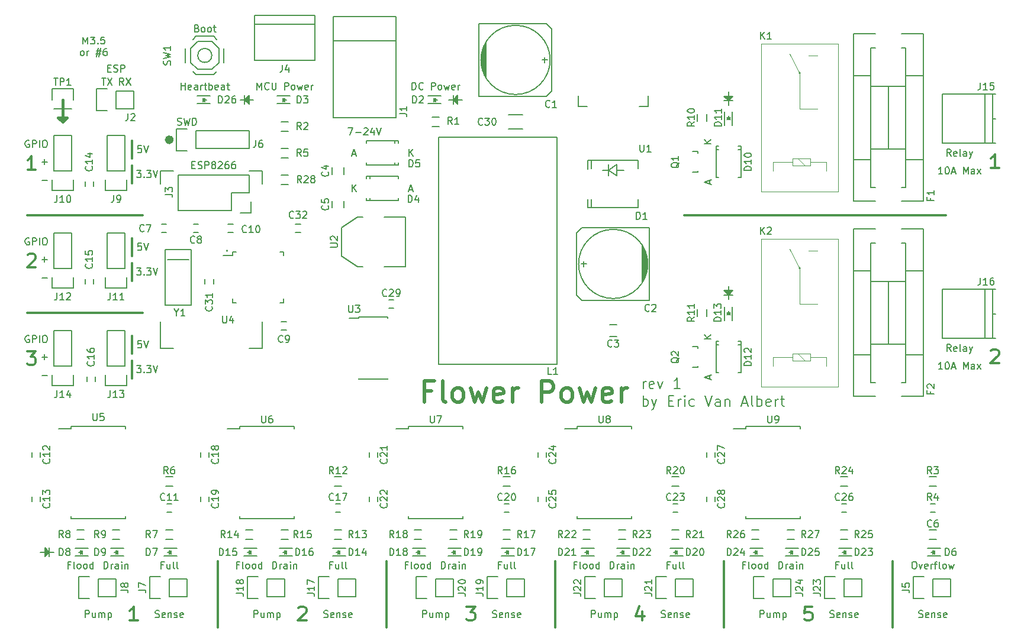
<source format=gbr>
%TF.GenerationSoftware,KiCad,Pcbnew,5.1.6*%
%TF.CreationDate,2020-10-05T22:52:03-04:00*%
%TF.ProjectId,flowerpower,666c6f77-6572-4706-9f77-65722e6b6963,rev?*%
%TF.SameCoordinates,Original*%
%TF.FileFunction,Legend,Top*%
%TF.FilePolarity,Positive*%
%FSLAX46Y46*%
G04 Gerber Fmt 4.6, Leading zero omitted, Abs format (unit mm)*
G04 Created by KiCad (PCBNEW 5.1.6) date 2020-10-05 22:52:03*
%MOMM*%
%LPD*%
G01*
G04 APERTURE LIST*
%ADD10C,0.200000*%
%ADD11C,0.500000*%
%ADD12C,0.150000*%
%ADD13C,0.300000*%
%ADD14C,0.400000*%
%ADD15C,0.700000*%
%ADD16C,0.120000*%
G04 APERTURE END LIST*
D10*
X108100952Y-51998571D02*
X108243809Y-52046190D01*
X108291428Y-52093809D01*
X108339047Y-52189047D01*
X108339047Y-52331904D01*
X108291428Y-52427142D01*
X108243809Y-52474761D01*
X108148571Y-52522380D01*
X107767619Y-52522380D01*
X107767619Y-51522380D01*
X108100952Y-51522380D01*
X108196190Y-51570000D01*
X108243809Y-51617619D01*
X108291428Y-51712857D01*
X108291428Y-51808095D01*
X108243809Y-51903333D01*
X108196190Y-51950952D01*
X108100952Y-51998571D01*
X107767619Y-51998571D01*
X108910476Y-52522380D02*
X108815238Y-52474761D01*
X108767619Y-52427142D01*
X108720000Y-52331904D01*
X108720000Y-52046190D01*
X108767619Y-51950952D01*
X108815238Y-51903333D01*
X108910476Y-51855714D01*
X109053333Y-51855714D01*
X109148571Y-51903333D01*
X109196190Y-51950952D01*
X109243809Y-52046190D01*
X109243809Y-52331904D01*
X109196190Y-52427142D01*
X109148571Y-52474761D01*
X109053333Y-52522380D01*
X108910476Y-52522380D01*
X109815238Y-52522380D02*
X109720000Y-52474761D01*
X109672380Y-52427142D01*
X109624761Y-52331904D01*
X109624761Y-52046190D01*
X109672380Y-51950952D01*
X109720000Y-51903333D01*
X109815238Y-51855714D01*
X109958095Y-51855714D01*
X110053333Y-51903333D01*
X110100952Y-51950952D01*
X110148571Y-52046190D01*
X110148571Y-52331904D01*
X110100952Y-52427142D01*
X110053333Y-52474761D01*
X109958095Y-52522380D01*
X109815238Y-52522380D01*
X110434285Y-51855714D02*
X110815238Y-51855714D01*
X110577142Y-51522380D02*
X110577142Y-52379523D01*
X110624761Y-52474761D01*
X110720000Y-52522380D01*
X110815238Y-52522380D01*
X105839047Y-60777380D02*
X105839047Y-59777380D01*
X105839047Y-60253571D02*
X106410476Y-60253571D01*
X106410476Y-60777380D02*
X106410476Y-59777380D01*
X107267619Y-60729761D02*
X107172380Y-60777380D01*
X106981904Y-60777380D01*
X106886666Y-60729761D01*
X106839047Y-60634523D01*
X106839047Y-60253571D01*
X106886666Y-60158333D01*
X106981904Y-60110714D01*
X107172380Y-60110714D01*
X107267619Y-60158333D01*
X107315238Y-60253571D01*
X107315238Y-60348809D01*
X106839047Y-60444047D01*
X108172380Y-60777380D02*
X108172380Y-60253571D01*
X108124761Y-60158333D01*
X108029523Y-60110714D01*
X107839047Y-60110714D01*
X107743809Y-60158333D01*
X108172380Y-60729761D02*
X108077142Y-60777380D01*
X107839047Y-60777380D01*
X107743809Y-60729761D01*
X107696190Y-60634523D01*
X107696190Y-60539285D01*
X107743809Y-60444047D01*
X107839047Y-60396428D01*
X108077142Y-60396428D01*
X108172380Y-60348809D01*
X108648571Y-60777380D02*
X108648571Y-60110714D01*
X108648571Y-60301190D02*
X108696190Y-60205952D01*
X108743809Y-60158333D01*
X108839047Y-60110714D01*
X108934285Y-60110714D01*
X109124761Y-60110714D02*
X109505714Y-60110714D01*
X109267619Y-59777380D02*
X109267619Y-60634523D01*
X109315238Y-60729761D01*
X109410476Y-60777380D01*
X109505714Y-60777380D01*
X109839047Y-60777380D02*
X109839047Y-59777380D01*
X109839047Y-60158333D02*
X109934285Y-60110714D01*
X110124761Y-60110714D01*
X110220000Y-60158333D01*
X110267619Y-60205952D01*
X110315238Y-60301190D01*
X110315238Y-60586904D01*
X110267619Y-60682142D01*
X110220000Y-60729761D01*
X110124761Y-60777380D01*
X109934285Y-60777380D01*
X109839047Y-60729761D01*
X111124761Y-60729761D02*
X111029523Y-60777380D01*
X110839047Y-60777380D01*
X110743809Y-60729761D01*
X110696190Y-60634523D01*
X110696190Y-60253571D01*
X110743809Y-60158333D01*
X110839047Y-60110714D01*
X111029523Y-60110714D01*
X111124761Y-60158333D01*
X111172380Y-60253571D01*
X111172380Y-60348809D01*
X110696190Y-60444047D01*
X112029523Y-60777380D02*
X112029523Y-60253571D01*
X111981904Y-60158333D01*
X111886666Y-60110714D01*
X111696190Y-60110714D01*
X111600952Y-60158333D01*
X112029523Y-60729761D02*
X111934285Y-60777380D01*
X111696190Y-60777380D01*
X111600952Y-60729761D01*
X111553333Y-60634523D01*
X111553333Y-60539285D01*
X111600952Y-60444047D01*
X111696190Y-60396428D01*
X111934285Y-60396428D01*
X112029523Y-60348809D01*
X112362857Y-60110714D02*
X112743809Y-60110714D01*
X112505714Y-59777380D02*
X112505714Y-60634523D01*
X112553333Y-60729761D01*
X112648571Y-60777380D01*
X112743809Y-60777380D01*
X116205000Y-62230000D02*
X114300000Y-62230000D01*
X114935000Y-62865000D02*
X114935000Y-61595000D01*
G36*
X115570000Y-62865000D02*
G01*
X114935000Y-62230000D01*
X115570000Y-61595000D01*
X115570000Y-62865000D01*
G37*
X115570000Y-62865000D02*
X114935000Y-62230000D01*
X115570000Y-61595000D01*
X115570000Y-62865000D01*
X112495000Y-83820000D02*
G75*
G03*
X112495000Y-83820000I-100000J0D01*
G01*
G36*
X184150000Y-90170000D02*
G01*
X183515000Y-89535000D01*
X184785000Y-89535000D01*
X184150000Y-90170000D01*
G37*
X184150000Y-90170000D02*
X183515000Y-89535000D01*
X184785000Y-89535000D01*
X184150000Y-90170000D01*
X184785000Y-90170000D02*
X183515000Y-90170000D01*
X184150000Y-88900000D02*
X184150000Y-90805000D01*
G36*
X184150000Y-62357000D02*
G01*
X183515000Y-61722000D01*
X184785000Y-61722000D01*
X184150000Y-62357000D01*
G37*
X184150000Y-62357000D02*
X183515000Y-61722000D01*
X184785000Y-61722000D01*
X184150000Y-62357000D01*
X184150000Y-61087000D02*
X184150000Y-62992000D01*
X184785000Y-62357000D02*
X183515000Y-62357000D01*
X146050000Y-62230000D02*
X144145000Y-62230000D01*
G36*
X145415000Y-62865000D02*
G01*
X144780000Y-62230000D01*
X145415000Y-61595000D01*
X145415000Y-62865000D01*
G37*
X145415000Y-62865000D02*
X144780000Y-62230000D01*
X145415000Y-61595000D01*
X145415000Y-62865000D01*
X144780000Y-62865000D02*
X144780000Y-61595000D01*
G36*
X86995000Y-127000000D02*
G01*
X86360000Y-127635000D01*
X86360000Y-126365000D01*
X86995000Y-127000000D01*
G37*
X86995000Y-127000000D02*
X86360000Y-127635000D01*
X86360000Y-126365000D01*
X86995000Y-127000000D01*
X86995000Y-126365000D02*
X86995000Y-127635000D01*
X85725000Y-127000000D02*
X87630000Y-127000000D01*
X171937142Y-106088571D02*
X171937142Y-104588571D01*
X171937142Y-105160000D02*
X172080000Y-105088571D01*
X172365714Y-105088571D01*
X172508571Y-105160000D01*
X172580000Y-105231428D01*
X172651428Y-105374285D01*
X172651428Y-105802857D01*
X172580000Y-105945714D01*
X172508571Y-106017142D01*
X172365714Y-106088571D01*
X172080000Y-106088571D01*
X171937142Y-106017142D01*
X173151428Y-105088571D02*
X173508571Y-106088571D01*
X173865714Y-105088571D02*
X173508571Y-106088571D01*
X173365714Y-106445714D01*
X173294285Y-106517142D01*
X173151428Y-106588571D01*
X175580000Y-105302857D02*
X176080000Y-105302857D01*
X176294285Y-106088571D02*
X175580000Y-106088571D01*
X175580000Y-104588571D01*
X176294285Y-104588571D01*
X176937142Y-106088571D02*
X176937142Y-105088571D01*
X176937142Y-105374285D02*
X177008571Y-105231428D01*
X177080000Y-105160000D01*
X177222857Y-105088571D01*
X177365714Y-105088571D01*
X177865714Y-106088571D02*
X177865714Y-105088571D01*
X177865714Y-104588571D02*
X177794285Y-104660000D01*
X177865714Y-104731428D01*
X177937142Y-104660000D01*
X177865714Y-104588571D01*
X177865714Y-104731428D01*
X179222857Y-106017142D02*
X179080000Y-106088571D01*
X178794285Y-106088571D01*
X178651428Y-106017142D01*
X178580000Y-105945714D01*
X178508571Y-105802857D01*
X178508571Y-105374285D01*
X178580000Y-105231428D01*
X178651428Y-105160000D01*
X178794285Y-105088571D01*
X179080000Y-105088571D01*
X179222857Y-105160000D01*
X180794285Y-104588571D02*
X181294285Y-106088571D01*
X181794285Y-104588571D01*
X182937142Y-106088571D02*
X182937142Y-105302857D01*
X182865714Y-105160000D01*
X182722857Y-105088571D01*
X182437142Y-105088571D01*
X182294285Y-105160000D01*
X182937142Y-106017142D02*
X182794285Y-106088571D01*
X182437142Y-106088571D01*
X182294285Y-106017142D01*
X182222857Y-105874285D01*
X182222857Y-105731428D01*
X182294285Y-105588571D01*
X182437142Y-105517142D01*
X182794285Y-105517142D01*
X182937142Y-105445714D01*
X183651428Y-105088571D02*
X183651428Y-106088571D01*
X183651428Y-105231428D02*
X183722857Y-105160000D01*
X183865714Y-105088571D01*
X184080000Y-105088571D01*
X184222857Y-105160000D01*
X184294285Y-105302857D01*
X184294285Y-106088571D01*
X186080000Y-105660000D02*
X186794285Y-105660000D01*
X185937142Y-106088571D02*
X186437142Y-104588571D01*
X186937142Y-106088571D01*
X187651428Y-106088571D02*
X187508571Y-106017142D01*
X187437142Y-105874285D01*
X187437142Y-104588571D01*
X188222857Y-106088571D02*
X188222857Y-104588571D01*
X188222857Y-105160000D02*
X188365714Y-105088571D01*
X188651428Y-105088571D01*
X188794285Y-105160000D01*
X188865714Y-105231428D01*
X188937142Y-105374285D01*
X188937142Y-105802857D01*
X188865714Y-105945714D01*
X188794285Y-106017142D01*
X188651428Y-106088571D01*
X188365714Y-106088571D01*
X188222857Y-106017142D01*
X190151428Y-106017142D02*
X190008571Y-106088571D01*
X189722857Y-106088571D01*
X189580000Y-106017142D01*
X189508571Y-105874285D01*
X189508571Y-105302857D01*
X189580000Y-105160000D01*
X189722857Y-105088571D01*
X190008571Y-105088571D01*
X190151428Y-105160000D01*
X190222857Y-105302857D01*
X190222857Y-105445714D01*
X189508571Y-105588571D01*
X190865714Y-106088571D02*
X190865714Y-105088571D01*
X190865714Y-105374285D02*
X190937142Y-105231428D01*
X191008571Y-105160000D01*
X191151428Y-105088571D01*
X191294285Y-105088571D01*
X191580000Y-105088571D02*
X192151428Y-105088571D01*
X191794285Y-104588571D02*
X191794285Y-105874285D01*
X191865714Y-106017142D01*
X192008571Y-106088571D01*
X192151428Y-106088571D01*
X171937142Y-103548571D02*
X171937142Y-102548571D01*
X171937142Y-102834285D02*
X172008571Y-102691428D01*
X172080000Y-102620000D01*
X172222857Y-102548571D01*
X172365714Y-102548571D01*
X173437142Y-103477142D02*
X173294285Y-103548571D01*
X173008571Y-103548571D01*
X172865714Y-103477142D01*
X172794285Y-103334285D01*
X172794285Y-102762857D01*
X172865714Y-102620000D01*
X173008571Y-102548571D01*
X173294285Y-102548571D01*
X173437142Y-102620000D01*
X173508571Y-102762857D01*
X173508571Y-102905714D01*
X172794285Y-103048571D01*
X174008571Y-102548571D02*
X174365714Y-103548571D01*
X174722857Y-102548571D01*
X177222857Y-103548571D02*
X176365714Y-103548571D01*
X176794285Y-103548571D02*
X176794285Y-102048571D01*
X176651428Y-102262857D01*
X176508571Y-102405714D01*
X176365714Y-102477142D01*
D11*
X141654285Y-103925714D02*
X140654285Y-103925714D01*
X140654285Y-105497142D02*
X140654285Y-102497142D01*
X142082857Y-102497142D01*
X143654285Y-105497142D02*
X143368571Y-105354285D01*
X143225714Y-105068571D01*
X143225714Y-102497142D01*
X145225714Y-105497142D02*
X144940000Y-105354285D01*
X144797142Y-105211428D01*
X144654285Y-104925714D01*
X144654285Y-104068571D01*
X144797142Y-103782857D01*
X144940000Y-103640000D01*
X145225714Y-103497142D01*
X145654285Y-103497142D01*
X145940000Y-103640000D01*
X146082857Y-103782857D01*
X146225714Y-104068571D01*
X146225714Y-104925714D01*
X146082857Y-105211428D01*
X145940000Y-105354285D01*
X145654285Y-105497142D01*
X145225714Y-105497142D01*
X147225714Y-103497142D02*
X147797142Y-105497142D01*
X148368571Y-104068571D01*
X148940000Y-105497142D01*
X149511428Y-103497142D01*
X151797142Y-105354285D02*
X151511428Y-105497142D01*
X150940000Y-105497142D01*
X150654285Y-105354285D01*
X150511428Y-105068571D01*
X150511428Y-103925714D01*
X150654285Y-103640000D01*
X150940000Y-103497142D01*
X151511428Y-103497142D01*
X151797142Y-103640000D01*
X151940000Y-103925714D01*
X151940000Y-104211428D01*
X150511428Y-104497142D01*
X153225714Y-105497142D02*
X153225714Y-103497142D01*
X153225714Y-104068571D02*
X153368571Y-103782857D01*
X153511428Y-103640000D01*
X153797142Y-103497142D01*
X154082857Y-103497142D01*
X157368571Y-105497142D02*
X157368571Y-102497142D01*
X158511428Y-102497142D01*
X158797142Y-102640000D01*
X158940000Y-102782857D01*
X159082857Y-103068571D01*
X159082857Y-103497142D01*
X158940000Y-103782857D01*
X158797142Y-103925714D01*
X158511428Y-104068571D01*
X157368571Y-104068571D01*
X160797142Y-105497142D02*
X160511428Y-105354285D01*
X160368571Y-105211428D01*
X160225714Y-104925714D01*
X160225714Y-104068571D01*
X160368571Y-103782857D01*
X160511428Y-103640000D01*
X160797142Y-103497142D01*
X161225714Y-103497142D01*
X161511428Y-103640000D01*
X161654285Y-103782857D01*
X161797142Y-104068571D01*
X161797142Y-104925714D01*
X161654285Y-105211428D01*
X161511428Y-105354285D01*
X161225714Y-105497142D01*
X160797142Y-105497142D01*
X162797142Y-103497142D02*
X163368571Y-105497142D01*
X163940000Y-104068571D01*
X164511428Y-105497142D01*
X165082857Y-103497142D01*
X167368571Y-105354285D02*
X167082857Y-105497142D01*
X166511428Y-105497142D01*
X166225714Y-105354285D01*
X166082857Y-105068571D01*
X166082857Y-103925714D01*
X166225714Y-103640000D01*
X166511428Y-103497142D01*
X167082857Y-103497142D01*
X167368571Y-103640000D01*
X167511428Y-103925714D01*
X167511428Y-104211428D01*
X166082857Y-104497142D01*
X168797142Y-105497142D02*
X168797142Y-103497142D01*
X168797142Y-104068571D02*
X168940000Y-103782857D01*
X169082857Y-103640000D01*
X169368571Y-103497142D01*
X169654285Y-103497142D01*
D12*
X91821190Y-54237380D02*
X91821190Y-53237380D01*
X92154523Y-53951666D01*
X92487857Y-53237380D01*
X92487857Y-54237380D01*
X92868809Y-53237380D02*
X93487857Y-53237380D01*
X93154523Y-53618333D01*
X93297380Y-53618333D01*
X93392619Y-53665952D01*
X93440238Y-53713571D01*
X93487857Y-53808809D01*
X93487857Y-54046904D01*
X93440238Y-54142142D01*
X93392619Y-54189761D01*
X93297380Y-54237380D01*
X93011666Y-54237380D01*
X92916428Y-54189761D01*
X92868809Y-54142142D01*
X93916428Y-54142142D02*
X93964047Y-54189761D01*
X93916428Y-54237380D01*
X93868809Y-54189761D01*
X93916428Y-54142142D01*
X93916428Y-54237380D01*
X94868809Y-53237380D02*
X94392619Y-53237380D01*
X94345000Y-53713571D01*
X94392619Y-53665952D01*
X94487857Y-53618333D01*
X94725952Y-53618333D01*
X94821190Y-53665952D01*
X94868809Y-53713571D01*
X94916428Y-53808809D01*
X94916428Y-54046904D01*
X94868809Y-54142142D01*
X94821190Y-54189761D01*
X94725952Y-54237380D01*
X94487857Y-54237380D01*
X94392619Y-54189761D01*
X94345000Y-54142142D01*
X91606904Y-55887380D02*
X91511666Y-55839761D01*
X91464047Y-55792142D01*
X91416428Y-55696904D01*
X91416428Y-55411190D01*
X91464047Y-55315952D01*
X91511666Y-55268333D01*
X91606904Y-55220714D01*
X91749761Y-55220714D01*
X91845000Y-55268333D01*
X91892619Y-55315952D01*
X91940238Y-55411190D01*
X91940238Y-55696904D01*
X91892619Y-55792142D01*
X91845000Y-55839761D01*
X91749761Y-55887380D01*
X91606904Y-55887380D01*
X92368809Y-55887380D02*
X92368809Y-55220714D01*
X92368809Y-55411190D02*
X92416428Y-55315952D01*
X92464047Y-55268333D01*
X92559285Y-55220714D01*
X92654523Y-55220714D01*
X93702142Y-55220714D02*
X94416428Y-55220714D01*
X93987857Y-54792142D02*
X93702142Y-56077857D01*
X94321190Y-55649285D02*
X93606904Y-55649285D01*
X94035476Y-56077857D02*
X94321190Y-54792142D01*
X95178333Y-54887380D02*
X94987857Y-54887380D01*
X94892619Y-54935000D01*
X94845000Y-54982619D01*
X94749761Y-55125476D01*
X94702142Y-55315952D01*
X94702142Y-55696904D01*
X94749761Y-55792142D01*
X94797380Y-55839761D01*
X94892619Y-55887380D01*
X95083095Y-55887380D01*
X95178333Y-55839761D01*
X95225952Y-55792142D01*
X95273571Y-55696904D01*
X95273571Y-55458809D01*
X95225952Y-55363571D01*
X95178333Y-55315952D01*
X95083095Y-55268333D01*
X94892619Y-55268333D01*
X94797380Y-55315952D01*
X94749761Y-55363571D01*
X94702142Y-55458809D01*
D10*
X214741428Y-100782380D02*
X214170000Y-100782380D01*
X214455714Y-100782380D02*
X214455714Y-99782380D01*
X214360476Y-99925238D01*
X214265238Y-100020476D01*
X214170000Y-100068095D01*
X215360476Y-99782380D02*
X215455714Y-99782380D01*
X215550952Y-99830000D01*
X215598571Y-99877619D01*
X215646190Y-99972857D01*
X215693809Y-100163333D01*
X215693809Y-100401428D01*
X215646190Y-100591904D01*
X215598571Y-100687142D01*
X215550952Y-100734761D01*
X215455714Y-100782380D01*
X215360476Y-100782380D01*
X215265238Y-100734761D01*
X215217619Y-100687142D01*
X215170000Y-100591904D01*
X215122380Y-100401428D01*
X215122380Y-100163333D01*
X215170000Y-99972857D01*
X215217619Y-99877619D01*
X215265238Y-99830000D01*
X215360476Y-99782380D01*
X216074761Y-100496666D02*
X216550952Y-100496666D01*
X215979523Y-100782380D02*
X216312857Y-99782380D01*
X216646190Y-100782380D01*
X217741428Y-100782380D02*
X217741428Y-99782380D01*
X218074761Y-100496666D01*
X218408095Y-99782380D01*
X218408095Y-100782380D01*
X219312857Y-100782380D02*
X219312857Y-100258571D01*
X219265238Y-100163333D01*
X219170000Y-100115714D01*
X218979523Y-100115714D01*
X218884285Y-100163333D01*
X219312857Y-100734761D02*
X219217619Y-100782380D01*
X218979523Y-100782380D01*
X218884285Y-100734761D01*
X218836666Y-100639523D01*
X218836666Y-100544285D01*
X218884285Y-100449047D01*
X218979523Y-100401428D01*
X219217619Y-100401428D01*
X219312857Y-100353809D01*
X219693809Y-100782380D02*
X220217619Y-100115714D01*
X219693809Y-100115714D02*
X220217619Y-100782380D01*
X214741428Y-72842380D02*
X214170000Y-72842380D01*
X214455714Y-72842380D02*
X214455714Y-71842380D01*
X214360476Y-71985238D01*
X214265238Y-72080476D01*
X214170000Y-72128095D01*
X215360476Y-71842380D02*
X215455714Y-71842380D01*
X215550952Y-71890000D01*
X215598571Y-71937619D01*
X215646190Y-72032857D01*
X215693809Y-72223333D01*
X215693809Y-72461428D01*
X215646190Y-72651904D01*
X215598571Y-72747142D01*
X215550952Y-72794761D01*
X215455714Y-72842380D01*
X215360476Y-72842380D01*
X215265238Y-72794761D01*
X215217619Y-72747142D01*
X215170000Y-72651904D01*
X215122380Y-72461428D01*
X215122380Y-72223333D01*
X215170000Y-72032857D01*
X215217619Y-71937619D01*
X215265238Y-71890000D01*
X215360476Y-71842380D01*
X216074761Y-72556666D02*
X216550952Y-72556666D01*
X215979523Y-72842380D02*
X216312857Y-71842380D01*
X216646190Y-72842380D01*
X217741428Y-72842380D02*
X217741428Y-71842380D01*
X218074761Y-72556666D01*
X218408095Y-71842380D01*
X218408095Y-72842380D01*
X219312857Y-72842380D02*
X219312857Y-72318571D01*
X219265238Y-72223333D01*
X219170000Y-72175714D01*
X218979523Y-72175714D01*
X218884285Y-72223333D01*
X219312857Y-72794761D02*
X219217619Y-72842380D01*
X218979523Y-72842380D01*
X218884285Y-72794761D01*
X218836666Y-72699523D01*
X218836666Y-72604285D01*
X218884285Y-72509047D01*
X218979523Y-72461428D01*
X219217619Y-72461428D01*
X219312857Y-72413809D01*
X219693809Y-72842380D02*
X220217619Y-72175714D01*
X219693809Y-72175714D02*
X220217619Y-72842380D01*
X215955714Y-98242380D02*
X215622380Y-97766190D01*
X215384285Y-98242380D02*
X215384285Y-97242380D01*
X215765238Y-97242380D01*
X215860476Y-97290000D01*
X215908095Y-97337619D01*
X215955714Y-97432857D01*
X215955714Y-97575714D01*
X215908095Y-97670952D01*
X215860476Y-97718571D01*
X215765238Y-97766190D01*
X215384285Y-97766190D01*
X216765238Y-98194761D02*
X216670000Y-98242380D01*
X216479523Y-98242380D01*
X216384285Y-98194761D01*
X216336666Y-98099523D01*
X216336666Y-97718571D01*
X216384285Y-97623333D01*
X216479523Y-97575714D01*
X216670000Y-97575714D01*
X216765238Y-97623333D01*
X216812857Y-97718571D01*
X216812857Y-97813809D01*
X216336666Y-97909047D01*
X217384285Y-98242380D02*
X217289047Y-98194761D01*
X217241428Y-98099523D01*
X217241428Y-97242380D01*
X218193809Y-98242380D02*
X218193809Y-97718571D01*
X218146190Y-97623333D01*
X218050952Y-97575714D01*
X217860476Y-97575714D01*
X217765238Y-97623333D01*
X218193809Y-98194761D02*
X218098571Y-98242380D01*
X217860476Y-98242380D01*
X217765238Y-98194761D01*
X217717619Y-98099523D01*
X217717619Y-98004285D01*
X217765238Y-97909047D01*
X217860476Y-97861428D01*
X218098571Y-97861428D01*
X218193809Y-97813809D01*
X218574761Y-97575714D02*
X218812857Y-98242380D01*
X219050952Y-97575714D02*
X218812857Y-98242380D01*
X218717619Y-98480476D01*
X218670000Y-98528095D01*
X218574761Y-98575714D01*
X215955714Y-70302380D02*
X215622380Y-69826190D01*
X215384285Y-70302380D02*
X215384285Y-69302380D01*
X215765238Y-69302380D01*
X215860476Y-69350000D01*
X215908095Y-69397619D01*
X215955714Y-69492857D01*
X215955714Y-69635714D01*
X215908095Y-69730952D01*
X215860476Y-69778571D01*
X215765238Y-69826190D01*
X215384285Y-69826190D01*
X216765238Y-70254761D02*
X216670000Y-70302380D01*
X216479523Y-70302380D01*
X216384285Y-70254761D01*
X216336666Y-70159523D01*
X216336666Y-69778571D01*
X216384285Y-69683333D01*
X216479523Y-69635714D01*
X216670000Y-69635714D01*
X216765238Y-69683333D01*
X216812857Y-69778571D01*
X216812857Y-69873809D01*
X216336666Y-69969047D01*
X217384285Y-70302380D02*
X217289047Y-70254761D01*
X217241428Y-70159523D01*
X217241428Y-69302380D01*
X218193809Y-70302380D02*
X218193809Y-69778571D01*
X218146190Y-69683333D01*
X218050952Y-69635714D01*
X217860476Y-69635714D01*
X217765238Y-69683333D01*
X218193809Y-70254761D02*
X218098571Y-70302380D01*
X217860476Y-70302380D01*
X217765238Y-70254761D01*
X217717619Y-70159523D01*
X217717619Y-70064285D01*
X217765238Y-69969047D01*
X217860476Y-69921428D01*
X218098571Y-69921428D01*
X218193809Y-69873809D01*
X218574761Y-69635714D02*
X218812857Y-70302380D01*
X219050952Y-69635714D02*
X218812857Y-70302380D01*
X218717619Y-70540476D01*
X218670000Y-70588095D01*
X218574761Y-70635714D01*
D13*
X221678571Y-98155238D02*
X221773809Y-98060000D01*
X221964285Y-97964761D01*
X222440476Y-97964761D01*
X222630952Y-98060000D01*
X222726190Y-98155238D01*
X222821428Y-98345714D01*
X222821428Y-98536190D01*
X222726190Y-98821904D01*
X221583333Y-99964761D01*
X222821428Y-99964761D01*
X222821428Y-72024761D02*
X221678571Y-72024761D01*
X222250000Y-72024761D02*
X222250000Y-70024761D01*
X222059523Y-70310476D01*
X221869047Y-70500952D01*
X221678571Y-70596190D01*
X177800000Y-78740000D02*
X215265000Y-78740000D01*
D10*
X116697619Y-60777380D02*
X116697619Y-59777380D01*
X117030952Y-60491666D01*
X117364285Y-59777380D01*
X117364285Y-60777380D01*
X118411904Y-60682142D02*
X118364285Y-60729761D01*
X118221428Y-60777380D01*
X118126190Y-60777380D01*
X117983333Y-60729761D01*
X117888095Y-60634523D01*
X117840476Y-60539285D01*
X117792857Y-60348809D01*
X117792857Y-60205952D01*
X117840476Y-60015476D01*
X117888095Y-59920238D01*
X117983333Y-59825000D01*
X118126190Y-59777380D01*
X118221428Y-59777380D01*
X118364285Y-59825000D01*
X118411904Y-59872619D01*
X118840476Y-59777380D02*
X118840476Y-60586904D01*
X118888095Y-60682142D01*
X118935714Y-60729761D01*
X119030952Y-60777380D01*
X119221428Y-60777380D01*
X119316666Y-60729761D01*
X119364285Y-60682142D01*
X119411904Y-60586904D01*
X119411904Y-59777380D01*
X120650000Y-60777380D02*
X120650000Y-59777380D01*
X121030952Y-59777380D01*
X121126190Y-59825000D01*
X121173809Y-59872619D01*
X121221428Y-59967857D01*
X121221428Y-60110714D01*
X121173809Y-60205952D01*
X121126190Y-60253571D01*
X121030952Y-60301190D01*
X120650000Y-60301190D01*
X121792857Y-60777380D02*
X121697619Y-60729761D01*
X121650000Y-60682142D01*
X121602380Y-60586904D01*
X121602380Y-60301190D01*
X121650000Y-60205952D01*
X121697619Y-60158333D01*
X121792857Y-60110714D01*
X121935714Y-60110714D01*
X122030952Y-60158333D01*
X122078571Y-60205952D01*
X122126190Y-60301190D01*
X122126190Y-60586904D01*
X122078571Y-60682142D01*
X122030952Y-60729761D01*
X121935714Y-60777380D01*
X121792857Y-60777380D01*
X122459523Y-60110714D02*
X122650000Y-60777380D01*
X122840476Y-60301190D01*
X123030952Y-60777380D01*
X123221428Y-60110714D01*
X123983333Y-60729761D02*
X123888095Y-60777380D01*
X123697619Y-60777380D01*
X123602380Y-60729761D01*
X123554761Y-60634523D01*
X123554761Y-60253571D01*
X123602380Y-60158333D01*
X123697619Y-60110714D01*
X123888095Y-60110714D01*
X123983333Y-60158333D01*
X124030952Y-60253571D01*
X124030952Y-60348809D01*
X123554761Y-60444047D01*
X124459523Y-60777380D02*
X124459523Y-60110714D01*
X124459523Y-60301190D02*
X124507142Y-60205952D01*
X124554761Y-60158333D01*
X124650000Y-60110714D01*
X124745238Y-60110714D01*
X129746666Y-66254380D02*
X130413333Y-66254380D01*
X129984761Y-67254380D01*
X130794285Y-66873428D02*
X131556190Y-66873428D01*
X131984761Y-66349619D02*
X132032380Y-66302000D01*
X132127619Y-66254380D01*
X132365714Y-66254380D01*
X132460952Y-66302000D01*
X132508571Y-66349619D01*
X132556190Y-66444857D01*
X132556190Y-66540095D01*
X132508571Y-66682952D01*
X131937142Y-67254380D01*
X132556190Y-67254380D01*
X133413333Y-66587714D02*
X133413333Y-67254380D01*
X133175238Y-66206761D02*
X132937142Y-66921047D01*
X133556190Y-66921047D01*
X133794285Y-66254380D02*
X134127619Y-67254380D01*
X134460952Y-66254380D01*
X138882857Y-60777380D02*
X138882857Y-59777380D01*
X139120952Y-59777380D01*
X139263809Y-59825000D01*
X139359047Y-59920238D01*
X139406666Y-60015476D01*
X139454285Y-60205952D01*
X139454285Y-60348809D01*
X139406666Y-60539285D01*
X139359047Y-60634523D01*
X139263809Y-60729761D01*
X139120952Y-60777380D01*
X138882857Y-60777380D01*
X140454285Y-60682142D02*
X140406666Y-60729761D01*
X140263809Y-60777380D01*
X140168571Y-60777380D01*
X140025714Y-60729761D01*
X139930476Y-60634523D01*
X139882857Y-60539285D01*
X139835238Y-60348809D01*
X139835238Y-60205952D01*
X139882857Y-60015476D01*
X139930476Y-59920238D01*
X140025714Y-59825000D01*
X140168571Y-59777380D01*
X140263809Y-59777380D01*
X140406666Y-59825000D01*
X140454285Y-59872619D01*
X141644761Y-60777380D02*
X141644761Y-59777380D01*
X142025714Y-59777380D01*
X142120952Y-59825000D01*
X142168571Y-59872619D01*
X142216190Y-59967857D01*
X142216190Y-60110714D01*
X142168571Y-60205952D01*
X142120952Y-60253571D01*
X142025714Y-60301190D01*
X141644761Y-60301190D01*
X142787619Y-60777380D02*
X142692380Y-60729761D01*
X142644761Y-60682142D01*
X142597142Y-60586904D01*
X142597142Y-60301190D01*
X142644761Y-60205952D01*
X142692380Y-60158333D01*
X142787619Y-60110714D01*
X142930476Y-60110714D01*
X143025714Y-60158333D01*
X143073333Y-60205952D01*
X143120952Y-60301190D01*
X143120952Y-60586904D01*
X143073333Y-60682142D01*
X143025714Y-60729761D01*
X142930476Y-60777380D01*
X142787619Y-60777380D01*
X143454285Y-60110714D02*
X143644761Y-60777380D01*
X143835238Y-60301190D01*
X144025714Y-60777380D01*
X144216190Y-60110714D01*
X144978095Y-60729761D02*
X144882857Y-60777380D01*
X144692380Y-60777380D01*
X144597142Y-60729761D01*
X144549523Y-60634523D01*
X144549523Y-60253571D01*
X144597142Y-60158333D01*
X144692380Y-60110714D01*
X144882857Y-60110714D01*
X144978095Y-60158333D01*
X145025714Y-60253571D01*
X145025714Y-60348809D01*
X144549523Y-60444047D01*
X145454285Y-60777380D02*
X145454285Y-60110714D01*
X145454285Y-60301190D02*
X145501904Y-60205952D01*
X145549523Y-60158333D01*
X145644761Y-60110714D01*
X145740000Y-60110714D01*
D14*
X89535000Y-64770000D02*
X88900000Y-65405000D01*
X88265000Y-64770000D02*
X88900000Y-65405000D01*
X89535000Y-64770000D02*
X88265000Y-64770000D01*
X88900000Y-62230000D02*
X88900000Y-65405000D01*
D10*
X97623333Y-60142380D02*
X97290000Y-59666190D01*
X97051904Y-60142380D02*
X97051904Y-59142380D01*
X97432857Y-59142380D01*
X97528095Y-59190000D01*
X97575714Y-59237619D01*
X97623333Y-59332857D01*
X97623333Y-59475714D01*
X97575714Y-59570952D01*
X97528095Y-59618571D01*
X97432857Y-59666190D01*
X97051904Y-59666190D01*
X97956666Y-59142380D02*
X98623333Y-60142380D01*
X98623333Y-59142380D02*
X97956666Y-60142380D01*
X94488095Y-59142380D02*
X95059523Y-59142380D01*
X94773809Y-60142380D02*
X94773809Y-59142380D01*
X95297619Y-59142380D02*
X95964285Y-60142380D01*
X95964285Y-59142380D02*
X95297619Y-60142380D01*
X95329523Y-57713571D02*
X95662857Y-57713571D01*
X95805714Y-58237380D02*
X95329523Y-58237380D01*
X95329523Y-57237380D01*
X95805714Y-57237380D01*
X96186666Y-58189761D02*
X96329523Y-58237380D01*
X96567619Y-58237380D01*
X96662857Y-58189761D01*
X96710476Y-58142142D01*
X96758095Y-58046904D01*
X96758095Y-57951666D01*
X96710476Y-57856428D01*
X96662857Y-57808809D01*
X96567619Y-57761190D01*
X96377142Y-57713571D01*
X96281904Y-57665952D01*
X96234285Y-57618333D01*
X96186666Y-57523095D01*
X96186666Y-57427857D01*
X96234285Y-57332619D01*
X96281904Y-57285000D01*
X96377142Y-57237380D01*
X96615238Y-57237380D01*
X96758095Y-57285000D01*
X97186666Y-58237380D02*
X97186666Y-57237380D01*
X97567619Y-57237380D01*
X97662857Y-57285000D01*
X97710476Y-57332619D01*
X97758095Y-57427857D01*
X97758095Y-57570714D01*
X97710476Y-57665952D01*
X97662857Y-57713571D01*
X97567619Y-57761190D01*
X97186666Y-57761190D01*
X107394761Y-71556571D02*
X107728095Y-71556571D01*
X107870952Y-72080380D02*
X107394761Y-72080380D01*
X107394761Y-71080380D01*
X107870952Y-71080380D01*
X108251904Y-72032761D02*
X108394761Y-72080380D01*
X108632857Y-72080380D01*
X108728095Y-72032761D01*
X108775714Y-71985142D01*
X108823333Y-71889904D01*
X108823333Y-71794666D01*
X108775714Y-71699428D01*
X108728095Y-71651809D01*
X108632857Y-71604190D01*
X108442380Y-71556571D01*
X108347142Y-71508952D01*
X108299523Y-71461333D01*
X108251904Y-71366095D01*
X108251904Y-71270857D01*
X108299523Y-71175619D01*
X108347142Y-71128000D01*
X108442380Y-71080380D01*
X108680476Y-71080380D01*
X108823333Y-71128000D01*
X109251904Y-72080380D02*
X109251904Y-71080380D01*
X109632857Y-71080380D01*
X109728095Y-71128000D01*
X109775714Y-71175619D01*
X109823333Y-71270857D01*
X109823333Y-71413714D01*
X109775714Y-71508952D01*
X109728095Y-71556571D01*
X109632857Y-71604190D01*
X109251904Y-71604190D01*
X110394761Y-71508952D02*
X110299523Y-71461333D01*
X110251904Y-71413714D01*
X110204285Y-71318476D01*
X110204285Y-71270857D01*
X110251904Y-71175619D01*
X110299523Y-71128000D01*
X110394761Y-71080380D01*
X110585238Y-71080380D01*
X110680476Y-71128000D01*
X110728095Y-71175619D01*
X110775714Y-71270857D01*
X110775714Y-71318476D01*
X110728095Y-71413714D01*
X110680476Y-71461333D01*
X110585238Y-71508952D01*
X110394761Y-71508952D01*
X110299523Y-71556571D01*
X110251904Y-71604190D01*
X110204285Y-71699428D01*
X110204285Y-71889904D01*
X110251904Y-71985142D01*
X110299523Y-72032761D01*
X110394761Y-72080380D01*
X110585238Y-72080380D01*
X110680476Y-72032761D01*
X110728095Y-71985142D01*
X110775714Y-71889904D01*
X110775714Y-71699428D01*
X110728095Y-71604190D01*
X110680476Y-71556571D01*
X110585238Y-71508952D01*
X111156666Y-71175619D02*
X111204285Y-71128000D01*
X111299523Y-71080380D01*
X111537619Y-71080380D01*
X111632857Y-71128000D01*
X111680476Y-71175619D01*
X111728095Y-71270857D01*
X111728095Y-71366095D01*
X111680476Y-71508952D01*
X111109047Y-72080380D01*
X111728095Y-72080380D01*
X112585238Y-71080380D02*
X112394761Y-71080380D01*
X112299523Y-71128000D01*
X112251904Y-71175619D01*
X112156666Y-71318476D01*
X112109047Y-71508952D01*
X112109047Y-71889904D01*
X112156666Y-71985142D01*
X112204285Y-72032761D01*
X112299523Y-72080380D01*
X112490000Y-72080380D01*
X112585238Y-72032761D01*
X112632857Y-71985142D01*
X112680476Y-71889904D01*
X112680476Y-71651809D01*
X112632857Y-71556571D01*
X112585238Y-71508952D01*
X112490000Y-71461333D01*
X112299523Y-71461333D01*
X112204285Y-71508952D01*
X112156666Y-71556571D01*
X112109047Y-71651809D01*
X113537619Y-71080380D02*
X113347142Y-71080380D01*
X113251904Y-71128000D01*
X113204285Y-71175619D01*
X113109047Y-71318476D01*
X113061428Y-71508952D01*
X113061428Y-71889904D01*
X113109047Y-71985142D01*
X113156666Y-72032761D01*
X113251904Y-72080380D01*
X113442380Y-72080380D01*
X113537619Y-72032761D01*
X113585238Y-71985142D01*
X113632857Y-71889904D01*
X113632857Y-71651809D01*
X113585238Y-71556571D01*
X113537619Y-71508952D01*
X113442380Y-71461333D01*
X113251904Y-71461333D01*
X113156666Y-71508952D01*
X113109047Y-71556571D01*
X113061428Y-71651809D01*
X117475000Y-97790000D02*
X115570000Y-97790000D01*
X117475000Y-93980000D02*
X117475000Y-97790000D01*
X102870000Y-97790000D02*
X104775000Y-97790000D01*
X102870000Y-93980000D02*
X102870000Y-97790000D01*
X117475000Y-72390000D02*
X117475000Y-74295000D01*
X115570000Y-72390000D02*
X117475000Y-72390000D01*
X102870000Y-72390000D02*
X104775000Y-72390000D01*
X102870000Y-74295000D02*
X102870000Y-72390000D01*
X105322857Y-65809761D02*
X105465714Y-65857380D01*
X105703809Y-65857380D01*
X105799047Y-65809761D01*
X105846666Y-65762142D01*
X105894285Y-65666904D01*
X105894285Y-65571666D01*
X105846666Y-65476428D01*
X105799047Y-65428809D01*
X105703809Y-65381190D01*
X105513333Y-65333571D01*
X105418095Y-65285952D01*
X105370476Y-65238333D01*
X105322857Y-65143095D01*
X105322857Y-65047857D01*
X105370476Y-64952619D01*
X105418095Y-64905000D01*
X105513333Y-64857380D01*
X105751428Y-64857380D01*
X105894285Y-64905000D01*
X106227619Y-64857380D02*
X106465714Y-65857380D01*
X106656190Y-65143095D01*
X106846666Y-65857380D01*
X107084761Y-64857380D01*
X107465714Y-65857380D02*
X107465714Y-64857380D01*
X107703809Y-64857380D01*
X107846666Y-64905000D01*
X107941904Y-65000238D01*
X107989523Y-65095476D01*
X108037142Y-65285952D01*
X108037142Y-65428809D01*
X107989523Y-65619285D01*
X107941904Y-65714523D01*
X107846666Y-65809761D01*
X107703809Y-65857380D01*
X107465714Y-65857380D01*
D15*
X104440000Y-67945000D02*
G75*
G03*
X104440000Y-67945000I-300000J0D01*
G01*
D10*
X100139523Y-68794380D02*
X99663333Y-68794380D01*
X99615714Y-69270571D01*
X99663333Y-69222952D01*
X99758571Y-69175333D01*
X99996666Y-69175333D01*
X100091904Y-69222952D01*
X100139523Y-69270571D01*
X100187142Y-69365809D01*
X100187142Y-69603904D01*
X100139523Y-69699142D01*
X100091904Y-69746761D01*
X99996666Y-69794380D01*
X99758571Y-69794380D01*
X99663333Y-69746761D01*
X99615714Y-69699142D01*
X100472857Y-68794380D02*
X100806190Y-69794380D01*
X101139523Y-68794380D01*
D13*
X98806000Y-68072000D02*
X98806000Y-70612000D01*
D10*
X85979047Y-73731428D02*
X86740952Y-73731428D01*
X84090000Y-68080000D02*
X83994761Y-68032380D01*
X83851904Y-68032380D01*
X83709047Y-68080000D01*
X83613809Y-68175238D01*
X83566190Y-68270476D01*
X83518571Y-68460952D01*
X83518571Y-68603809D01*
X83566190Y-68794285D01*
X83613809Y-68889523D01*
X83709047Y-68984761D01*
X83851904Y-69032380D01*
X83947142Y-69032380D01*
X84090000Y-68984761D01*
X84137619Y-68937142D01*
X84137619Y-68603809D01*
X83947142Y-68603809D01*
X84566190Y-69032380D02*
X84566190Y-68032380D01*
X84947142Y-68032380D01*
X85042380Y-68080000D01*
X85090000Y-68127619D01*
X85137619Y-68222857D01*
X85137619Y-68365714D01*
X85090000Y-68460952D01*
X85042380Y-68508571D01*
X84947142Y-68556190D01*
X84566190Y-68556190D01*
X85566190Y-69032380D02*
X85566190Y-68032380D01*
X86232857Y-68032380D02*
X86423333Y-68032380D01*
X86518571Y-68080000D01*
X86613809Y-68175238D01*
X86661428Y-68365714D01*
X86661428Y-68699047D01*
X86613809Y-68889523D01*
X86518571Y-68984761D01*
X86423333Y-69032380D01*
X86232857Y-69032380D01*
X86137619Y-68984761D01*
X86042380Y-68889523D01*
X85994761Y-68699047D01*
X85994761Y-68365714D01*
X86042380Y-68175238D01*
X86137619Y-68080000D01*
X86232857Y-68032380D01*
D13*
X85026428Y-72278761D02*
X83883571Y-72278761D01*
X84455000Y-72278761D02*
X84455000Y-70278761D01*
X84264523Y-70564476D01*
X84074047Y-70754952D01*
X83883571Y-70850190D01*
D10*
X99488809Y-72350380D02*
X100107857Y-72350380D01*
X99774523Y-72731333D01*
X99917380Y-72731333D01*
X100012619Y-72778952D01*
X100060238Y-72826571D01*
X100107857Y-72921809D01*
X100107857Y-73159904D01*
X100060238Y-73255142D01*
X100012619Y-73302761D01*
X99917380Y-73350380D01*
X99631666Y-73350380D01*
X99536428Y-73302761D01*
X99488809Y-73255142D01*
X100536428Y-73255142D02*
X100584047Y-73302761D01*
X100536428Y-73350380D01*
X100488809Y-73302761D01*
X100536428Y-73255142D01*
X100536428Y-73350380D01*
X100917380Y-72350380D02*
X101536428Y-72350380D01*
X101203095Y-72731333D01*
X101345952Y-72731333D01*
X101441190Y-72778952D01*
X101488809Y-72826571D01*
X101536428Y-72921809D01*
X101536428Y-73159904D01*
X101488809Y-73255142D01*
X101441190Y-73302761D01*
X101345952Y-73350380D01*
X101060238Y-73350380D01*
X100965000Y-73302761D01*
X100917380Y-73255142D01*
X101822142Y-72350380D02*
X102155476Y-73350380D01*
X102488809Y-72350380D01*
X86288571Y-70739047D02*
X86288571Y-71500952D01*
X85907619Y-71120000D02*
X86669523Y-71120000D01*
D13*
X98806000Y-71628000D02*
X98806000Y-74168000D01*
X83820000Y-78740000D02*
X100330000Y-78740000D01*
D10*
X100139523Y-82764380D02*
X99663333Y-82764380D01*
X99615714Y-83240571D01*
X99663333Y-83192952D01*
X99758571Y-83145333D01*
X99996666Y-83145333D01*
X100091904Y-83192952D01*
X100139523Y-83240571D01*
X100187142Y-83335809D01*
X100187142Y-83573904D01*
X100139523Y-83669142D01*
X100091904Y-83716761D01*
X99996666Y-83764380D01*
X99758571Y-83764380D01*
X99663333Y-83716761D01*
X99615714Y-83669142D01*
X100472857Y-82764380D02*
X100806190Y-83764380D01*
X101139523Y-82764380D01*
D13*
X98806000Y-82042000D02*
X98806000Y-84582000D01*
D10*
X85979047Y-87701428D02*
X86740952Y-87701428D01*
X84090000Y-82050000D02*
X83994761Y-82002380D01*
X83851904Y-82002380D01*
X83709047Y-82050000D01*
X83613809Y-82145238D01*
X83566190Y-82240476D01*
X83518571Y-82430952D01*
X83518571Y-82573809D01*
X83566190Y-82764285D01*
X83613809Y-82859523D01*
X83709047Y-82954761D01*
X83851904Y-83002380D01*
X83947142Y-83002380D01*
X84090000Y-82954761D01*
X84137619Y-82907142D01*
X84137619Y-82573809D01*
X83947142Y-82573809D01*
X84566190Y-83002380D02*
X84566190Y-82002380D01*
X84947142Y-82002380D01*
X85042380Y-82050000D01*
X85090000Y-82097619D01*
X85137619Y-82192857D01*
X85137619Y-82335714D01*
X85090000Y-82430952D01*
X85042380Y-82478571D01*
X84947142Y-82526190D01*
X84566190Y-82526190D01*
X85566190Y-83002380D02*
X85566190Y-82002380D01*
X86232857Y-82002380D02*
X86423333Y-82002380D01*
X86518571Y-82050000D01*
X86613809Y-82145238D01*
X86661428Y-82335714D01*
X86661428Y-82669047D01*
X86613809Y-82859523D01*
X86518571Y-82954761D01*
X86423333Y-83002380D01*
X86232857Y-83002380D01*
X86137619Y-82954761D01*
X86042380Y-82859523D01*
X85994761Y-82669047D01*
X85994761Y-82335714D01*
X86042380Y-82145238D01*
X86137619Y-82050000D01*
X86232857Y-82002380D01*
D13*
X83883571Y-84439238D02*
X83978809Y-84344000D01*
X84169285Y-84248761D01*
X84645476Y-84248761D01*
X84835952Y-84344000D01*
X84931190Y-84439238D01*
X85026428Y-84629714D01*
X85026428Y-84820190D01*
X84931190Y-85105904D01*
X83788333Y-86248761D01*
X85026428Y-86248761D01*
D10*
X99488809Y-86320380D02*
X100107857Y-86320380D01*
X99774523Y-86701333D01*
X99917380Y-86701333D01*
X100012619Y-86748952D01*
X100060238Y-86796571D01*
X100107857Y-86891809D01*
X100107857Y-87129904D01*
X100060238Y-87225142D01*
X100012619Y-87272761D01*
X99917380Y-87320380D01*
X99631666Y-87320380D01*
X99536428Y-87272761D01*
X99488809Y-87225142D01*
X100536428Y-87225142D02*
X100584047Y-87272761D01*
X100536428Y-87320380D01*
X100488809Y-87272761D01*
X100536428Y-87225142D01*
X100536428Y-87320380D01*
X100917380Y-86320380D02*
X101536428Y-86320380D01*
X101203095Y-86701333D01*
X101345952Y-86701333D01*
X101441190Y-86748952D01*
X101488809Y-86796571D01*
X101536428Y-86891809D01*
X101536428Y-87129904D01*
X101488809Y-87225142D01*
X101441190Y-87272761D01*
X101345952Y-87320380D01*
X101060238Y-87320380D01*
X100965000Y-87272761D01*
X100917380Y-87225142D01*
X101822142Y-86320380D02*
X102155476Y-87320380D01*
X102488809Y-86320380D01*
X86288571Y-84709047D02*
X86288571Y-85470952D01*
X85907619Y-85090000D02*
X86669523Y-85090000D01*
D13*
X98806000Y-85598000D02*
X98806000Y-88138000D01*
X83788333Y-98218761D02*
X85026428Y-98218761D01*
X84359761Y-98980666D01*
X84645476Y-98980666D01*
X84835952Y-99075904D01*
X84931190Y-99171142D01*
X85026428Y-99361619D01*
X85026428Y-99837809D01*
X84931190Y-100028285D01*
X84835952Y-100123523D01*
X84645476Y-100218761D01*
X84074047Y-100218761D01*
X83883571Y-100123523D01*
X83788333Y-100028285D01*
X98806000Y-99568000D02*
X98806000Y-102108000D01*
X98806000Y-96012000D02*
X98806000Y-98552000D01*
D10*
X99488809Y-100290380D02*
X100107857Y-100290380D01*
X99774523Y-100671333D01*
X99917380Y-100671333D01*
X100012619Y-100718952D01*
X100060238Y-100766571D01*
X100107857Y-100861809D01*
X100107857Y-101099904D01*
X100060238Y-101195142D01*
X100012619Y-101242761D01*
X99917380Y-101290380D01*
X99631666Y-101290380D01*
X99536428Y-101242761D01*
X99488809Y-101195142D01*
X100536428Y-101195142D02*
X100584047Y-101242761D01*
X100536428Y-101290380D01*
X100488809Y-101242761D01*
X100536428Y-101195142D01*
X100536428Y-101290380D01*
X100917380Y-100290380D02*
X101536428Y-100290380D01*
X101203095Y-100671333D01*
X101345952Y-100671333D01*
X101441190Y-100718952D01*
X101488809Y-100766571D01*
X101536428Y-100861809D01*
X101536428Y-101099904D01*
X101488809Y-101195142D01*
X101441190Y-101242761D01*
X101345952Y-101290380D01*
X101060238Y-101290380D01*
X100965000Y-101242761D01*
X100917380Y-101195142D01*
X101822142Y-100290380D02*
X102155476Y-101290380D01*
X102488809Y-100290380D01*
X100139523Y-96734380D02*
X99663333Y-96734380D01*
X99615714Y-97210571D01*
X99663333Y-97162952D01*
X99758571Y-97115333D01*
X99996666Y-97115333D01*
X100091904Y-97162952D01*
X100139523Y-97210571D01*
X100187142Y-97305809D01*
X100187142Y-97543904D01*
X100139523Y-97639142D01*
X100091904Y-97686761D01*
X99996666Y-97734380D01*
X99758571Y-97734380D01*
X99663333Y-97686761D01*
X99615714Y-97639142D01*
X100472857Y-96734380D02*
X100806190Y-97734380D01*
X101139523Y-96734380D01*
X85979047Y-101671428D02*
X86740952Y-101671428D01*
X84090000Y-96020000D02*
X83994761Y-95972380D01*
X83851904Y-95972380D01*
X83709047Y-96020000D01*
X83613809Y-96115238D01*
X83566190Y-96210476D01*
X83518571Y-96400952D01*
X83518571Y-96543809D01*
X83566190Y-96734285D01*
X83613809Y-96829523D01*
X83709047Y-96924761D01*
X83851904Y-96972380D01*
X83947142Y-96972380D01*
X84090000Y-96924761D01*
X84137619Y-96877142D01*
X84137619Y-96543809D01*
X83947142Y-96543809D01*
X84566190Y-96972380D02*
X84566190Y-95972380D01*
X84947142Y-95972380D01*
X85042380Y-96020000D01*
X85090000Y-96067619D01*
X85137619Y-96162857D01*
X85137619Y-96305714D01*
X85090000Y-96400952D01*
X85042380Y-96448571D01*
X84947142Y-96496190D01*
X84566190Y-96496190D01*
X85566190Y-96972380D02*
X85566190Y-95972380D01*
X86232857Y-95972380D02*
X86423333Y-95972380D01*
X86518571Y-96020000D01*
X86613809Y-96115238D01*
X86661428Y-96305714D01*
X86661428Y-96639047D01*
X86613809Y-96829523D01*
X86518571Y-96924761D01*
X86423333Y-96972380D01*
X86232857Y-96972380D01*
X86137619Y-96924761D01*
X86042380Y-96829523D01*
X85994761Y-96639047D01*
X85994761Y-96305714D01*
X86042380Y-96115238D01*
X86137619Y-96020000D01*
X86232857Y-95972380D01*
X86288571Y-98679047D02*
X86288571Y-99440952D01*
X85907619Y-99060000D02*
X86669523Y-99060000D01*
D13*
X83820000Y-92710000D02*
X100330000Y-92710000D01*
D10*
X210621904Y-128357380D02*
X210812380Y-128357380D01*
X210907619Y-128405000D01*
X211002857Y-128500238D01*
X211050476Y-128690714D01*
X211050476Y-129024047D01*
X211002857Y-129214523D01*
X210907619Y-129309761D01*
X210812380Y-129357380D01*
X210621904Y-129357380D01*
X210526666Y-129309761D01*
X210431428Y-129214523D01*
X210383809Y-129024047D01*
X210383809Y-128690714D01*
X210431428Y-128500238D01*
X210526666Y-128405000D01*
X210621904Y-128357380D01*
X211383809Y-128690714D02*
X211621904Y-129357380D01*
X211860000Y-128690714D01*
X212621904Y-129309761D02*
X212526666Y-129357380D01*
X212336190Y-129357380D01*
X212240952Y-129309761D01*
X212193333Y-129214523D01*
X212193333Y-128833571D01*
X212240952Y-128738333D01*
X212336190Y-128690714D01*
X212526666Y-128690714D01*
X212621904Y-128738333D01*
X212669523Y-128833571D01*
X212669523Y-128928809D01*
X212193333Y-129024047D01*
X213098095Y-129357380D02*
X213098095Y-128690714D01*
X213098095Y-128881190D02*
X213145714Y-128785952D01*
X213193333Y-128738333D01*
X213288571Y-128690714D01*
X213383809Y-128690714D01*
X213574285Y-128690714D02*
X213955238Y-128690714D01*
X213717142Y-129357380D02*
X213717142Y-128500238D01*
X213764761Y-128405000D01*
X213860000Y-128357380D01*
X213955238Y-128357380D01*
X214431428Y-129357380D02*
X214336190Y-129309761D01*
X214288571Y-129214523D01*
X214288571Y-128357380D01*
X214955238Y-129357380D02*
X214860000Y-129309761D01*
X214812380Y-129262142D01*
X214764761Y-129166904D01*
X214764761Y-128881190D01*
X214812380Y-128785952D01*
X214860000Y-128738333D01*
X214955238Y-128690714D01*
X215098095Y-128690714D01*
X215193333Y-128738333D01*
X215240952Y-128785952D01*
X215288571Y-128881190D01*
X215288571Y-129166904D01*
X215240952Y-129262142D01*
X215193333Y-129309761D01*
X215098095Y-129357380D01*
X214955238Y-129357380D01*
X215621904Y-128690714D02*
X215812380Y-129357380D01*
X216002857Y-128881190D01*
X216193333Y-129357380D01*
X216383809Y-128690714D01*
X211360000Y-136294761D02*
X211502857Y-136342380D01*
X211740952Y-136342380D01*
X211836190Y-136294761D01*
X211883809Y-136247142D01*
X211931428Y-136151904D01*
X211931428Y-136056666D01*
X211883809Y-135961428D01*
X211836190Y-135913809D01*
X211740952Y-135866190D01*
X211550476Y-135818571D01*
X211455238Y-135770952D01*
X211407619Y-135723333D01*
X211360000Y-135628095D01*
X211360000Y-135532857D01*
X211407619Y-135437619D01*
X211455238Y-135390000D01*
X211550476Y-135342380D01*
X211788571Y-135342380D01*
X211931428Y-135390000D01*
X212740952Y-136294761D02*
X212645714Y-136342380D01*
X212455238Y-136342380D01*
X212360000Y-136294761D01*
X212312380Y-136199523D01*
X212312380Y-135818571D01*
X212360000Y-135723333D01*
X212455238Y-135675714D01*
X212645714Y-135675714D01*
X212740952Y-135723333D01*
X212788571Y-135818571D01*
X212788571Y-135913809D01*
X212312380Y-136009047D01*
X213217142Y-135675714D02*
X213217142Y-136342380D01*
X213217142Y-135770952D02*
X213264761Y-135723333D01*
X213360000Y-135675714D01*
X213502857Y-135675714D01*
X213598095Y-135723333D01*
X213645714Y-135818571D01*
X213645714Y-136342380D01*
X214074285Y-136294761D02*
X214169523Y-136342380D01*
X214360000Y-136342380D01*
X214455238Y-136294761D01*
X214502857Y-136199523D01*
X214502857Y-136151904D01*
X214455238Y-136056666D01*
X214360000Y-136009047D01*
X214217142Y-136009047D01*
X214121904Y-135961428D01*
X214074285Y-135866190D01*
X214074285Y-135818571D01*
X214121904Y-135723333D01*
X214217142Y-135675714D01*
X214360000Y-135675714D01*
X214455238Y-135723333D01*
X215312380Y-136294761D02*
X215217142Y-136342380D01*
X215026666Y-136342380D01*
X214931428Y-136294761D01*
X214883809Y-136199523D01*
X214883809Y-135818571D01*
X214931428Y-135723333D01*
X215026666Y-135675714D01*
X215217142Y-135675714D01*
X215312380Y-135723333D01*
X215360000Y-135818571D01*
X215360000Y-135913809D01*
X214883809Y-136009047D01*
D13*
X207645000Y-128270000D02*
X207645000Y-137795000D01*
D10*
X186483809Y-128833571D02*
X186150476Y-128833571D01*
X186150476Y-129357380D02*
X186150476Y-128357380D01*
X186626666Y-128357380D01*
X187150476Y-129357380D02*
X187055238Y-129309761D01*
X187007619Y-129214523D01*
X187007619Y-128357380D01*
X187674285Y-129357380D02*
X187579047Y-129309761D01*
X187531428Y-129262142D01*
X187483809Y-129166904D01*
X187483809Y-128881190D01*
X187531428Y-128785952D01*
X187579047Y-128738333D01*
X187674285Y-128690714D01*
X187817142Y-128690714D01*
X187912380Y-128738333D01*
X187960000Y-128785952D01*
X188007619Y-128881190D01*
X188007619Y-129166904D01*
X187960000Y-129262142D01*
X187912380Y-129309761D01*
X187817142Y-129357380D01*
X187674285Y-129357380D01*
X188579047Y-129357380D02*
X188483809Y-129309761D01*
X188436190Y-129262142D01*
X188388571Y-129166904D01*
X188388571Y-128881190D01*
X188436190Y-128785952D01*
X188483809Y-128738333D01*
X188579047Y-128690714D01*
X188721904Y-128690714D01*
X188817142Y-128738333D01*
X188864761Y-128785952D01*
X188912380Y-128881190D01*
X188912380Y-129166904D01*
X188864761Y-129262142D01*
X188817142Y-129309761D01*
X188721904Y-129357380D01*
X188579047Y-129357380D01*
X189769523Y-129357380D02*
X189769523Y-128357380D01*
X189769523Y-129309761D02*
X189674285Y-129357380D01*
X189483809Y-129357380D01*
X189388571Y-129309761D01*
X189340952Y-129262142D01*
X189293333Y-129166904D01*
X189293333Y-128881190D01*
X189340952Y-128785952D01*
X189388571Y-128738333D01*
X189483809Y-128690714D01*
X189674285Y-128690714D01*
X189769523Y-128738333D01*
X198660000Y-136294761D02*
X198802857Y-136342380D01*
X199040952Y-136342380D01*
X199136190Y-136294761D01*
X199183809Y-136247142D01*
X199231428Y-136151904D01*
X199231428Y-136056666D01*
X199183809Y-135961428D01*
X199136190Y-135913809D01*
X199040952Y-135866190D01*
X198850476Y-135818571D01*
X198755238Y-135770952D01*
X198707619Y-135723333D01*
X198660000Y-135628095D01*
X198660000Y-135532857D01*
X198707619Y-135437619D01*
X198755238Y-135390000D01*
X198850476Y-135342380D01*
X199088571Y-135342380D01*
X199231428Y-135390000D01*
X200040952Y-136294761D02*
X199945714Y-136342380D01*
X199755238Y-136342380D01*
X199660000Y-136294761D01*
X199612380Y-136199523D01*
X199612380Y-135818571D01*
X199660000Y-135723333D01*
X199755238Y-135675714D01*
X199945714Y-135675714D01*
X200040952Y-135723333D01*
X200088571Y-135818571D01*
X200088571Y-135913809D01*
X199612380Y-136009047D01*
X200517142Y-135675714D02*
X200517142Y-136342380D01*
X200517142Y-135770952D02*
X200564761Y-135723333D01*
X200660000Y-135675714D01*
X200802857Y-135675714D01*
X200898095Y-135723333D01*
X200945714Y-135818571D01*
X200945714Y-136342380D01*
X201374285Y-136294761D02*
X201469523Y-136342380D01*
X201660000Y-136342380D01*
X201755238Y-136294761D01*
X201802857Y-136199523D01*
X201802857Y-136151904D01*
X201755238Y-136056666D01*
X201660000Y-136009047D01*
X201517142Y-136009047D01*
X201421904Y-135961428D01*
X201374285Y-135866190D01*
X201374285Y-135818571D01*
X201421904Y-135723333D01*
X201517142Y-135675714D01*
X201660000Y-135675714D01*
X201755238Y-135723333D01*
X202612380Y-136294761D02*
X202517142Y-136342380D01*
X202326666Y-136342380D01*
X202231428Y-136294761D01*
X202183809Y-136199523D01*
X202183809Y-135818571D01*
X202231428Y-135723333D01*
X202326666Y-135675714D01*
X202517142Y-135675714D01*
X202612380Y-135723333D01*
X202660000Y-135818571D01*
X202660000Y-135913809D01*
X202183809Y-136009047D01*
X191325714Y-129357380D02*
X191325714Y-128357380D01*
X191563809Y-128357380D01*
X191706666Y-128405000D01*
X191801904Y-128500238D01*
X191849523Y-128595476D01*
X191897142Y-128785952D01*
X191897142Y-128928809D01*
X191849523Y-129119285D01*
X191801904Y-129214523D01*
X191706666Y-129309761D01*
X191563809Y-129357380D01*
X191325714Y-129357380D01*
X192325714Y-129357380D02*
X192325714Y-128690714D01*
X192325714Y-128881190D02*
X192373333Y-128785952D01*
X192420952Y-128738333D01*
X192516190Y-128690714D01*
X192611428Y-128690714D01*
X193373333Y-129357380D02*
X193373333Y-128833571D01*
X193325714Y-128738333D01*
X193230476Y-128690714D01*
X193040000Y-128690714D01*
X192944761Y-128738333D01*
X193373333Y-129309761D02*
X193278095Y-129357380D01*
X193040000Y-129357380D01*
X192944761Y-129309761D01*
X192897142Y-129214523D01*
X192897142Y-129119285D01*
X192944761Y-129024047D01*
X193040000Y-128976428D01*
X193278095Y-128976428D01*
X193373333Y-128928809D01*
X193849523Y-129357380D02*
X193849523Y-128690714D01*
X193849523Y-128357380D02*
X193801904Y-128405000D01*
X193849523Y-128452619D01*
X193897142Y-128405000D01*
X193849523Y-128357380D01*
X193849523Y-128452619D01*
X194325714Y-128690714D02*
X194325714Y-129357380D01*
X194325714Y-128785952D02*
X194373333Y-128738333D01*
X194468571Y-128690714D01*
X194611428Y-128690714D01*
X194706666Y-128738333D01*
X194754285Y-128833571D01*
X194754285Y-129357380D01*
D13*
X196056190Y-134794761D02*
X195103809Y-134794761D01*
X195008571Y-135747142D01*
X195103809Y-135651904D01*
X195294285Y-135556666D01*
X195770476Y-135556666D01*
X195960952Y-135651904D01*
X196056190Y-135747142D01*
X196151428Y-135937619D01*
X196151428Y-136413809D01*
X196056190Y-136604285D01*
X195960952Y-136699523D01*
X195770476Y-136794761D01*
X195294285Y-136794761D01*
X195103809Y-136699523D01*
X195008571Y-136604285D01*
D10*
X188666666Y-136342380D02*
X188666666Y-135342380D01*
X189047619Y-135342380D01*
X189142857Y-135390000D01*
X189190476Y-135437619D01*
X189238095Y-135532857D01*
X189238095Y-135675714D01*
X189190476Y-135770952D01*
X189142857Y-135818571D01*
X189047619Y-135866190D01*
X188666666Y-135866190D01*
X190095238Y-135675714D02*
X190095238Y-136342380D01*
X189666666Y-135675714D02*
X189666666Y-136199523D01*
X189714285Y-136294761D01*
X189809523Y-136342380D01*
X189952380Y-136342380D01*
X190047619Y-136294761D01*
X190095238Y-136247142D01*
X190571428Y-136342380D02*
X190571428Y-135675714D01*
X190571428Y-135770952D02*
X190619047Y-135723333D01*
X190714285Y-135675714D01*
X190857142Y-135675714D01*
X190952380Y-135723333D01*
X191000000Y-135818571D01*
X191000000Y-136342380D01*
X191000000Y-135818571D02*
X191047619Y-135723333D01*
X191142857Y-135675714D01*
X191285714Y-135675714D01*
X191380952Y-135723333D01*
X191428571Y-135818571D01*
X191428571Y-136342380D01*
X191904761Y-135675714D02*
X191904761Y-136675714D01*
X191904761Y-135723333D02*
X192000000Y-135675714D01*
X192190476Y-135675714D01*
X192285714Y-135723333D01*
X192333333Y-135770952D01*
X192380952Y-135866190D01*
X192380952Y-136151904D01*
X192333333Y-136247142D01*
X192285714Y-136294761D01*
X192190476Y-136342380D01*
X192000000Y-136342380D01*
X191904761Y-136294761D01*
X199826666Y-128833571D02*
X199493333Y-128833571D01*
X199493333Y-129357380D02*
X199493333Y-128357380D01*
X199969523Y-128357380D01*
X200779047Y-128690714D02*
X200779047Y-129357380D01*
X200350476Y-128690714D02*
X200350476Y-129214523D01*
X200398095Y-129309761D01*
X200493333Y-129357380D01*
X200636190Y-129357380D01*
X200731428Y-129309761D01*
X200779047Y-129262142D01*
X201398095Y-129357380D02*
X201302857Y-129309761D01*
X201255238Y-129214523D01*
X201255238Y-128357380D01*
X201921904Y-129357380D02*
X201826666Y-129309761D01*
X201779047Y-129214523D01*
X201779047Y-128357380D01*
D13*
X183515000Y-128270000D02*
X183515000Y-137795000D01*
D10*
X162353809Y-128833571D02*
X162020476Y-128833571D01*
X162020476Y-129357380D02*
X162020476Y-128357380D01*
X162496666Y-128357380D01*
X163020476Y-129357380D02*
X162925238Y-129309761D01*
X162877619Y-129214523D01*
X162877619Y-128357380D01*
X163544285Y-129357380D02*
X163449047Y-129309761D01*
X163401428Y-129262142D01*
X163353809Y-129166904D01*
X163353809Y-128881190D01*
X163401428Y-128785952D01*
X163449047Y-128738333D01*
X163544285Y-128690714D01*
X163687142Y-128690714D01*
X163782380Y-128738333D01*
X163830000Y-128785952D01*
X163877619Y-128881190D01*
X163877619Y-129166904D01*
X163830000Y-129262142D01*
X163782380Y-129309761D01*
X163687142Y-129357380D01*
X163544285Y-129357380D01*
X164449047Y-129357380D02*
X164353809Y-129309761D01*
X164306190Y-129262142D01*
X164258571Y-129166904D01*
X164258571Y-128881190D01*
X164306190Y-128785952D01*
X164353809Y-128738333D01*
X164449047Y-128690714D01*
X164591904Y-128690714D01*
X164687142Y-128738333D01*
X164734761Y-128785952D01*
X164782380Y-128881190D01*
X164782380Y-129166904D01*
X164734761Y-129262142D01*
X164687142Y-129309761D01*
X164591904Y-129357380D01*
X164449047Y-129357380D01*
X165639523Y-129357380D02*
X165639523Y-128357380D01*
X165639523Y-129309761D02*
X165544285Y-129357380D01*
X165353809Y-129357380D01*
X165258571Y-129309761D01*
X165210952Y-129262142D01*
X165163333Y-129166904D01*
X165163333Y-128881190D01*
X165210952Y-128785952D01*
X165258571Y-128738333D01*
X165353809Y-128690714D01*
X165544285Y-128690714D01*
X165639523Y-128738333D01*
X174530000Y-136294761D02*
X174672857Y-136342380D01*
X174910952Y-136342380D01*
X175006190Y-136294761D01*
X175053809Y-136247142D01*
X175101428Y-136151904D01*
X175101428Y-136056666D01*
X175053809Y-135961428D01*
X175006190Y-135913809D01*
X174910952Y-135866190D01*
X174720476Y-135818571D01*
X174625238Y-135770952D01*
X174577619Y-135723333D01*
X174530000Y-135628095D01*
X174530000Y-135532857D01*
X174577619Y-135437619D01*
X174625238Y-135390000D01*
X174720476Y-135342380D01*
X174958571Y-135342380D01*
X175101428Y-135390000D01*
X175910952Y-136294761D02*
X175815714Y-136342380D01*
X175625238Y-136342380D01*
X175530000Y-136294761D01*
X175482380Y-136199523D01*
X175482380Y-135818571D01*
X175530000Y-135723333D01*
X175625238Y-135675714D01*
X175815714Y-135675714D01*
X175910952Y-135723333D01*
X175958571Y-135818571D01*
X175958571Y-135913809D01*
X175482380Y-136009047D01*
X176387142Y-135675714D02*
X176387142Y-136342380D01*
X176387142Y-135770952D02*
X176434761Y-135723333D01*
X176530000Y-135675714D01*
X176672857Y-135675714D01*
X176768095Y-135723333D01*
X176815714Y-135818571D01*
X176815714Y-136342380D01*
X177244285Y-136294761D02*
X177339523Y-136342380D01*
X177530000Y-136342380D01*
X177625238Y-136294761D01*
X177672857Y-136199523D01*
X177672857Y-136151904D01*
X177625238Y-136056666D01*
X177530000Y-136009047D01*
X177387142Y-136009047D01*
X177291904Y-135961428D01*
X177244285Y-135866190D01*
X177244285Y-135818571D01*
X177291904Y-135723333D01*
X177387142Y-135675714D01*
X177530000Y-135675714D01*
X177625238Y-135723333D01*
X178482380Y-136294761D02*
X178387142Y-136342380D01*
X178196666Y-136342380D01*
X178101428Y-136294761D01*
X178053809Y-136199523D01*
X178053809Y-135818571D01*
X178101428Y-135723333D01*
X178196666Y-135675714D01*
X178387142Y-135675714D01*
X178482380Y-135723333D01*
X178530000Y-135818571D01*
X178530000Y-135913809D01*
X178053809Y-136009047D01*
X167195714Y-129357380D02*
X167195714Y-128357380D01*
X167433809Y-128357380D01*
X167576666Y-128405000D01*
X167671904Y-128500238D01*
X167719523Y-128595476D01*
X167767142Y-128785952D01*
X167767142Y-128928809D01*
X167719523Y-129119285D01*
X167671904Y-129214523D01*
X167576666Y-129309761D01*
X167433809Y-129357380D01*
X167195714Y-129357380D01*
X168195714Y-129357380D02*
X168195714Y-128690714D01*
X168195714Y-128881190D02*
X168243333Y-128785952D01*
X168290952Y-128738333D01*
X168386190Y-128690714D01*
X168481428Y-128690714D01*
X169243333Y-129357380D02*
X169243333Y-128833571D01*
X169195714Y-128738333D01*
X169100476Y-128690714D01*
X168910000Y-128690714D01*
X168814761Y-128738333D01*
X169243333Y-129309761D02*
X169148095Y-129357380D01*
X168910000Y-129357380D01*
X168814761Y-129309761D01*
X168767142Y-129214523D01*
X168767142Y-129119285D01*
X168814761Y-129024047D01*
X168910000Y-128976428D01*
X169148095Y-128976428D01*
X169243333Y-128928809D01*
X169719523Y-129357380D02*
X169719523Y-128690714D01*
X169719523Y-128357380D02*
X169671904Y-128405000D01*
X169719523Y-128452619D01*
X169767142Y-128405000D01*
X169719523Y-128357380D01*
X169719523Y-128452619D01*
X170195714Y-128690714D02*
X170195714Y-129357380D01*
X170195714Y-128785952D02*
X170243333Y-128738333D01*
X170338571Y-128690714D01*
X170481428Y-128690714D01*
X170576666Y-128738333D01*
X170624285Y-128833571D01*
X170624285Y-129357380D01*
D13*
X171830952Y-135461428D02*
X171830952Y-136794761D01*
X171354761Y-134699523D02*
X170878571Y-136128095D01*
X172116666Y-136128095D01*
D10*
X164536666Y-136342380D02*
X164536666Y-135342380D01*
X164917619Y-135342380D01*
X165012857Y-135390000D01*
X165060476Y-135437619D01*
X165108095Y-135532857D01*
X165108095Y-135675714D01*
X165060476Y-135770952D01*
X165012857Y-135818571D01*
X164917619Y-135866190D01*
X164536666Y-135866190D01*
X165965238Y-135675714D02*
X165965238Y-136342380D01*
X165536666Y-135675714D02*
X165536666Y-136199523D01*
X165584285Y-136294761D01*
X165679523Y-136342380D01*
X165822380Y-136342380D01*
X165917619Y-136294761D01*
X165965238Y-136247142D01*
X166441428Y-136342380D02*
X166441428Y-135675714D01*
X166441428Y-135770952D02*
X166489047Y-135723333D01*
X166584285Y-135675714D01*
X166727142Y-135675714D01*
X166822380Y-135723333D01*
X166870000Y-135818571D01*
X166870000Y-136342380D01*
X166870000Y-135818571D02*
X166917619Y-135723333D01*
X167012857Y-135675714D01*
X167155714Y-135675714D01*
X167250952Y-135723333D01*
X167298571Y-135818571D01*
X167298571Y-136342380D01*
X167774761Y-135675714D02*
X167774761Y-136675714D01*
X167774761Y-135723333D02*
X167870000Y-135675714D01*
X168060476Y-135675714D01*
X168155714Y-135723333D01*
X168203333Y-135770952D01*
X168250952Y-135866190D01*
X168250952Y-136151904D01*
X168203333Y-136247142D01*
X168155714Y-136294761D01*
X168060476Y-136342380D01*
X167870000Y-136342380D01*
X167774761Y-136294761D01*
X175696666Y-128833571D02*
X175363333Y-128833571D01*
X175363333Y-129357380D02*
X175363333Y-128357380D01*
X175839523Y-128357380D01*
X176649047Y-128690714D02*
X176649047Y-129357380D01*
X176220476Y-128690714D02*
X176220476Y-129214523D01*
X176268095Y-129309761D01*
X176363333Y-129357380D01*
X176506190Y-129357380D01*
X176601428Y-129309761D01*
X176649047Y-129262142D01*
X177268095Y-129357380D02*
X177172857Y-129309761D01*
X177125238Y-129214523D01*
X177125238Y-128357380D01*
X177791904Y-129357380D02*
X177696666Y-129309761D01*
X177649047Y-129214523D01*
X177649047Y-128357380D01*
D13*
X159385000Y-128270000D02*
X159385000Y-137795000D01*
D10*
X138223809Y-128833571D02*
X137890476Y-128833571D01*
X137890476Y-129357380D02*
X137890476Y-128357380D01*
X138366666Y-128357380D01*
X138890476Y-129357380D02*
X138795238Y-129309761D01*
X138747619Y-129214523D01*
X138747619Y-128357380D01*
X139414285Y-129357380D02*
X139319047Y-129309761D01*
X139271428Y-129262142D01*
X139223809Y-129166904D01*
X139223809Y-128881190D01*
X139271428Y-128785952D01*
X139319047Y-128738333D01*
X139414285Y-128690714D01*
X139557142Y-128690714D01*
X139652380Y-128738333D01*
X139700000Y-128785952D01*
X139747619Y-128881190D01*
X139747619Y-129166904D01*
X139700000Y-129262142D01*
X139652380Y-129309761D01*
X139557142Y-129357380D01*
X139414285Y-129357380D01*
X140319047Y-129357380D02*
X140223809Y-129309761D01*
X140176190Y-129262142D01*
X140128571Y-129166904D01*
X140128571Y-128881190D01*
X140176190Y-128785952D01*
X140223809Y-128738333D01*
X140319047Y-128690714D01*
X140461904Y-128690714D01*
X140557142Y-128738333D01*
X140604761Y-128785952D01*
X140652380Y-128881190D01*
X140652380Y-129166904D01*
X140604761Y-129262142D01*
X140557142Y-129309761D01*
X140461904Y-129357380D01*
X140319047Y-129357380D01*
X141509523Y-129357380D02*
X141509523Y-128357380D01*
X141509523Y-129309761D02*
X141414285Y-129357380D01*
X141223809Y-129357380D01*
X141128571Y-129309761D01*
X141080952Y-129262142D01*
X141033333Y-129166904D01*
X141033333Y-128881190D01*
X141080952Y-128785952D01*
X141128571Y-128738333D01*
X141223809Y-128690714D01*
X141414285Y-128690714D01*
X141509523Y-128738333D01*
X150400000Y-136294761D02*
X150542857Y-136342380D01*
X150780952Y-136342380D01*
X150876190Y-136294761D01*
X150923809Y-136247142D01*
X150971428Y-136151904D01*
X150971428Y-136056666D01*
X150923809Y-135961428D01*
X150876190Y-135913809D01*
X150780952Y-135866190D01*
X150590476Y-135818571D01*
X150495238Y-135770952D01*
X150447619Y-135723333D01*
X150400000Y-135628095D01*
X150400000Y-135532857D01*
X150447619Y-135437619D01*
X150495238Y-135390000D01*
X150590476Y-135342380D01*
X150828571Y-135342380D01*
X150971428Y-135390000D01*
X151780952Y-136294761D02*
X151685714Y-136342380D01*
X151495238Y-136342380D01*
X151400000Y-136294761D01*
X151352380Y-136199523D01*
X151352380Y-135818571D01*
X151400000Y-135723333D01*
X151495238Y-135675714D01*
X151685714Y-135675714D01*
X151780952Y-135723333D01*
X151828571Y-135818571D01*
X151828571Y-135913809D01*
X151352380Y-136009047D01*
X152257142Y-135675714D02*
X152257142Y-136342380D01*
X152257142Y-135770952D02*
X152304761Y-135723333D01*
X152400000Y-135675714D01*
X152542857Y-135675714D01*
X152638095Y-135723333D01*
X152685714Y-135818571D01*
X152685714Y-136342380D01*
X153114285Y-136294761D02*
X153209523Y-136342380D01*
X153400000Y-136342380D01*
X153495238Y-136294761D01*
X153542857Y-136199523D01*
X153542857Y-136151904D01*
X153495238Y-136056666D01*
X153400000Y-136009047D01*
X153257142Y-136009047D01*
X153161904Y-135961428D01*
X153114285Y-135866190D01*
X153114285Y-135818571D01*
X153161904Y-135723333D01*
X153257142Y-135675714D01*
X153400000Y-135675714D01*
X153495238Y-135723333D01*
X154352380Y-136294761D02*
X154257142Y-136342380D01*
X154066666Y-136342380D01*
X153971428Y-136294761D01*
X153923809Y-136199523D01*
X153923809Y-135818571D01*
X153971428Y-135723333D01*
X154066666Y-135675714D01*
X154257142Y-135675714D01*
X154352380Y-135723333D01*
X154400000Y-135818571D01*
X154400000Y-135913809D01*
X153923809Y-136009047D01*
X143065714Y-129357380D02*
X143065714Y-128357380D01*
X143303809Y-128357380D01*
X143446666Y-128405000D01*
X143541904Y-128500238D01*
X143589523Y-128595476D01*
X143637142Y-128785952D01*
X143637142Y-128928809D01*
X143589523Y-129119285D01*
X143541904Y-129214523D01*
X143446666Y-129309761D01*
X143303809Y-129357380D01*
X143065714Y-129357380D01*
X144065714Y-129357380D02*
X144065714Y-128690714D01*
X144065714Y-128881190D02*
X144113333Y-128785952D01*
X144160952Y-128738333D01*
X144256190Y-128690714D01*
X144351428Y-128690714D01*
X145113333Y-129357380D02*
X145113333Y-128833571D01*
X145065714Y-128738333D01*
X144970476Y-128690714D01*
X144780000Y-128690714D01*
X144684761Y-128738333D01*
X145113333Y-129309761D02*
X145018095Y-129357380D01*
X144780000Y-129357380D01*
X144684761Y-129309761D01*
X144637142Y-129214523D01*
X144637142Y-129119285D01*
X144684761Y-129024047D01*
X144780000Y-128976428D01*
X145018095Y-128976428D01*
X145113333Y-128928809D01*
X145589523Y-129357380D02*
X145589523Y-128690714D01*
X145589523Y-128357380D02*
X145541904Y-128405000D01*
X145589523Y-128452619D01*
X145637142Y-128405000D01*
X145589523Y-128357380D01*
X145589523Y-128452619D01*
X146065714Y-128690714D02*
X146065714Y-129357380D01*
X146065714Y-128785952D02*
X146113333Y-128738333D01*
X146208571Y-128690714D01*
X146351428Y-128690714D01*
X146446666Y-128738333D01*
X146494285Y-128833571D01*
X146494285Y-129357380D01*
D13*
X146653333Y-134794761D02*
X147891428Y-134794761D01*
X147224761Y-135556666D01*
X147510476Y-135556666D01*
X147700952Y-135651904D01*
X147796190Y-135747142D01*
X147891428Y-135937619D01*
X147891428Y-136413809D01*
X147796190Y-136604285D01*
X147700952Y-136699523D01*
X147510476Y-136794761D01*
X146939047Y-136794761D01*
X146748571Y-136699523D01*
X146653333Y-136604285D01*
D10*
X140406666Y-136342380D02*
X140406666Y-135342380D01*
X140787619Y-135342380D01*
X140882857Y-135390000D01*
X140930476Y-135437619D01*
X140978095Y-135532857D01*
X140978095Y-135675714D01*
X140930476Y-135770952D01*
X140882857Y-135818571D01*
X140787619Y-135866190D01*
X140406666Y-135866190D01*
X141835238Y-135675714D02*
X141835238Y-136342380D01*
X141406666Y-135675714D02*
X141406666Y-136199523D01*
X141454285Y-136294761D01*
X141549523Y-136342380D01*
X141692380Y-136342380D01*
X141787619Y-136294761D01*
X141835238Y-136247142D01*
X142311428Y-136342380D02*
X142311428Y-135675714D01*
X142311428Y-135770952D02*
X142359047Y-135723333D01*
X142454285Y-135675714D01*
X142597142Y-135675714D01*
X142692380Y-135723333D01*
X142740000Y-135818571D01*
X142740000Y-136342380D01*
X142740000Y-135818571D02*
X142787619Y-135723333D01*
X142882857Y-135675714D01*
X143025714Y-135675714D01*
X143120952Y-135723333D01*
X143168571Y-135818571D01*
X143168571Y-136342380D01*
X143644761Y-135675714D02*
X143644761Y-136675714D01*
X143644761Y-135723333D02*
X143740000Y-135675714D01*
X143930476Y-135675714D01*
X144025714Y-135723333D01*
X144073333Y-135770952D01*
X144120952Y-135866190D01*
X144120952Y-136151904D01*
X144073333Y-136247142D01*
X144025714Y-136294761D01*
X143930476Y-136342380D01*
X143740000Y-136342380D01*
X143644761Y-136294761D01*
X151566666Y-128833571D02*
X151233333Y-128833571D01*
X151233333Y-129357380D02*
X151233333Y-128357380D01*
X151709523Y-128357380D01*
X152519047Y-128690714D02*
X152519047Y-129357380D01*
X152090476Y-128690714D02*
X152090476Y-129214523D01*
X152138095Y-129309761D01*
X152233333Y-129357380D01*
X152376190Y-129357380D01*
X152471428Y-129309761D01*
X152519047Y-129262142D01*
X153138095Y-129357380D02*
X153042857Y-129309761D01*
X152995238Y-129214523D01*
X152995238Y-128357380D01*
X153661904Y-129357380D02*
X153566666Y-129309761D01*
X153519047Y-129214523D01*
X153519047Y-128357380D01*
D13*
X135255000Y-128270000D02*
X135255000Y-137795000D01*
D10*
X114093809Y-128833571D02*
X113760476Y-128833571D01*
X113760476Y-129357380D02*
X113760476Y-128357380D01*
X114236666Y-128357380D01*
X114760476Y-129357380D02*
X114665238Y-129309761D01*
X114617619Y-129214523D01*
X114617619Y-128357380D01*
X115284285Y-129357380D02*
X115189047Y-129309761D01*
X115141428Y-129262142D01*
X115093809Y-129166904D01*
X115093809Y-128881190D01*
X115141428Y-128785952D01*
X115189047Y-128738333D01*
X115284285Y-128690714D01*
X115427142Y-128690714D01*
X115522380Y-128738333D01*
X115570000Y-128785952D01*
X115617619Y-128881190D01*
X115617619Y-129166904D01*
X115570000Y-129262142D01*
X115522380Y-129309761D01*
X115427142Y-129357380D01*
X115284285Y-129357380D01*
X116189047Y-129357380D02*
X116093809Y-129309761D01*
X116046190Y-129262142D01*
X115998571Y-129166904D01*
X115998571Y-128881190D01*
X116046190Y-128785952D01*
X116093809Y-128738333D01*
X116189047Y-128690714D01*
X116331904Y-128690714D01*
X116427142Y-128738333D01*
X116474761Y-128785952D01*
X116522380Y-128881190D01*
X116522380Y-129166904D01*
X116474761Y-129262142D01*
X116427142Y-129309761D01*
X116331904Y-129357380D01*
X116189047Y-129357380D01*
X117379523Y-129357380D02*
X117379523Y-128357380D01*
X117379523Y-129309761D02*
X117284285Y-129357380D01*
X117093809Y-129357380D01*
X116998571Y-129309761D01*
X116950952Y-129262142D01*
X116903333Y-129166904D01*
X116903333Y-128881190D01*
X116950952Y-128785952D01*
X116998571Y-128738333D01*
X117093809Y-128690714D01*
X117284285Y-128690714D01*
X117379523Y-128738333D01*
X126270000Y-136294761D02*
X126412857Y-136342380D01*
X126650952Y-136342380D01*
X126746190Y-136294761D01*
X126793809Y-136247142D01*
X126841428Y-136151904D01*
X126841428Y-136056666D01*
X126793809Y-135961428D01*
X126746190Y-135913809D01*
X126650952Y-135866190D01*
X126460476Y-135818571D01*
X126365238Y-135770952D01*
X126317619Y-135723333D01*
X126270000Y-135628095D01*
X126270000Y-135532857D01*
X126317619Y-135437619D01*
X126365238Y-135390000D01*
X126460476Y-135342380D01*
X126698571Y-135342380D01*
X126841428Y-135390000D01*
X127650952Y-136294761D02*
X127555714Y-136342380D01*
X127365238Y-136342380D01*
X127270000Y-136294761D01*
X127222380Y-136199523D01*
X127222380Y-135818571D01*
X127270000Y-135723333D01*
X127365238Y-135675714D01*
X127555714Y-135675714D01*
X127650952Y-135723333D01*
X127698571Y-135818571D01*
X127698571Y-135913809D01*
X127222380Y-136009047D01*
X128127142Y-135675714D02*
X128127142Y-136342380D01*
X128127142Y-135770952D02*
X128174761Y-135723333D01*
X128270000Y-135675714D01*
X128412857Y-135675714D01*
X128508095Y-135723333D01*
X128555714Y-135818571D01*
X128555714Y-136342380D01*
X128984285Y-136294761D02*
X129079523Y-136342380D01*
X129270000Y-136342380D01*
X129365238Y-136294761D01*
X129412857Y-136199523D01*
X129412857Y-136151904D01*
X129365238Y-136056666D01*
X129270000Y-136009047D01*
X129127142Y-136009047D01*
X129031904Y-135961428D01*
X128984285Y-135866190D01*
X128984285Y-135818571D01*
X129031904Y-135723333D01*
X129127142Y-135675714D01*
X129270000Y-135675714D01*
X129365238Y-135723333D01*
X130222380Y-136294761D02*
X130127142Y-136342380D01*
X129936666Y-136342380D01*
X129841428Y-136294761D01*
X129793809Y-136199523D01*
X129793809Y-135818571D01*
X129841428Y-135723333D01*
X129936666Y-135675714D01*
X130127142Y-135675714D01*
X130222380Y-135723333D01*
X130270000Y-135818571D01*
X130270000Y-135913809D01*
X129793809Y-136009047D01*
X118935714Y-129357380D02*
X118935714Y-128357380D01*
X119173809Y-128357380D01*
X119316666Y-128405000D01*
X119411904Y-128500238D01*
X119459523Y-128595476D01*
X119507142Y-128785952D01*
X119507142Y-128928809D01*
X119459523Y-129119285D01*
X119411904Y-129214523D01*
X119316666Y-129309761D01*
X119173809Y-129357380D01*
X118935714Y-129357380D01*
X119935714Y-129357380D02*
X119935714Y-128690714D01*
X119935714Y-128881190D02*
X119983333Y-128785952D01*
X120030952Y-128738333D01*
X120126190Y-128690714D01*
X120221428Y-128690714D01*
X120983333Y-129357380D02*
X120983333Y-128833571D01*
X120935714Y-128738333D01*
X120840476Y-128690714D01*
X120650000Y-128690714D01*
X120554761Y-128738333D01*
X120983333Y-129309761D02*
X120888095Y-129357380D01*
X120650000Y-129357380D01*
X120554761Y-129309761D01*
X120507142Y-129214523D01*
X120507142Y-129119285D01*
X120554761Y-129024047D01*
X120650000Y-128976428D01*
X120888095Y-128976428D01*
X120983333Y-128928809D01*
X121459523Y-129357380D02*
X121459523Y-128690714D01*
X121459523Y-128357380D02*
X121411904Y-128405000D01*
X121459523Y-128452619D01*
X121507142Y-128405000D01*
X121459523Y-128357380D01*
X121459523Y-128452619D01*
X121935714Y-128690714D02*
X121935714Y-129357380D01*
X121935714Y-128785952D02*
X121983333Y-128738333D01*
X122078571Y-128690714D01*
X122221428Y-128690714D01*
X122316666Y-128738333D01*
X122364285Y-128833571D01*
X122364285Y-129357380D01*
D13*
X122618571Y-134985238D02*
X122713809Y-134890000D01*
X122904285Y-134794761D01*
X123380476Y-134794761D01*
X123570952Y-134890000D01*
X123666190Y-134985238D01*
X123761428Y-135175714D01*
X123761428Y-135366190D01*
X123666190Y-135651904D01*
X122523333Y-136794761D01*
X123761428Y-136794761D01*
D10*
X116276666Y-136342380D02*
X116276666Y-135342380D01*
X116657619Y-135342380D01*
X116752857Y-135390000D01*
X116800476Y-135437619D01*
X116848095Y-135532857D01*
X116848095Y-135675714D01*
X116800476Y-135770952D01*
X116752857Y-135818571D01*
X116657619Y-135866190D01*
X116276666Y-135866190D01*
X117705238Y-135675714D02*
X117705238Y-136342380D01*
X117276666Y-135675714D02*
X117276666Y-136199523D01*
X117324285Y-136294761D01*
X117419523Y-136342380D01*
X117562380Y-136342380D01*
X117657619Y-136294761D01*
X117705238Y-136247142D01*
X118181428Y-136342380D02*
X118181428Y-135675714D01*
X118181428Y-135770952D02*
X118229047Y-135723333D01*
X118324285Y-135675714D01*
X118467142Y-135675714D01*
X118562380Y-135723333D01*
X118610000Y-135818571D01*
X118610000Y-136342380D01*
X118610000Y-135818571D02*
X118657619Y-135723333D01*
X118752857Y-135675714D01*
X118895714Y-135675714D01*
X118990952Y-135723333D01*
X119038571Y-135818571D01*
X119038571Y-136342380D01*
X119514761Y-135675714D02*
X119514761Y-136675714D01*
X119514761Y-135723333D02*
X119610000Y-135675714D01*
X119800476Y-135675714D01*
X119895714Y-135723333D01*
X119943333Y-135770952D01*
X119990952Y-135866190D01*
X119990952Y-136151904D01*
X119943333Y-136247142D01*
X119895714Y-136294761D01*
X119800476Y-136342380D01*
X119610000Y-136342380D01*
X119514761Y-136294761D01*
X127436666Y-128833571D02*
X127103333Y-128833571D01*
X127103333Y-129357380D02*
X127103333Y-128357380D01*
X127579523Y-128357380D01*
X128389047Y-128690714D02*
X128389047Y-129357380D01*
X127960476Y-128690714D02*
X127960476Y-129214523D01*
X128008095Y-129309761D01*
X128103333Y-129357380D01*
X128246190Y-129357380D01*
X128341428Y-129309761D01*
X128389047Y-129262142D01*
X129008095Y-129357380D02*
X128912857Y-129309761D01*
X128865238Y-129214523D01*
X128865238Y-128357380D01*
X129531904Y-129357380D02*
X129436666Y-129309761D01*
X129389047Y-129214523D01*
X129389047Y-128357380D01*
D13*
X111125000Y-128270000D02*
X111125000Y-137795000D01*
D10*
X103306666Y-128833571D02*
X102973333Y-128833571D01*
X102973333Y-129357380D02*
X102973333Y-128357380D01*
X103449523Y-128357380D01*
X104259047Y-128690714D02*
X104259047Y-129357380D01*
X103830476Y-128690714D02*
X103830476Y-129214523D01*
X103878095Y-129309761D01*
X103973333Y-129357380D01*
X104116190Y-129357380D01*
X104211428Y-129309761D01*
X104259047Y-129262142D01*
X104878095Y-129357380D02*
X104782857Y-129309761D01*
X104735238Y-129214523D01*
X104735238Y-128357380D01*
X105401904Y-129357380D02*
X105306666Y-129309761D01*
X105259047Y-129214523D01*
X105259047Y-128357380D01*
X94805714Y-129357380D02*
X94805714Y-128357380D01*
X95043809Y-128357380D01*
X95186666Y-128405000D01*
X95281904Y-128500238D01*
X95329523Y-128595476D01*
X95377142Y-128785952D01*
X95377142Y-128928809D01*
X95329523Y-129119285D01*
X95281904Y-129214523D01*
X95186666Y-129309761D01*
X95043809Y-129357380D01*
X94805714Y-129357380D01*
X95805714Y-129357380D02*
X95805714Y-128690714D01*
X95805714Y-128881190D02*
X95853333Y-128785952D01*
X95900952Y-128738333D01*
X95996190Y-128690714D01*
X96091428Y-128690714D01*
X96853333Y-129357380D02*
X96853333Y-128833571D01*
X96805714Y-128738333D01*
X96710476Y-128690714D01*
X96520000Y-128690714D01*
X96424761Y-128738333D01*
X96853333Y-129309761D02*
X96758095Y-129357380D01*
X96520000Y-129357380D01*
X96424761Y-129309761D01*
X96377142Y-129214523D01*
X96377142Y-129119285D01*
X96424761Y-129024047D01*
X96520000Y-128976428D01*
X96758095Y-128976428D01*
X96853333Y-128928809D01*
X97329523Y-129357380D02*
X97329523Y-128690714D01*
X97329523Y-128357380D02*
X97281904Y-128405000D01*
X97329523Y-128452619D01*
X97377142Y-128405000D01*
X97329523Y-128357380D01*
X97329523Y-128452619D01*
X97805714Y-128690714D02*
X97805714Y-129357380D01*
X97805714Y-128785952D02*
X97853333Y-128738333D01*
X97948571Y-128690714D01*
X98091428Y-128690714D01*
X98186666Y-128738333D01*
X98234285Y-128833571D01*
X98234285Y-129357380D01*
X89963809Y-128833571D02*
X89630476Y-128833571D01*
X89630476Y-129357380D02*
X89630476Y-128357380D01*
X90106666Y-128357380D01*
X90630476Y-129357380D02*
X90535238Y-129309761D01*
X90487619Y-129214523D01*
X90487619Y-128357380D01*
X91154285Y-129357380D02*
X91059047Y-129309761D01*
X91011428Y-129262142D01*
X90963809Y-129166904D01*
X90963809Y-128881190D01*
X91011428Y-128785952D01*
X91059047Y-128738333D01*
X91154285Y-128690714D01*
X91297142Y-128690714D01*
X91392380Y-128738333D01*
X91440000Y-128785952D01*
X91487619Y-128881190D01*
X91487619Y-129166904D01*
X91440000Y-129262142D01*
X91392380Y-129309761D01*
X91297142Y-129357380D01*
X91154285Y-129357380D01*
X92059047Y-129357380D02*
X91963809Y-129309761D01*
X91916190Y-129262142D01*
X91868571Y-129166904D01*
X91868571Y-128881190D01*
X91916190Y-128785952D01*
X91963809Y-128738333D01*
X92059047Y-128690714D01*
X92201904Y-128690714D01*
X92297142Y-128738333D01*
X92344761Y-128785952D01*
X92392380Y-128881190D01*
X92392380Y-129166904D01*
X92344761Y-129262142D01*
X92297142Y-129309761D01*
X92201904Y-129357380D01*
X92059047Y-129357380D01*
X93249523Y-129357380D02*
X93249523Y-128357380D01*
X93249523Y-129309761D02*
X93154285Y-129357380D01*
X92963809Y-129357380D01*
X92868571Y-129309761D01*
X92820952Y-129262142D01*
X92773333Y-129166904D01*
X92773333Y-128881190D01*
X92820952Y-128785952D01*
X92868571Y-128738333D01*
X92963809Y-128690714D01*
X93154285Y-128690714D01*
X93249523Y-128738333D01*
X102140000Y-136294761D02*
X102282857Y-136342380D01*
X102520952Y-136342380D01*
X102616190Y-136294761D01*
X102663809Y-136247142D01*
X102711428Y-136151904D01*
X102711428Y-136056666D01*
X102663809Y-135961428D01*
X102616190Y-135913809D01*
X102520952Y-135866190D01*
X102330476Y-135818571D01*
X102235238Y-135770952D01*
X102187619Y-135723333D01*
X102140000Y-135628095D01*
X102140000Y-135532857D01*
X102187619Y-135437619D01*
X102235238Y-135390000D01*
X102330476Y-135342380D01*
X102568571Y-135342380D01*
X102711428Y-135390000D01*
X103520952Y-136294761D02*
X103425714Y-136342380D01*
X103235238Y-136342380D01*
X103140000Y-136294761D01*
X103092380Y-136199523D01*
X103092380Y-135818571D01*
X103140000Y-135723333D01*
X103235238Y-135675714D01*
X103425714Y-135675714D01*
X103520952Y-135723333D01*
X103568571Y-135818571D01*
X103568571Y-135913809D01*
X103092380Y-136009047D01*
X103997142Y-135675714D02*
X103997142Y-136342380D01*
X103997142Y-135770952D02*
X104044761Y-135723333D01*
X104140000Y-135675714D01*
X104282857Y-135675714D01*
X104378095Y-135723333D01*
X104425714Y-135818571D01*
X104425714Y-136342380D01*
X104854285Y-136294761D02*
X104949523Y-136342380D01*
X105140000Y-136342380D01*
X105235238Y-136294761D01*
X105282857Y-136199523D01*
X105282857Y-136151904D01*
X105235238Y-136056666D01*
X105140000Y-136009047D01*
X104997142Y-136009047D01*
X104901904Y-135961428D01*
X104854285Y-135866190D01*
X104854285Y-135818571D01*
X104901904Y-135723333D01*
X104997142Y-135675714D01*
X105140000Y-135675714D01*
X105235238Y-135723333D01*
X106092380Y-136294761D02*
X105997142Y-136342380D01*
X105806666Y-136342380D01*
X105711428Y-136294761D01*
X105663809Y-136199523D01*
X105663809Y-135818571D01*
X105711428Y-135723333D01*
X105806666Y-135675714D01*
X105997142Y-135675714D01*
X106092380Y-135723333D01*
X106140000Y-135818571D01*
X106140000Y-135913809D01*
X105663809Y-136009047D01*
X92146666Y-136342380D02*
X92146666Y-135342380D01*
X92527619Y-135342380D01*
X92622857Y-135390000D01*
X92670476Y-135437619D01*
X92718095Y-135532857D01*
X92718095Y-135675714D01*
X92670476Y-135770952D01*
X92622857Y-135818571D01*
X92527619Y-135866190D01*
X92146666Y-135866190D01*
X93575238Y-135675714D02*
X93575238Y-136342380D01*
X93146666Y-135675714D02*
X93146666Y-136199523D01*
X93194285Y-136294761D01*
X93289523Y-136342380D01*
X93432380Y-136342380D01*
X93527619Y-136294761D01*
X93575238Y-136247142D01*
X94051428Y-136342380D02*
X94051428Y-135675714D01*
X94051428Y-135770952D02*
X94099047Y-135723333D01*
X94194285Y-135675714D01*
X94337142Y-135675714D01*
X94432380Y-135723333D01*
X94480000Y-135818571D01*
X94480000Y-136342380D01*
X94480000Y-135818571D02*
X94527619Y-135723333D01*
X94622857Y-135675714D01*
X94765714Y-135675714D01*
X94860952Y-135723333D01*
X94908571Y-135818571D01*
X94908571Y-136342380D01*
X95384761Y-135675714D02*
X95384761Y-136675714D01*
X95384761Y-135723333D02*
X95480000Y-135675714D01*
X95670476Y-135675714D01*
X95765714Y-135723333D01*
X95813333Y-135770952D01*
X95860952Y-135866190D01*
X95860952Y-136151904D01*
X95813333Y-136247142D01*
X95765714Y-136294761D01*
X95670476Y-136342380D01*
X95480000Y-136342380D01*
X95384761Y-136294761D01*
D13*
X99631428Y-136794761D02*
X98488571Y-136794761D01*
X99060000Y-136794761D02*
X99060000Y-134794761D01*
X98869523Y-135080476D01*
X98679047Y-135270952D01*
X98488571Y-135366190D01*
D12*
%TO.C,J3*%
X113030000Y-78105000D02*
X105410000Y-78105000D01*
X105410000Y-78105000D02*
X105410000Y-73025000D01*
X105410000Y-73025000D02*
X115570000Y-73025000D01*
X115570000Y-73025000D02*
X115570000Y-75565000D01*
X115850000Y-76835000D02*
X115850000Y-78385000D01*
X115570000Y-75565000D02*
X113030000Y-75565000D01*
X113030000Y-75565000D02*
X113030000Y-78105000D01*
X115850000Y-78385000D02*
X114300000Y-78385000D01*
%TO.C,R28*%
X120150000Y-72985000D02*
X121150000Y-72985000D01*
X121150000Y-74335000D02*
X120150000Y-74335000D01*
%TO.C,D26*%
X108120000Y-62780000D02*
X110020000Y-62780000D01*
X108120000Y-61680000D02*
X110020000Y-61680000D01*
X109020000Y-62230000D02*
X109470000Y-62230000D01*
X108970000Y-61980000D02*
X108970000Y-62480000D01*
X108970000Y-62230000D02*
X109220000Y-61980000D01*
X109220000Y-61980000D02*
X109220000Y-62480000D01*
X109220000Y-62480000D02*
X108970000Y-62230000D01*
%TO.C,J16*%
X221905000Y-92865000D02*
X222305000Y-92865000D01*
X220805000Y-96365000D02*
X220805000Y-89365000D01*
X221905000Y-96365000D02*
X221905000Y-89365000D01*
X214705000Y-96365000D02*
X222305000Y-96365000D01*
X222305000Y-89365000D02*
X214705000Y-89365000D01*
X214705000Y-89365000D02*
X214705000Y-96365000D01*
%TO.C,J15*%
X221905000Y-64925000D02*
X222305000Y-64925000D01*
X220805000Y-68425000D02*
X220805000Y-61425000D01*
X221905000Y-68425000D02*
X221905000Y-61425000D01*
X214705000Y-68425000D02*
X222305000Y-68425000D01*
X222305000Y-61425000D02*
X214705000Y-61425000D01*
X214705000Y-61425000D02*
X214705000Y-68425000D01*
%TO.C,Y1*%
X106934000Y-85090000D02*
X103886000Y-85090000D01*
X103510000Y-83630000D02*
X107310000Y-83630000D01*
X103510000Y-91630000D02*
X103510000Y-83630000D01*
X107310000Y-91630000D02*
X103510000Y-91630000D01*
X107310000Y-83630000D02*
X107310000Y-91630000D01*
%TO.C,J6*%
X107950000Y-69215000D02*
X115570000Y-69215000D01*
X107950000Y-66675000D02*
X115570000Y-66675000D01*
X105130000Y-66395000D02*
X106680000Y-66395000D01*
X115570000Y-69215000D02*
X115570000Y-66675000D01*
X107950000Y-66675000D02*
X107950000Y-69215000D01*
X106680000Y-69495000D02*
X105130000Y-69495000D01*
X105130000Y-69495000D02*
X105130000Y-66395000D01*
%TO.C,C32*%
X122205000Y-80045000D02*
X122905000Y-80045000D01*
X122905000Y-81245000D02*
X122205000Y-81245000D01*
%TO.C,C31*%
X109255000Y-88615000D02*
X109255000Y-87915000D01*
X110455000Y-87915000D02*
X110455000Y-88615000D01*
%TO.C,C5*%
X127420000Y-76700000D02*
X127420000Y-77700000D01*
X129120000Y-77700000D02*
X129120000Y-76700000D01*
%TO.C,C3*%
X168140000Y-94400000D02*
X167140000Y-94400000D01*
X167140000Y-96100000D02*
X168140000Y-96100000D01*
%TO.C,C4*%
X129120000Y-72890000D02*
X129120000Y-71890000D01*
X127420000Y-71890000D02*
X127420000Y-72890000D01*
%TO.C,C19*%
X109820000Y-119030000D02*
X109820000Y-119730000D01*
X108620000Y-119730000D02*
X108620000Y-119030000D01*
%TO.C,C21*%
X133950000Y-112680000D02*
X133950000Y-113380000D01*
X132750000Y-113380000D02*
X132750000Y-112680000D01*
%TO.C,U2*%
X134874000Y-86106000D02*
X137922000Y-86106000D01*
X137922000Y-86106000D02*
X137922000Y-78994000D01*
X137922000Y-78994000D02*
X134874000Y-78994000D01*
X131826000Y-86106000D02*
X131064000Y-86106000D01*
X131064000Y-86106000D02*
X128778000Y-84582000D01*
X128778000Y-84582000D02*
X128778000Y-80518000D01*
X128778000Y-80518000D02*
X131064000Y-78994000D01*
X131064000Y-78994000D02*
X131826000Y-78994000D01*
%TO.C,U9*%
X186625000Y-109310000D02*
X184800000Y-109310000D01*
X186625000Y-122195000D02*
X194375000Y-122195000D01*
X186625000Y-108945000D02*
X194375000Y-108945000D01*
X186625000Y-122195000D02*
X186625000Y-121830000D01*
X194375000Y-122195000D02*
X194375000Y-121830000D01*
X194375000Y-108945000D02*
X194375000Y-109310000D01*
X186625000Y-108945000D02*
X186625000Y-109310000D01*
%TO.C,U8*%
X162495000Y-109310000D02*
X160670000Y-109310000D01*
X162495000Y-122195000D02*
X170245000Y-122195000D01*
X162495000Y-108945000D02*
X170245000Y-108945000D01*
X162495000Y-122195000D02*
X162495000Y-121830000D01*
X170245000Y-122195000D02*
X170245000Y-121830000D01*
X170245000Y-108945000D02*
X170245000Y-109310000D01*
X162495000Y-108945000D02*
X162495000Y-109310000D01*
%TO.C,U7*%
X138365000Y-109310000D02*
X136540000Y-109310000D01*
X138365000Y-122195000D02*
X146115000Y-122195000D01*
X138365000Y-108945000D02*
X146115000Y-108945000D01*
X138365000Y-122195000D02*
X138365000Y-121830000D01*
X146115000Y-122195000D02*
X146115000Y-121830000D01*
X146115000Y-108945000D02*
X146115000Y-109310000D01*
X138365000Y-108945000D02*
X138365000Y-109310000D01*
%TO.C,U6*%
X114235000Y-109310000D02*
X112410000Y-109310000D01*
X114235000Y-122195000D02*
X121985000Y-122195000D01*
X114235000Y-108945000D02*
X121985000Y-108945000D01*
X114235000Y-122195000D02*
X114235000Y-121830000D01*
X121985000Y-122195000D02*
X121985000Y-121830000D01*
X121985000Y-108945000D02*
X121985000Y-109310000D01*
X114235000Y-108945000D02*
X114235000Y-109310000D01*
%TO.C,U5*%
X90105000Y-109310000D02*
X88280000Y-109310000D01*
X90105000Y-122195000D02*
X97855000Y-122195000D01*
X90105000Y-108945000D02*
X97855000Y-108945000D01*
X90105000Y-122195000D02*
X90105000Y-121830000D01*
X97855000Y-122195000D02*
X97855000Y-121830000D01*
X97855000Y-108945000D02*
X97855000Y-109310000D01*
X90105000Y-108945000D02*
X90105000Y-109310000D01*
%TO.C,U4*%
X113215000Y-84005000D02*
X113215000Y-84530000D01*
X120465000Y-84005000D02*
X120465000Y-84530000D01*
X120465000Y-91255000D02*
X120465000Y-90730000D01*
X113215000Y-91255000D02*
X113215000Y-90730000D01*
X113215000Y-84005000D02*
X113740000Y-84005000D01*
X113215000Y-91255000D02*
X113740000Y-91255000D01*
X120465000Y-91255000D02*
X119940000Y-91255000D01*
X120465000Y-84005000D02*
X119940000Y-84005000D01*
X113215000Y-84530000D02*
X111840000Y-84530000D01*
%TO.C,U3*%
X131275000Y-93340000D02*
X131275000Y-93455000D01*
X135425000Y-93340000D02*
X135425000Y-93455000D01*
X135425000Y-102240000D02*
X135425000Y-102125000D01*
X131275000Y-102240000D02*
X131275000Y-102125000D01*
X131275000Y-93340000D02*
X135425000Y-93340000D01*
X131275000Y-102240000D02*
X135425000Y-102240000D01*
X131275000Y-93455000D02*
X129900000Y-93455000D01*
%TO.C,U1*%
X162640000Y-63165000D02*
X163890000Y-63165000D01*
X162640000Y-63165000D02*
X162640000Y-61665000D01*
X172640000Y-63165000D02*
X172640000Y-61665000D01*
X172640000Y-63165000D02*
X171390000Y-63165000D01*
%TO.C,TP1*%
X90450000Y-60680000D02*
X90450000Y-62230000D01*
X87350000Y-62230000D02*
X87350000Y-60680000D01*
X87350000Y-60680000D02*
X90450000Y-60680000D01*
X87630000Y-63500000D02*
X90170000Y-63500000D01*
%TO.C,SW1*%
X107520000Y-58180000D02*
X107970000Y-58630000D01*
X110920000Y-58180000D02*
X110470000Y-58630000D01*
X110920000Y-53580000D02*
X110470000Y-53130000D01*
X107520000Y-53580000D02*
X107970000Y-53130000D01*
X107220000Y-54880000D02*
X108220000Y-53880000D01*
X108220000Y-53880000D02*
X110220000Y-53880000D01*
X110220000Y-53880000D02*
X111220000Y-54880000D01*
X111220000Y-54880000D02*
X111220000Y-56880000D01*
X111220000Y-56880000D02*
X110220000Y-57880000D01*
X110220000Y-57880000D02*
X108220000Y-57880000D01*
X108220000Y-57880000D02*
X107220000Y-56880000D01*
X107220000Y-56880000D02*
X107220000Y-54880000D01*
X111970000Y-54880000D02*
X111970000Y-56880000D01*
X107970000Y-58630000D02*
X110470000Y-58630000D01*
X106470000Y-54880000D02*
X106470000Y-56880000D01*
X107970000Y-53130000D02*
X110470000Y-53130000D01*
X110220000Y-55880000D02*
G75*
G03*
X110220000Y-55880000I-1000000J0D01*
G01*
%TO.C,R27*%
X193540000Y-125135000D02*
X192540000Y-125135000D01*
X192540000Y-123785000D02*
X193540000Y-123785000D01*
%TO.C,R26*%
X188460000Y-125135000D02*
X187460000Y-125135000D01*
X187460000Y-123785000D02*
X188460000Y-123785000D01*
%TO.C,R25*%
X201160000Y-125135000D02*
X200160000Y-125135000D01*
X200160000Y-123785000D02*
X201160000Y-123785000D01*
%TO.C,R24*%
X201160000Y-117515000D02*
X200160000Y-117515000D01*
X200160000Y-116165000D02*
X201160000Y-116165000D01*
%TO.C,R23*%
X169410000Y-125135000D02*
X168410000Y-125135000D01*
X168410000Y-123785000D02*
X169410000Y-123785000D01*
%TO.C,R22*%
X164330000Y-125135000D02*
X163330000Y-125135000D01*
X163330000Y-123785000D02*
X164330000Y-123785000D01*
%TO.C,R21*%
X177030000Y-125135000D02*
X176030000Y-125135000D01*
X176030000Y-123785000D02*
X177030000Y-123785000D01*
%TO.C,R20*%
X177030000Y-117515000D02*
X176030000Y-117515000D01*
X176030000Y-116165000D02*
X177030000Y-116165000D01*
%TO.C,R19*%
X145280000Y-125135000D02*
X144280000Y-125135000D01*
X144280000Y-123785000D02*
X145280000Y-123785000D01*
%TO.C,R18*%
X140200000Y-125135000D02*
X139200000Y-125135000D01*
X139200000Y-123785000D02*
X140200000Y-123785000D01*
%TO.C,R17*%
X152900000Y-125135000D02*
X151900000Y-125135000D01*
X151900000Y-123785000D02*
X152900000Y-123785000D01*
%TO.C,R16*%
X152900000Y-117515000D02*
X151900000Y-117515000D01*
X151900000Y-116165000D02*
X152900000Y-116165000D01*
%TO.C,R15*%
X121150000Y-125135000D02*
X120150000Y-125135000D01*
X120150000Y-123785000D02*
X121150000Y-123785000D01*
%TO.C,R14*%
X116070000Y-125135000D02*
X115070000Y-125135000D01*
X115070000Y-123785000D02*
X116070000Y-123785000D01*
%TO.C,R13*%
X128770000Y-125135000D02*
X127770000Y-125135000D01*
X127770000Y-123785000D02*
X128770000Y-123785000D01*
%TO.C,R12*%
X127770000Y-116165000D02*
X128770000Y-116165000D01*
X128770000Y-117515000D02*
X127770000Y-117515000D01*
%TO.C,R11*%
X181015000Y-92210000D02*
X181015000Y-93210000D01*
X179665000Y-93210000D02*
X179665000Y-92210000D01*
%TO.C,R10*%
X181015000Y-64270000D02*
X181015000Y-65270000D01*
X179665000Y-65270000D02*
X179665000Y-64270000D01*
%TO.C,R9*%
X97020000Y-125135000D02*
X96020000Y-125135000D01*
X96020000Y-123785000D02*
X97020000Y-123785000D01*
%TO.C,R8*%
X91940000Y-125135000D02*
X90940000Y-125135000D01*
X90940000Y-123785000D02*
X91940000Y-123785000D01*
%TO.C,R7*%
X104640000Y-125135000D02*
X103640000Y-125135000D01*
X103640000Y-123785000D02*
X104640000Y-123785000D01*
%TO.C,R6*%
X103640000Y-116165000D02*
X104640000Y-116165000D01*
X104640000Y-117515000D02*
X103640000Y-117515000D01*
%TO.C,R5*%
X121150000Y-70525000D02*
X120150000Y-70525000D01*
X120150000Y-69175000D02*
X121150000Y-69175000D01*
%TO.C,R4*%
X213860000Y-125135000D02*
X212860000Y-125135000D01*
X212860000Y-123785000D02*
X213860000Y-123785000D01*
%TO.C,R3*%
X213860000Y-117515000D02*
X212860000Y-117515000D01*
X212860000Y-116165000D02*
X213860000Y-116165000D01*
%TO.C,R2*%
X121150000Y-66715000D02*
X120150000Y-66715000D01*
X120150000Y-65365000D02*
X121150000Y-65365000D01*
%TO.C,R1*%
X142740000Y-66080000D02*
X141740000Y-66080000D01*
X141740000Y-64730000D02*
X142740000Y-64730000D01*
%TO.C,Q2*%
X179720240Y-100359160D02*
X179720240Y-100310900D01*
X179019200Y-97560180D02*
X179720240Y-97560180D01*
X179720240Y-97560180D02*
X179720240Y-97809100D01*
X179720240Y-100359160D02*
X179720240Y-100559820D01*
X179720240Y-100559820D02*
X179019200Y-100559820D01*
%TO.C,Q1*%
X179720240Y-72419160D02*
X179720240Y-72370900D01*
X179019200Y-69620180D02*
X179720240Y-69620180D01*
X179720240Y-69620180D02*
X179720240Y-69869100D01*
X179720240Y-72419160D02*
X179720240Y-72619820D01*
X179720240Y-72619820D02*
X179019200Y-72619820D01*
%TO.C,L1*%
X159630000Y-67570000D02*
X159630000Y-100070000D01*
X159630000Y-100070000D02*
X142630000Y-100070000D01*
X142630000Y-100070000D02*
X142630000Y-67570000D01*
X142630000Y-67570000D02*
X159630000Y-67570000D01*
D16*
%TO.C,K2*%
X194440000Y-86360000D02*
G75*
G03*
X194440000Y-86360000I-130000J0D01*
G01*
X188810000Y-103280000D02*
X188810000Y-82140000D01*
X199810000Y-103280000D02*
X188810000Y-103280000D01*
X199810000Y-82140000D02*
X188810000Y-82140000D01*
X199810000Y-103280000D02*
X199810000Y-82140000D01*
X195830000Y-98550000D02*
X195830000Y-99060000D01*
X193290000Y-98550000D02*
X195830000Y-98550000D01*
X193290000Y-99060000D02*
X193290000Y-98550000D01*
X193290000Y-99570000D02*
X193290000Y-99060000D01*
X195830000Y-99570000D02*
X193290000Y-99570000D01*
X195830000Y-99060000D02*
X195830000Y-99570000D01*
X198120000Y-100330000D02*
X198120000Y-99060000D01*
X198120000Y-99060000D02*
X195830000Y-99060000D01*
X193290000Y-99060000D02*
X190500000Y-99060000D01*
X190500000Y-99060000D02*
X190500000Y-100330000D01*
X195070000Y-99570000D02*
X194060000Y-98550000D01*
X194310000Y-91440000D02*
X194310000Y-86360000D01*
X196850000Y-91440000D02*
X194310000Y-91440000D01*
X196850000Y-83820000D02*
X195580000Y-83820000D01*
X194310000Y-86360000D02*
X192910000Y-83570000D01*
%TO.C,K1*%
X194440000Y-58420000D02*
G75*
G03*
X194440000Y-58420000I-130000J0D01*
G01*
X188810000Y-75340000D02*
X188810000Y-54200000D01*
X199810000Y-75340000D02*
X188810000Y-75340000D01*
X199810000Y-54200000D02*
X188810000Y-54200000D01*
X199810000Y-75340000D02*
X199810000Y-54200000D01*
X195830000Y-70610000D02*
X195830000Y-71120000D01*
X193290000Y-70610000D02*
X195830000Y-70610000D01*
X193290000Y-71120000D02*
X193290000Y-70610000D01*
X193290000Y-71630000D02*
X193290000Y-71120000D01*
X195830000Y-71630000D02*
X193290000Y-71630000D01*
X195830000Y-71120000D02*
X195830000Y-71630000D01*
X198120000Y-72390000D02*
X198120000Y-71120000D01*
X198120000Y-71120000D02*
X195830000Y-71120000D01*
X193290000Y-71120000D02*
X190500000Y-71120000D01*
X190500000Y-71120000D02*
X190500000Y-72390000D01*
X195070000Y-71630000D02*
X194060000Y-70610000D01*
X194310000Y-63500000D02*
X194310000Y-58420000D01*
X196850000Y-63500000D02*
X194310000Y-63500000D01*
X196850000Y-55880000D02*
X195580000Y-55880000D01*
X194310000Y-58420000D02*
X192910000Y-55630000D01*
D12*
%TO.C,J24*%
X190500000Y-130810000D02*
X193040000Y-130810000D01*
X187680000Y-130530000D02*
X189230000Y-130530000D01*
X190500000Y-130810000D02*
X190500000Y-133350000D01*
X189230000Y-133630000D02*
X187680000Y-133630000D01*
X187680000Y-133630000D02*
X187680000Y-130530000D01*
X190500000Y-133350000D02*
X193040000Y-133350000D01*
X193040000Y-133350000D02*
X193040000Y-130810000D01*
%TO.C,J23*%
X200660000Y-130810000D02*
X203200000Y-130810000D01*
X197840000Y-130530000D02*
X199390000Y-130530000D01*
X200660000Y-130810000D02*
X200660000Y-133350000D01*
X199390000Y-133630000D02*
X197840000Y-133630000D01*
X197840000Y-133630000D02*
X197840000Y-130530000D01*
X200660000Y-133350000D02*
X203200000Y-133350000D01*
X203200000Y-133350000D02*
X203200000Y-130810000D01*
%TO.C,J22*%
X166370000Y-130810000D02*
X168910000Y-130810000D01*
X163550000Y-130530000D02*
X165100000Y-130530000D01*
X166370000Y-130810000D02*
X166370000Y-133350000D01*
X165100000Y-133630000D02*
X163550000Y-133630000D01*
X163550000Y-133630000D02*
X163550000Y-130530000D01*
X166370000Y-133350000D02*
X168910000Y-133350000D01*
X168910000Y-133350000D02*
X168910000Y-130810000D01*
%TO.C,J21*%
X176530000Y-130810000D02*
X179070000Y-130810000D01*
X173710000Y-130530000D02*
X175260000Y-130530000D01*
X176530000Y-130810000D02*
X176530000Y-133350000D01*
X175260000Y-133630000D02*
X173710000Y-133630000D01*
X173710000Y-133630000D02*
X173710000Y-130530000D01*
X176530000Y-133350000D02*
X179070000Y-133350000D01*
X179070000Y-133350000D02*
X179070000Y-130810000D01*
%TO.C,J20*%
X142240000Y-130810000D02*
X144780000Y-130810000D01*
X139420000Y-130530000D02*
X140970000Y-130530000D01*
X142240000Y-130810000D02*
X142240000Y-133350000D01*
X140970000Y-133630000D02*
X139420000Y-133630000D01*
X139420000Y-133630000D02*
X139420000Y-130530000D01*
X142240000Y-133350000D02*
X144780000Y-133350000D01*
X144780000Y-133350000D02*
X144780000Y-130810000D01*
%TO.C,J19*%
X152400000Y-130810000D02*
X154940000Y-130810000D01*
X149580000Y-130530000D02*
X151130000Y-130530000D01*
X152400000Y-130810000D02*
X152400000Y-133350000D01*
X151130000Y-133630000D02*
X149580000Y-133630000D01*
X149580000Y-133630000D02*
X149580000Y-130530000D01*
X152400000Y-133350000D02*
X154940000Y-133350000D01*
X154940000Y-133350000D02*
X154940000Y-130810000D01*
%TO.C,J18*%
X118110000Y-130810000D02*
X120650000Y-130810000D01*
X115290000Y-130530000D02*
X116840000Y-130530000D01*
X118110000Y-130810000D02*
X118110000Y-133350000D01*
X116840000Y-133630000D02*
X115290000Y-133630000D01*
X115290000Y-133630000D02*
X115290000Y-130530000D01*
X118110000Y-133350000D02*
X120650000Y-133350000D01*
X120650000Y-133350000D02*
X120650000Y-130810000D01*
%TO.C,J17*%
X128270000Y-130810000D02*
X130810000Y-130810000D01*
X125450000Y-130530000D02*
X127000000Y-130530000D01*
X128270000Y-130810000D02*
X128270000Y-133350000D01*
X127000000Y-133630000D02*
X125450000Y-133630000D01*
X125450000Y-133630000D02*
X125450000Y-130530000D01*
X128270000Y-133350000D02*
X130810000Y-133350000D01*
X130810000Y-133350000D02*
X130810000Y-130810000D01*
%TO.C,J14*%
X90170000Y-100330000D02*
X90170000Y-95250000D01*
X90170000Y-95250000D02*
X87630000Y-95250000D01*
X87630000Y-95250000D02*
X87630000Y-100330000D01*
X87350000Y-103150000D02*
X87350000Y-101600000D01*
X87630000Y-100330000D02*
X90170000Y-100330000D01*
X90450000Y-101600000D02*
X90450000Y-103150000D01*
X90450000Y-103150000D02*
X87350000Y-103150000D01*
%TO.C,J13*%
X97790000Y-100330000D02*
X97790000Y-95250000D01*
X97790000Y-95250000D02*
X95250000Y-95250000D01*
X95250000Y-95250000D02*
X95250000Y-100330000D01*
X94970000Y-103150000D02*
X94970000Y-101600000D01*
X95250000Y-100330000D02*
X97790000Y-100330000D01*
X98070000Y-101600000D02*
X98070000Y-103150000D01*
X98070000Y-103150000D02*
X94970000Y-103150000D01*
%TO.C,J12*%
X90170000Y-86360000D02*
X90170000Y-81280000D01*
X90170000Y-81280000D02*
X87630000Y-81280000D01*
X87630000Y-81280000D02*
X87630000Y-86360000D01*
X87350000Y-89180000D02*
X87350000Y-87630000D01*
X87630000Y-86360000D02*
X90170000Y-86360000D01*
X90450000Y-87630000D02*
X90450000Y-89180000D01*
X90450000Y-89180000D02*
X87350000Y-89180000D01*
%TO.C,J11*%
X97790000Y-86360000D02*
X97790000Y-81280000D01*
X97790000Y-81280000D02*
X95250000Y-81280000D01*
X95250000Y-81280000D02*
X95250000Y-86360000D01*
X94970000Y-89180000D02*
X94970000Y-87630000D01*
X95250000Y-86360000D02*
X97790000Y-86360000D01*
X98070000Y-87630000D02*
X98070000Y-89180000D01*
X98070000Y-89180000D02*
X94970000Y-89180000D01*
%TO.C,J10*%
X90170000Y-72390000D02*
X90170000Y-67310000D01*
X90170000Y-67310000D02*
X87630000Y-67310000D01*
X87630000Y-67310000D02*
X87630000Y-72390000D01*
X87350000Y-75210000D02*
X87350000Y-73660000D01*
X87630000Y-72390000D02*
X90170000Y-72390000D01*
X90450000Y-73660000D02*
X90450000Y-75210000D01*
X90450000Y-75210000D02*
X87350000Y-75210000D01*
%TO.C,J9*%
X97790000Y-72390000D02*
X97790000Y-67310000D01*
X97790000Y-67310000D02*
X95250000Y-67310000D01*
X95250000Y-67310000D02*
X95250000Y-72390000D01*
X94970000Y-75210000D02*
X94970000Y-73660000D01*
X95250000Y-72390000D02*
X97790000Y-72390000D01*
X98070000Y-73660000D02*
X98070000Y-75210000D01*
X98070000Y-75210000D02*
X94970000Y-75210000D01*
%TO.C,J8*%
X93980000Y-130810000D02*
X96520000Y-130810000D01*
X91160000Y-130530000D02*
X92710000Y-130530000D01*
X93980000Y-130810000D02*
X93980000Y-133350000D01*
X92710000Y-133630000D02*
X91160000Y-133630000D01*
X91160000Y-133630000D02*
X91160000Y-130530000D01*
X93980000Y-133350000D02*
X96520000Y-133350000D01*
X96520000Y-133350000D02*
X96520000Y-130810000D01*
%TO.C,J7*%
X104140000Y-130810000D02*
X106680000Y-130810000D01*
X101320000Y-130530000D02*
X102870000Y-130530000D01*
X104140000Y-130810000D02*
X104140000Y-133350000D01*
X102870000Y-133630000D02*
X101320000Y-133630000D01*
X101320000Y-133630000D02*
X101320000Y-130530000D01*
X104140000Y-133350000D02*
X106680000Y-133350000D01*
X106680000Y-133350000D02*
X106680000Y-130810000D01*
%TO.C,J5*%
X213360000Y-130810000D02*
X215900000Y-130810000D01*
X210540000Y-130530000D02*
X212090000Y-130530000D01*
X213360000Y-130810000D02*
X213360000Y-133350000D01*
X212090000Y-133630000D02*
X210540000Y-133630000D01*
X210540000Y-133630000D02*
X210540000Y-130530000D01*
X213360000Y-133350000D02*
X215900000Y-133350000D01*
X215900000Y-133350000D02*
X215900000Y-130810000D01*
%TO.C,J4*%
X125000900Y-50157540D02*
X116300900Y-50157540D01*
X125000900Y-56562540D02*
X116300900Y-56562540D01*
X116300900Y-56562540D02*
X116300900Y-50157540D01*
X116300900Y-51387540D02*
X125000900Y-51387540D01*
X125000900Y-50157540D02*
X125000900Y-56562540D01*
%TO.C,J2*%
X96520000Y-60960000D02*
X99060000Y-60960000D01*
X93700000Y-60680000D02*
X95250000Y-60680000D01*
X96520000Y-60960000D02*
X96520000Y-63500000D01*
X95250000Y-63780000D02*
X93700000Y-63780000D01*
X93700000Y-63780000D02*
X93700000Y-60680000D01*
X96520000Y-63500000D02*
X99060000Y-63500000D01*
X99060000Y-63500000D02*
X99060000Y-60960000D01*
%TO.C,J1*%
X136580880Y-64785240D02*
X136580880Y-50284380D01*
X127579120Y-64785240D02*
X136580880Y-64785240D01*
X127579120Y-50284380D02*
X127579120Y-64785240D01*
X136580880Y-50284380D02*
X127579120Y-50284380D01*
X136580880Y-53784500D02*
X127579120Y-53784500D01*
%TO.C,F2*%
X209509360Y-86710520D02*
X212011260Y-86710520D01*
X202008740Y-86710520D02*
X204510640Y-86710520D01*
X202008740Y-98709480D02*
X204510640Y-98709480D01*
X212011260Y-98709480D02*
X209509360Y-98709480D01*
X207010000Y-88209120D02*
X207010000Y-97210880D01*
X209509360Y-88209120D02*
X204510640Y-88209120D01*
X209509360Y-97210880D02*
X204510640Y-97210880D01*
X208909920Y-102709980D02*
X209509360Y-102709980D01*
X205110080Y-82710020D02*
X204510640Y-82710020D01*
X204510640Y-82710020D02*
X204510640Y-102709980D01*
X204510640Y-102709980D02*
X205110080Y-102709980D01*
X209509360Y-102709980D02*
X209509360Y-82710020D01*
X209509360Y-82710020D02*
X208909920Y-82710020D01*
X208909920Y-104708960D02*
X212011260Y-104708960D01*
X205110080Y-80711040D02*
X202008740Y-80711040D01*
X202008740Y-80711040D02*
X202008740Y-104708960D01*
X202008740Y-104708960D02*
X205110080Y-104708960D01*
X212011260Y-104708960D02*
X212011260Y-80711040D01*
X212011260Y-80711040D02*
X208909920Y-80711040D01*
%TO.C,F1*%
X209509360Y-58770520D02*
X212011260Y-58770520D01*
X202008740Y-58770520D02*
X204510640Y-58770520D01*
X202008740Y-70769480D02*
X204510640Y-70769480D01*
X212011260Y-70769480D02*
X209509360Y-70769480D01*
X207010000Y-60269120D02*
X207010000Y-69270880D01*
X209509360Y-60269120D02*
X204510640Y-60269120D01*
X209509360Y-69270880D02*
X204510640Y-69270880D01*
X208909920Y-74769980D02*
X209509360Y-74769980D01*
X205110080Y-54770020D02*
X204510640Y-54770020D01*
X204510640Y-54770020D02*
X204510640Y-74769980D01*
X204510640Y-74769980D02*
X205110080Y-74769980D01*
X209509360Y-74769980D02*
X209509360Y-54770020D01*
X209509360Y-54770020D02*
X208909920Y-54770020D01*
X208909920Y-76768960D02*
X212011260Y-76768960D01*
X205110080Y-52771040D02*
X202008740Y-52771040D01*
X202008740Y-52771040D02*
X202008740Y-76768960D01*
X202008740Y-76768960D02*
X205110080Y-76768960D01*
X212011260Y-76768960D02*
X212011260Y-52771040D01*
X212011260Y-52771040D02*
X208909920Y-52771040D01*
%TO.C,D25*%
X194140000Y-126450000D02*
X192240000Y-126450000D01*
X194140000Y-127550000D02*
X192240000Y-127550000D01*
X193240000Y-127000000D02*
X192790000Y-127000000D01*
X193290000Y-127250000D02*
X193290000Y-126750000D01*
X193290000Y-127000000D02*
X193040000Y-127250000D01*
X193040000Y-127250000D02*
X193040000Y-126750000D01*
X193040000Y-126750000D02*
X193290000Y-127000000D01*
%TO.C,D24*%
X189060000Y-126450000D02*
X187160000Y-126450000D01*
X189060000Y-127550000D02*
X187160000Y-127550000D01*
X188160000Y-127000000D02*
X187710000Y-127000000D01*
X188210000Y-127250000D02*
X188210000Y-126750000D01*
X188210000Y-127000000D02*
X187960000Y-127250000D01*
X187960000Y-127250000D02*
X187960000Y-126750000D01*
X187960000Y-126750000D02*
X188210000Y-127000000D01*
%TO.C,D23*%
X201760000Y-126450000D02*
X199860000Y-126450000D01*
X201760000Y-127550000D02*
X199860000Y-127550000D01*
X200860000Y-127000000D02*
X200410000Y-127000000D01*
X200910000Y-127250000D02*
X200910000Y-126750000D01*
X200910000Y-127000000D02*
X200660000Y-127250000D01*
X200660000Y-127250000D02*
X200660000Y-126750000D01*
X200660000Y-126750000D02*
X200910000Y-127000000D01*
%TO.C,D22*%
X170010000Y-126450000D02*
X168110000Y-126450000D01*
X170010000Y-127550000D02*
X168110000Y-127550000D01*
X169110000Y-127000000D02*
X168660000Y-127000000D01*
X169160000Y-127250000D02*
X169160000Y-126750000D01*
X169160000Y-127000000D02*
X168910000Y-127250000D01*
X168910000Y-127250000D02*
X168910000Y-126750000D01*
X168910000Y-126750000D02*
X169160000Y-127000000D01*
%TO.C,D21*%
X164930000Y-126450000D02*
X163030000Y-126450000D01*
X164930000Y-127550000D02*
X163030000Y-127550000D01*
X164030000Y-127000000D02*
X163580000Y-127000000D01*
X164080000Y-127250000D02*
X164080000Y-126750000D01*
X164080000Y-127000000D02*
X163830000Y-127250000D01*
X163830000Y-127250000D02*
X163830000Y-126750000D01*
X163830000Y-126750000D02*
X164080000Y-127000000D01*
%TO.C,D20*%
X177630000Y-126450000D02*
X175730000Y-126450000D01*
X177630000Y-127550000D02*
X175730000Y-127550000D01*
X176730000Y-127000000D02*
X176280000Y-127000000D01*
X176780000Y-127250000D02*
X176780000Y-126750000D01*
X176780000Y-127000000D02*
X176530000Y-127250000D01*
X176530000Y-127250000D02*
X176530000Y-126750000D01*
X176530000Y-126750000D02*
X176780000Y-127000000D01*
%TO.C,D19*%
X145880000Y-126450000D02*
X143980000Y-126450000D01*
X145880000Y-127550000D02*
X143980000Y-127550000D01*
X144980000Y-127000000D02*
X144530000Y-127000000D01*
X145030000Y-127250000D02*
X145030000Y-126750000D01*
X145030000Y-127000000D02*
X144780000Y-127250000D01*
X144780000Y-127250000D02*
X144780000Y-126750000D01*
X144780000Y-126750000D02*
X145030000Y-127000000D01*
%TO.C,D18*%
X140800000Y-126450000D02*
X138900000Y-126450000D01*
X140800000Y-127550000D02*
X138900000Y-127550000D01*
X139900000Y-127000000D02*
X139450000Y-127000000D01*
X139950000Y-127250000D02*
X139950000Y-126750000D01*
X139950000Y-127000000D02*
X139700000Y-127250000D01*
X139700000Y-127250000D02*
X139700000Y-126750000D01*
X139700000Y-126750000D02*
X139950000Y-127000000D01*
%TO.C,D17*%
X153500000Y-126450000D02*
X151600000Y-126450000D01*
X153500000Y-127550000D02*
X151600000Y-127550000D01*
X152600000Y-127000000D02*
X152150000Y-127000000D01*
X152650000Y-127250000D02*
X152650000Y-126750000D01*
X152650000Y-127000000D02*
X152400000Y-127250000D01*
X152400000Y-127250000D02*
X152400000Y-126750000D01*
X152400000Y-126750000D02*
X152650000Y-127000000D01*
%TO.C,D16*%
X121750000Y-126450000D02*
X119850000Y-126450000D01*
X121750000Y-127550000D02*
X119850000Y-127550000D01*
X120850000Y-127000000D02*
X120400000Y-127000000D01*
X120900000Y-127250000D02*
X120900000Y-126750000D01*
X120900000Y-127000000D02*
X120650000Y-127250000D01*
X120650000Y-127250000D02*
X120650000Y-126750000D01*
X120650000Y-126750000D02*
X120900000Y-127000000D01*
%TO.C,D15*%
X116670000Y-126450000D02*
X114770000Y-126450000D01*
X116670000Y-127550000D02*
X114770000Y-127550000D01*
X115770000Y-127000000D02*
X115320000Y-127000000D01*
X115820000Y-127250000D02*
X115820000Y-126750000D01*
X115820000Y-127000000D02*
X115570000Y-127250000D01*
X115570000Y-127250000D02*
X115570000Y-126750000D01*
X115570000Y-126750000D02*
X115820000Y-127000000D01*
%TO.C,D14*%
X129370000Y-126450000D02*
X127470000Y-126450000D01*
X129370000Y-127550000D02*
X127470000Y-127550000D01*
X128470000Y-127000000D02*
X128020000Y-127000000D01*
X128520000Y-127250000D02*
X128520000Y-126750000D01*
X128520000Y-127000000D02*
X128270000Y-127250000D01*
X128270000Y-127250000D02*
X128270000Y-126750000D01*
X128270000Y-126750000D02*
X128520000Y-127000000D01*
%TO.C,D13*%
X184700000Y-93810000D02*
X184700000Y-91910000D01*
X183600000Y-93810000D02*
X183600000Y-91910000D01*
X184150000Y-92910000D02*
X184150000Y-92460000D01*
X183900000Y-92960000D02*
X184400000Y-92960000D01*
X184150000Y-92960000D02*
X183900000Y-92710000D01*
X183900000Y-92710000D02*
X184400000Y-92710000D01*
X184400000Y-92710000D02*
X184150000Y-92960000D01*
%TO.C,D12*%
X182399940Y-97260860D02*
X182750460Y-97260860D01*
X185900060Y-97260860D02*
X185549540Y-97260860D01*
X182399940Y-101310440D02*
X182750460Y-101310440D01*
X182399940Y-96809560D02*
X182750460Y-96809560D01*
X185900060Y-96809560D02*
X185549540Y-96809560D01*
X185900060Y-101310440D02*
X185549540Y-101310440D01*
X182399940Y-96809560D02*
X182399940Y-101310440D01*
X185900060Y-96809560D02*
X185900060Y-101310440D01*
%TO.C,D11*%
X184700000Y-65870000D02*
X184700000Y-63970000D01*
X183600000Y-65870000D02*
X183600000Y-63970000D01*
X184150000Y-64970000D02*
X184150000Y-64520000D01*
X183900000Y-65020000D02*
X184400000Y-65020000D01*
X184150000Y-65020000D02*
X183900000Y-64770000D01*
X183900000Y-64770000D02*
X184400000Y-64770000D01*
X184400000Y-64770000D02*
X184150000Y-65020000D01*
%TO.C,D10*%
X182399940Y-69320860D02*
X182750460Y-69320860D01*
X185900060Y-69320860D02*
X185549540Y-69320860D01*
X182399940Y-73370440D02*
X182750460Y-73370440D01*
X182399940Y-68869560D02*
X182750460Y-68869560D01*
X185900060Y-68869560D02*
X185549540Y-68869560D01*
X185900060Y-73370440D02*
X185549540Y-73370440D01*
X182399940Y-68869560D02*
X182399940Y-73370440D01*
X185900060Y-68869560D02*
X185900060Y-73370440D01*
%TO.C,D9*%
X97620000Y-126450000D02*
X95720000Y-126450000D01*
X97620000Y-127550000D02*
X95720000Y-127550000D01*
X96720000Y-127000000D02*
X96270000Y-127000000D01*
X96770000Y-127250000D02*
X96770000Y-126750000D01*
X96770000Y-127000000D02*
X96520000Y-127250000D01*
X96520000Y-127250000D02*
X96520000Y-126750000D01*
X96520000Y-126750000D02*
X96770000Y-127000000D01*
%TO.C,D8*%
X92540000Y-126450000D02*
X90640000Y-126450000D01*
X92540000Y-127550000D02*
X90640000Y-127550000D01*
X91640000Y-127000000D02*
X91190000Y-127000000D01*
X91690000Y-127250000D02*
X91690000Y-126750000D01*
X91690000Y-127000000D02*
X91440000Y-127250000D01*
X91440000Y-127250000D02*
X91440000Y-126750000D01*
X91440000Y-126750000D02*
X91690000Y-127000000D01*
%TO.C,D7*%
X105240000Y-126450000D02*
X103340000Y-126450000D01*
X105240000Y-127550000D02*
X103340000Y-127550000D01*
X104340000Y-127000000D02*
X103890000Y-127000000D01*
X104390000Y-127250000D02*
X104390000Y-126750000D01*
X104390000Y-127000000D02*
X104140000Y-127250000D01*
X104140000Y-127250000D02*
X104140000Y-126750000D01*
X104140000Y-126750000D02*
X104390000Y-127000000D01*
%TO.C,D6*%
X214460000Y-126450000D02*
X212560000Y-126450000D01*
X214460000Y-127550000D02*
X212560000Y-127550000D01*
X213560000Y-127000000D02*
X213110000Y-127000000D01*
X213610000Y-127250000D02*
X213610000Y-126750000D01*
X213610000Y-127000000D02*
X213360000Y-127250000D01*
X213360000Y-127250000D02*
X213360000Y-126750000D01*
X213360000Y-126750000D02*
X213610000Y-127000000D01*
%TO.C,D5*%
X136419140Y-68099940D02*
X136419140Y-68450460D01*
X136419140Y-71600060D02*
X136419140Y-71249540D01*
X132369560Y-68099940D02*
X132369560Y-68450460D01*
X136870440Y-68099940D02*
X136870440Y-68450460D01*
X136870440Y-71600060D02*
X136870440Y-71249540D01*
X132369560Y-71600060D02*
X132369560Y-71249540D01*
X136870440Y-68099940D02*
X132369560Y-68099940D01*
X136870440Y-71600060D02*
X132369560Y-71600060D01*
%TO.C,D4*%
X132820860Y-76680060D02*
X132820860Y-76329540D01*
X132820860Y-73179940D02*
X132820860Y-73530460D01*
X136870440Y-76680060D02*
X136870440Y-76329540D01*
X132369560Y-76680060D02*
X132369560Y-76329540D01*
X132369560Y-73179940D02*
X132369560Y-73530460D01*
X136870440Y-73179940D02*
X136870440Y-73530460D01*
X132369560Y-76680060D02*
X136870440Y-76680060D01*
X132369560Y-73179940D02*
X136870440Y-73179940D01*
%TO.C,D3*%
X119550000Y-62780000D02*
X121450000Y-62780000D01*
X119550000Y-61680000D02*
X121450000Y-61680000D01*
X120450000Y-62230000D02*
X120900000Y-62230000D01*
X120400000Y-61980000D02*
X120400000Y-62480000D01*
X120400000Y-62230000D02*
X120650000Y-61980000D01*
X120650000Y-61980000D02*
X120650000Y-62480000D01*
X120650000Y-62480000D02*
X120400000Y-62230000D01*
%TO.C,D2*%
X141140000Y-62780000D02*
X143040000Y-62780000D01*
X141140000Y-61680000D02*
X143040000Y-61680000D01*
X142040000Y-62230000D02*
X142490000Y-62230000D01*
X141990000Y-61980000D02*
X141990000Y-62480000D01*
X141990000Y-62230000D02*
X142240000Y-61980000D01*
X142240000Y-61980000D02*
X142240000Y-62480000D01*
X142240000Y-62480000D02*
X141990000Y-62230000D01*
%TO.C,D1*%
X166990560Y-72296020D02*
X166088860Y-72296020D01*
X168141180Y-72296020D02*
X169139400Y-72296020D01*
X164490540Y-77696060D02*
X164490540Y-76494640D01*
X164490540Y-70893940D02*
X164490540Y-72095360D01*
X171239180Y-77696060D02*
X171239180Y-76494640D01*
X171239180Y-70893940D02*
X171239180Y-72095360D01*
X164040820Y-77696060D02*
X164040820Y-76443840D01*
X164040820Y-70893940D02*
X164040820Y-72146160D01*
X166990560Y-71495920D02*
X166990560Y-73096120D01*
X168141180Y-73045320D02*
X168141180Y-71495920D01*
X166990560Y-72296020D02*
X168141180Y-73045320D01*
X166990560Y-72296020D02*
X168141180Y-71495920D01*
X164040820Y-77696060D02*
X171239180Y-77696060D01*
X164040820Y-70893940D02*
X171239180Y-70893940D01*
%TO.C,C30*%
X154670000Y-64380000D02*
X152670000Y-64380000D01*
X152670000Y-66430000D02*
X154670000Y-66430000D01*
%TO.C,C29*%
X136240000Y-92040000D02*
X135540000Y-92040000D01*
X135540000Y-90840000D02*
X136240000Y-90840000D01*
%TO.C,C28*%
X182210000Y-119030000D02*
X182210000Y-119730000D01*
X181010000Y-119730000D02*
X181010000Y-119030000D01*
%TO.C,C27*%
X182210000Y-112680000D02*
X182210000Y-113380000D01*
X181010000Y-113380000D02*
X181010000Y-112680000D01*
%TO.C,C26*%
X201010000Y-121250000D02*
X200310000Y-121250000D01*
X200310000Y-120050000D02*
X201010000Y-120050000D01*
%TO.C,C25*%
X158080000Y-119030000D02*
X158080000Y-119730000D01*
X156880000Y-119730000D02*
X156880000Y-119030000D01*
%TO.C,C24*%
X158080000Y-112680000D02*
X158080000Y-113380000D01*
X156880000Y-113380000D02*
X156880000Y-112680000D01*
%TO.C,C23*%
X176880000Y-121250000D02*
X176180000Y-121250000D01*
X176180000Y-120050000D02*
X176880000Y-120050000D01*
%TO.C,C22*%
X133950000Y-119030000D02*
X133950000Y-119730000D01*
X132750000Y-119730000D02*
X132750000Y-119030000D01*
%TO.C,C20*%
X152750000Y-121250000D02*
X152050000Y-121250000D01*
X152050000Y-120050000D02*
X152750000Y-120050000D01*
%TO.C,C18*%
X109820000Y-112680000D02*
X109820000Y-113380000D01*
X108620000Y-113380000D02*
X108620000Y-112680000D01*
%TO.C,C17*%
X127920000Y-120050000D02*
X128620000Y-120050000D01*
X128620000Y-121250000D02*
X127920000Y-121250000D01*
%TO.C,C16*%
X93564000Y-101885000D02*
X93564000Y-102585000D01*
X92364000Y-102585000D02*
X92364000Y-101885000D01*
%TO.C,C15*%
X93310000Y-87915000D02*
X93310000Y-88615000D01*
X92110000Y-88615000D02*
X92110000Y-87915000D01*
%TO.C,C14*%
X93310000Y-73945000D02*
X93310000Y-74645000D01*
X92110000Y-74645000D02*
X92110000Y-73945000D01*
%TO.C,C13*%
X85690000Y-119030000D02*
X85690000Y-119730000D01*
X84490000Y-119730000D02*
X84490000Y-119030000D01*
%TO.C,C12*%
X85690000Y-112680000D02*
X85690000Y-113380000D01*
X84490000Y-113380000D02*
X84490000Y-112680000D01*
%TO.C,C11*%
X103790000Y-120050000D02*
X104490000Y-120050000D01*
X104490000Y-121250000D02*
X103790000Y-121250000D01*
%TO.C,C10*%
X112565000Y-80045000D02*
X113265000Y-80045000D01*
X113265000Y-81245000D02*
X112565000Y-81245000D01*
%TO.C,C9*%
X120885000Y-95215000D02*
X120185000Y-95215000D01*
X120185000Y-94015000D02*
X120885000Y-94015000D01*
%TO.C,C8*%
X107600000Y-80045000D02*
X108300000Y-80045000D01*
X108300000Y-81245000D02*
X107600000Y-81245000D01*
%TO.C,C7*%
X103740000Y-81245000D02*
X103040000Y-81245000D01*
X103040000Y-80045000D02*
X103740000Y-80045000D01*
%TO.C,C6*%
X213710000Y-121250000D02*
X213010000Y-121250000D01*
X213010000Y-120050000D02*
X213710000Y-120050000D01*
%TO.C,C2*%
X172466000Y-84709000D02*
X172466000Y-86741000D01*
X172339000Y-87122000D02*
X172339000Y-84201000D01*
X172212000Y-83947000D02*
X172212000Y-87503000D01*
X172085000Y-87884000D02*
X172085000Y-83566000D01*
X171958000Y-83312000D02*
X171958000Y-88138000D01*
X171831000Y-88265000D02*
X171831000Y-83185000D01*
X172847000Y-90932000D02*
X172847000Y-80518000D01*
X172847000Y-80518000D02*
X163195000Y-80518000D01*
X163195000Y-80518000D02*
X162433000Y-81280000D01*
X162433000Y-81280000D02*
X162433000Y-90170000D01*
X162433000Y-90170000D02*
X163195000Y-90932000D01*
X163195000Y-90932000D02*
X172847000Y-90932000D01*
X163068000Y-85725000D02*
X163830000Y-85725000D01*
X163449000Y-86106000D02*
X163449000Y-85344000D01*
X172593000Y-85725000D02*
G75*
G03*
X172593000Y-85725000I-4953000J0D01*
G01*
%TO.C,C1*%
X158623000Y-56515000D02*
G75*
G03*
X158623000Y-56515000I-4953000J0D01*
G01*
X157861000Y-56134000D02*
X157861000Y-56896000D01*
X158242000Y-56515000D02*
X157480000Y-56515000D01*
X158115000Y-51308000D02*
X148463000Y-51308000D01*
X158877000Y-52070000D02*
X158115000Y-51308000D01*
X158877000Y-60960000D02*
X158877000Y-52070000D01*
X158115000Y-61722000D02*
X158877000Y-60960000D01*
X148463000Y-61722000D02*
X158115000Y-61722000D01*
X148463000Y-51308000D02*
X148463000Y-61722000D01*
X149479000Y-53975000D02*
X149479000Y-59055000D01*
X149352000Y-58928000D02*
X149352000Y-54102000D01*
X149225000Y-54356000D02*
X149225000Y-58674000D01*
X149098000Y-58293000D02*
X149098000Y-54737000D01*
X148971000Y-55118000D02*
X148971000Y-58039000D01*
X148844000Y-57531000D02*
X148844000Y-55499000D01*
%TO.C,J3*%
X103592380Y-75771333D02*
X104306666Y-75771333D01*
X104449523Y-75818952D01*
X104544761Y-75914190D01*
X104592380Y-76057047D01*
X104592380Y-76152285D01*
X103592380Y-75390380D02*
X103592380Y-74771333D01*
X103973333Y-75104666D01*
X103973333Y-74961809D01*
X104020952Y-74866571D01*
X104068571Y-74818952D01*
X104163809Y-74771333D01*
X104401904Y-74771333D01*
X104497142Y-74818952D01*
X104544761Y-74866571D01*
X104592380Y-74961809D01*
X104592380Y-75247523D01*
X104544761Y-75342761D01*
X104497142Y-75390380D01*
%TO.C,R28*%
X123055142Y-74112380D02*
X122721809Y-73636190D01*
X122483714Y-74112380D02*
X122483714Y-73112380D01*
X122864666Y-73112380D01*
X122959904Y-73160000D01*
X123007523Y-73207619D01*
X123055142Y-73302857D01*
X123055142Y-73445714D01*
X123007523Y-73540952D01*
X122959904Y-73588571D01*
X122864666Y-73636190D01*
X122483714Y-73636190D01*
X123436095Y-73207619D02*
X123483714Y-73160000D01*
X123578952Y-73112380D01*
X123817047Y-73112380D01*
X123912285Y-73160000D01*
X123959904Y-73207619D01*
X124007523Y-73302857D01*
X124007523Y-73398095D01*
X123959904Y-73540952D01*
X123388476Y-74112380D01*
X124007523Y-74112380D01*
X124578952Y-73540952D02*
X124483714Y-73493333D01*
X124436095Y-73445714D01*
X124388476Y-73350476D01*
X124388476Y-73302857D01*
X124436095Y-73207619D01*
X124483714Y-73160000D01*
X124578952Y-73112380D01*
X124769428Y-73112380D01*
X124864666Y-73160000D01*
X124912285Y-73207619D01*
X124959904Y-73302857D01*
X124959904Y-73350476D01*
X124912285Y-73445714D01*
X124864666Y-73493333D01*
X124769428Y-73540952D01*
X124578952Y-73540952D01*
X124483714Y-73588571D01*
X124436095Y-73636190D01*
X124388476Y-73731428D01*
X124388476Y-73921904D01*
X124436095Y-74017142D01*
X124483714Y-74064761D01*
X124578952Y-74112380D01*
X124769428Y-74112380D01*
X124864666Y-74064761D01*
X124912285Y-74017142D01*
X124959904Y-73921904D01*
X124959904Y-73731428D01*
X124912285Y-73636190D01*
X124864666Y-73588571D01*
X124769428Y-73540952D01*
%TO.C,D26*%
X111180714Y-62682380D02*
X111180714Y-61682380D01*
X111418809Y-61682380D01*
X111561666Y-61730000D01*
X111656904Y-61825238D01*
X111704523Y-61920476D01*
X111752142Y-62110952D01*
X111752142Y-62253809D01*
X111704523Y-62444285D01*
X111656904Y-62539523D01*
X111561666Y-62634761D01*
X111418809Y-62682380D01*
X111180714Y-62682380D01*
X112133095Y-61777619D02*
X112180714Y-61730000D01*
X112275952Y-61682380D01*
X112514047Y-61682380D01*
X112609285Y-61730000D01*
X112656904Y-61777619D01*
X112704523Y-61872857D01*
X112704523Y-61968095D01*
X112656904Y-62110952D01*
X112085476Y-62682380D01*
X112704523Y-62682380D01*
X113561666Y-61682380D02*
X113371190Y-61682380D01*
X113275952Y-61730000D01*
X113228333Y-61777619D01*
X113133095Y-61920476D01*
X113085476Y-62110952D01*
X113085476Y-62491904D01*
X113133095Y-62587142D01*
X113180714Y-62634761D01*
X113275952Y-62682380D01*
X113466428Y-62682380D01*
X113561666Y-62634761D01*
X113609285Y-62587142D01*
X113656904Y-62491904D01*
X113656904Y-62253809D01*
X113609285Y-62158571D01*
X113561666Y-62110952D01*
X113466428Y-62063333D01*
X113275952Y-62063333D01*
X113180714Y-62110952D01*
X113133095Y-62158571D01*
X113085476Y-62253809D01*
%TO.C,J16*%
X220170476Y-87717380D02*
X220170476Y-88431666D01*
X220122857Y-88574523D01*
X220027619Y-88669761D01*
X219884761Y-88717380D01*
X219789523Y-88717380D01*
X221170476Y-88717380D02*
X220599047Y-88717380D01*
X220884761Y-88717380D02*
X220884761Y-87717380D01*
X220789523Y-87860238D01*
X220694285Y-87955476D01*
X220599047Y-88003095D01*
X222027619Y-87717380D02*
X221837142Y-87717380D01*
X221741904Y-87765000D01*
X221694285Y-87812619D01*
X221599047Y-87955476D01*
X221551428Y-88145952D01*
X221551428Y-88526904D01*
X221599047Y-88622142D01*
X221646666Y-88669761D01*
X221741904Y-88717380D01*
X221932380Y-88717380D01*
X222027619Y-88669761D01*
X222075238Y-88622142D01*
X222122857Y-88526904D01*
X222122857Y-88288809D01*
X222075238Y-88193571D01*
X222027619Y-88145952D01*
X221932380Y-88098333D01*
X221741904Y-88098333D01*
X221646666Y-88145952D01*
X221599047Y-88193571D01*
X221551428Y-88288809D01*
%TO.C,J15*%
X220170476Y-59777380D02*
X220170476Y-60491666D01*
X220122857Y-60634523D01*
X220027619Y-60729761D01*
X219884761Y-60777380D01*
X219789523Y-60777380D01*
X221170476Y-60777380D02*
X220599047Y-60777380D01*
X220884761Y-60777380D02*
X220884761Y-59777380D01*
X220789523Y-59920238D01*
X220694285Y-60015476D01*
X220599047Y-60063095D01*
X222075238Y-59777380D02*
X221599047Y-59777380D01*
X221551428Y-60253571D01*
X221599047Y-60205952D01*
X221694285Y-60158333D01*
X221932380Y-60158333D01*
X222027619Y-60205952D01*
X222075238Y-60253571D01*
X222122857Y-60348809D01*
X222122857Y-60586904D01*
X222075238Y-60682142D01*
X222027619Y-60729761D01*
X221932380Y-60777380D01*
X221694285Y-60777380D01*
X221599047Y-60729761D01*
X221551428Y-60682142D01*
%TO.C,Y1*%
X105187809Y-92686190D02*
X105187809Y-93162380D01*
X104854476Y-92162380D02*
X105187809Y-92686190D01*
X105521142Y-92162380D01*
X106378285Y-93162380D02*
X105806857Y-93162380D01*
X106092571Y-93162380D02*
X106092571Y-92162380D01*
X105997333Y-92305238D01*
X105902095Y-92400476D01*
X105806857Y-92448095D01*
%TO.C,J6*%
X116506666Y-68032380D02*
X116506666Y-68746666D01*
X116459047Y-68889523D01*
X116363809Y-68984761D01*
X116220952Y-69032380D01*
X116125714Y-69032380D01*
X117411428Y-68032380D02*
X117220952Y-68032380D01*
X117125714Y-68080000D01*
X117078095Y-68127619D01*
X116982857Y-68270476D01*
X116935238Y-68460952D01*
X116935238Y-68841904D01*
X116982857Y-68937142D01*
X117030476Y-68984761D01*
X117125714Y-69032380D01*
X117316190Y-69032380D01*
X117411428Y-68984761D01*
X117459047Y-68937142D01*
X117506666Y-68841904D01*
X117506666Y-68603809D01*
X117459047Y-68508571D01*
X117411428Y-68460952D01*
X117316190Y-68413333D01*
X117125714Y-68413333D01*
X117030476Y-68460952D01*
X116982857Y-68508571D01*
X116935238Y-68603809D01*
%TO.C,C32*%
X121912142Y-79102142D02*
X121864523Y-79149761D01*
X121721666Y-79197380D01*
X121626428Y-79197380D01*
X121483571Y-79149761D01*
X121388333Y-79054523D01*
X121340714Y-78959285D01*
X121293095Y-78768809D01*
X121293095Y-78625952D01*
X121340714Y-78435476D01*
X121388333Y-78340238D01*
X121483571Y-78245000D01*
X121626428Y-78197380D01*
X121721666Y-78197380D01*
X121864523Y-78245000D01*
X121912142Y-78292619D01*
X122245476Y-78197380D02*
X122864523Y-78197380D01*
X122531190Y-78578333D01*
X122674047Y-78578333D01*
X122769285Y-78625952D01*
X122816904Y-78673571D01*
X122864523Y-78768809D01*
X122864523Y-79006904D01*
X122816904Y-79102142D01*
X122769285Y-79149761D01*
X122674047Y-79197380D01*
X122388333Y-79197380D01*
X122293095Y-79149761D01*
X122245476Y-79102142D01*
X123245476Y-78292619D02*
X123293095Y-78245000D01*
X123388333Y-78197380D01*
X123626428Y-78197380D01*
X123721666Y-78245000D01*
X123769285Y-78292619D01*
X123816904Y-78387857D01*
X123816904Y-78483095D01*
X123769285Y-78625952D01*
X123197857Y-79197380D01*
X123816904Y-79197380D01*
%TO.C,C31*%
X110212142Y-91828857D02*
X110259761Y-91876476D01*
X110307380Y-92019333D01*
X110307380Y-92114571D01*
X110259761Y-92257428D01*
X110164523Y-92352666D01*
X110069285Y-92400285D01*
X109878809Y-92447904D01*
X109735952Y-92447904D01*
X109545476Y-92400285D01*
X109450238Y-92352666D01*
X109355000Y-92257428D01*
X109307380Y-92114571D01*
X109307380Y-92019333D01*
X109355000Y-91876476D01*
X109402619Y-91828857D01*
X109307380Y-91495523D02*
X109307380Y-90876476D01*
X109688333Y-91209809D01*
X109688333Y-91066952D01*
X109735952Y-90971714D01*
X109783571Y-90924095D01*
X109878809Y-90876476D01*
X110116904Y-90876476D01*
X110212142Y-90924095D01*
X110259761Y-90971714D01*
X110307380Y-91066952D01*
X110307380Y-91352666D01*
X110259761Y-91447904D01*
X110212142Y-91495523D01*
X110307380Y-89924095D02*
X110307380Y-90495523D01*
X110307380Y-90209809D02*
X109307380Y-90209809D01*
X109450238Y-90305047D01*
X109545476Y-90400285D01*
X109593095Y-90495523D01*
%TO.C,C5*%
X126849142Y-77366666D02*
X126896761Y-77414285D01*
X126944380Y-77557142D01*
X126944380Y-77652380D01*
X126896761Y-77795238D01*
X126801523Y-77890476D01*
X126706285Y-77938095D01*
X126515809Y-77985714D01*
X126372952Y-77985714D01*
X126182476Y-77938095D01*
X126087238Y-77890476D01*
X125992000Y-77795238D01*
X125944380Y-77652380D01*
X125944380Y-77557142D01*
X125992000Y-77414285D01*
X126039619Y-77366666D01*
X125944380Y-76461904D02*
X125944380Y-76938095D01*
X126420571Y-76985714D01*
X126372952Y-76938095D01*
X126325333Y-76842857D01*
X126325333Y-76604761D01*
X126372952Y-76509523D01*
X126420571Y-76461904D01*
X126515809Y-76414285D01*
X126753904Y-76414285D01*
X126849142Y-76461904D01*
X126896761Y-76509523D01*
X126944380Y-76604761D01*
X126944380Y-76842857D01*
X126896761Y-76938095D01*
X126849142Y-76985714D01*
%TO.C,C3*%
X167473333Y-97512142D02*
X167425714Y-97559761D01*
X167282857Y-97607380D01*
X167187619Y-97607380D01*
X167044761Y-97559761D01*
X166949523Y-97464523D01*
X166901904Y-97369285D01*
X166854285Y-97178809D01*
X166854285Y-97035952D01*
X166901904Y-96845476D01*
X166949523Y-96750238D01*
X167044761Y-96655000D01*
X167187619Y-96607380D01*
X167282857Y-96607380D01*
X167425714Y-96655000D01*
X167473333Y-96702619D01*
X167806666Y-96607380D02*
X168425714Y-96607380D01*
X168092380Y-96988333D01*
X168235238Y-96988333D01*
X168330476Y-97035952D01*
X168378095Y-97083571D01*
X168425714Y-97178809D01*
X168425714Y-97416904D01*
X168378095Y-97512142D01*
X168330476Y-97559761D01*
X168235238Y-97607380D01*
X167949523Y-97607380D01*
X167854285Y-97559761D01*
X167806666Y-97512142D01*
%TO.C,C4*%
X126849142Y-72556666D02*
X126896761Y-72604285D01*
X126944380Y-72747142D01*
X126944380Y-72842380D01*
X126896761Y-72985238D01*
X126801523Y-73080476D01*
X126706285Y-73128095D01*
X126515809Y-73175714D01*
X126372952Y-73175714D01*
X126182476Y-73128095D01*
X126087238Y-73080476D01*
X125992000Y-72985238D01*
X125944380Y-72842380D01*
X125944380Y-72747142D01*
X125992000Y-72604285D01*
X126039619Y-72556666D01*
X126277714Y-71699523D02*
X126944380Y-71699523D01*
X125896761Y-71937619D02*
X126611047Y-72175714D01*
X126611047Y-71556666D01*
%TO.C,C19*%
X111101142Y-120022857D02*
X111148761Y-120070476D01*
X111196380Y-120213333D01*
X111196380Y-120308571D01*
X111148761Y-120451428D01*
X111053523Y-120546666D01*
X110958285Y-120594285D01*
X110767809Y-120641904D01*
X110624952Y-120641904D01*
X110434476Y-120594285D01*
X110339238Y-120546666D01*
X110244000Y-120451428D01*
X110196380Y-120308571D01*
X110196380Y-120213333D01*
X110244000Y-120070476D01*
X110291619Y-120022857D01*
X111196380Y-119070476D02*
X111196380Y-119641904D01*
X111196380Y-119356190D02*
X110196380Y-119356190D01*
X110339238Y-119451428D01*
X110434476Y-119546666D01*
X110482095Y-119641904D01*
X111196380Y-118594285D02*
X111196380Y-118403809D01*
X111148761Y-118308571D01*
X111101142Y-118260952D01*
X110958285Y-118165714D01*
X110767809Y-118118095D01*
X110386857Y-118118095D01*
X110291619Y-118165714D01*
X110244000Y-118213333D01*
X110196380Y-118308571D01*
X110196380Y-118499047D01*
X110244000Y-118594285D01*
X110291619Y-118641904D01*
X110386857Y-118689523D01*
X110624952Y-118689523D01*
X110720190Y-118641904D01*
X110767809Y-118594285D01*
X110815428Y-118499047D01*
X110815428Y-118308571D01*
X110767809Y-118213333D01*
X110720190Y-118165714D01*
X110624952Y-118118095D01*
%TO.C,C21*%
X135231142Y-113672857D02*
X135278761Y-113720476D01*
X135326380Y-113863333D01*
X135326380Y-113958571D01*
X135278761Y-114101428D01*
X135183523Y-114196666D01*
X135088285Y-114244285D01*
X134897809Y-114291904D01*
X134754952Y-114291904D01*
X134564476Y-114244285D01*
X134469238Y-114196666D01*
X134374000Y-114101428D01*
X134326380Y-113958571D01*
X134326380Y-113863333D01*
X134374000Y-113720476D01*
X134421619Y-113672857D01*
X134421619Y-113291904D02*
X134374000Y-113244285D01*
X134326380Y-113149047D01*
X134326380Y-112910952D01*
X134374000Y-112815714D01*
X134421619Y-112768095D01*
X134516857Y-112720476D01*
X134612095Y-112720476D01*
X134754952Y-112768095D01*
X135326380Y-113339523D01*
X135326380Y-112720476D01*
X135326380Y-111768095D02*
X135326380Y-112339523D01*
X135326380Y-112053809D02*
X134326380Y-112053809D01*
X134469238Y-112149047D01*
X134564476Y-112244285D01*
X134612095Y-112339523D01*
%TO.C,U2*%
X127214380Y-83311904D02*
X128023904Y-83311904D01*
X128119142Y-83264285D01*
X128166761Y-83216666D01*
X128214380Y-83121428D01*
X128214380Y-82930952D01*
X128166761Y-82835714D01*
X128119142Y-82788095D01*
X128023904Y-82740476D01*
X127214380Y-82740476D01*
X127309619Y-82311904D02*
X127262000Y-82264285D01*
X127214380Y-82169047D01*
X127214380Y-81930952D01*
X127262000Y-81835714D01*
X127309619Y-81788095D01*
X127404857Y-81740476D01*
X127500095Y-81740476D01*
X127642952Y-81788095D01*
X128214380Y-82359523D01*
X128214380Y-81740476D01*
%TO.C,U9*%
X189738095Y-107472380D02*
X189738095Y-108281904D01*
X189785714Y-108377142D01*
X189833333Y-108424761D01*
X189928571Y-108472380D01*
X190119047Y-108472380D01*
X190214285Y-108424761D01*
X190261904Y-108377142D01*
X190309523Y-108281904D01*
X190309523Y-107472380D01*
X190833333Y-108472380D02*
X191023809Y-108472380D01*
X191119047Y-108424761D01*
X191166666Y-108377142D01*
X191261904Y-108234285D01*
X191309523Y-108043809D01*
X191309523Y-107662857D01*
X191261904Y-107567619D01*
X191214285Y-107520000D01*
X191119047Y-107472380D01*
X190928571Y-107472380D01*
X190833333Y-107520000D01*
X190785714Y-107567619D01*
X190738095Y-107662857D01*
X190738095Y-107900952D01*
X190785714Y-107996190D01*
X190833333Y-108043809D01*
X190928571Y-108091428D01*
X191119047Y-108091428D01*
X191214285Y-108043809D01*
X191261904Y-107996190D01*
X191309523Y-107900952D01*
%TO.C,U8*%
X165608095Y-107472380D02*
X165608095Y-108281904D01*
X165655714Y-108377142D01*
X165703333Y-108424761D01*
X165798571Y-108472380D01*
X165989047Y-108472380D01*
X166084285Y-108424761D01*
X166131904Y-108377142D01*
X166179523Y-108281904D01*
X166179523Y-107472380D01*
X166798571Y-107900952D02*
X166703333Y-107853333D01*
X166655714Y-107805714D01*
X166608095Y-107710476D01*
X166608095Y-107662857D01*
X166655714Y-107567619D01*
X166703333Y-107520000D01*
X166798571Y-107472380D01*
X166989047Y-107472380D01*
X167084285Y-107520000D01*
X167131904Y-107567619D01*
X167179523Y-107662857D01*
X167179523Y-107710476D01*
X167131904Y-107805714D01*
X167084285Y-107853333D01*
X166989047Y-107900952D01*
X166798571Y-107900952D01*
X166703333Y-107948571D01*
X166655714Y-107996190D01*
X166608095Y-108091428D01*
X166608095Y-108281904D01*
X166655714Y-108377142D01*
X166703333Y-108424761D01*
X166798571Y-108472380D01*
X166989047Y-108472380D01*
X167084285Y-108424761D01*
X167131904Y-108377142D01*
X167179523Y-108281904D01*
X167179523Y-108091428D01*
X167131904Y-107996190D01*
X167084285Y-107948571D01*
X166989047Y-107900952D01*
%TO.C,U7*%
X141478095Y-107472380D02*
X141478095Y-108281904D01*
X141525714Y-108377142D01*
X141573333Y-108424761D01*
X141668571Y-108472380D01*
X141859047Y-108472380D01*
X141954285Y-108424761D01*
X142001904Y-108377142D01*
X142049523Y-108281904D01*
X142049523Y-107472380D01*
X142430476Y-107472380D02*
X143097142Y-107472380D01*
X142668571Y-108472380D01*
%TO.C,U6*%
X117348095Y-107472380D02*
X117348095Y-108281904D01*
X117395714Y-108377142D01*
X117443333Y-108424761D01*
X117538571Y-108472380D01*
X117729047Y-108472380D01*
X117824285Y-108424761D01*
X117871904Y-108377142D01*
X117919523Y-108281904D01*
X117919523Y-107472380D01*
X118824285Y-107472380D02*
X118633809Y-107472380D01*
X118538571Y-107520000D01*
X118490952Y-107567619D01*
X118395714Y-107710476D01*
X118348095Y-107900952D01*
X118348095Y-108281904D01*
X118395714Y-108377142D01*
X118443333Y-108424761D01*
X118538571Y-108472380D01*
X118729047Y-108472380D01*
X118824285Y-108424761D01*
X118871904Y-108377142D01*
X118919523Y-108281904D01*
X118919523Y-108043809D01*
X118871904Y-107948571D01*
X118824285Y-107900952D01*
X118729047Y-107853333D01*
X118538571Y-107853333D01*
X118443333Y-107900952D01*
X118395714Y-107948571D01*
X118348095Y-108043809D01*
%TO.C,U5*%
X93218095Y-107148380D02*
X93218095Y-107957904D01*
X93265714Y-108053142D01*
X93313333Y-108100761D01*
X93408571Y-108148380D01*
X93599047Y-108148380D01*
X93694285Y-108100761D01*
X93741904Y-108053142D01*
X93789523Y-107957904D01*
X93789523Y-107148380D01*
X94741904Y-107148380D02*
X94265714Y-107148380D01*
X94218095Y-107624571D01*
X94265714Y-107576952D01*
X94360952Y-107529333D01*
X94599047Y-107529333D01*
X94694285Y-107576952D01*
X94741904Y-107624571D01*
X94789523Y-107719809D01*
X94789523Y-107957904D01*
X94741904Y-108053142D01*
X94694285Y-108100761D01*
X94599047Y-108148380D01*
X94360952Y-108148380D01*
X94265714Y-108100761D01*
X94218095Y-108053142D01*
%TO.C,U4*%
X111760095Y-93178380D02*
X111760095Y-93987904D01*
X111807714Y-94083142D01*
X111855333Y-94130761D01*
X111950571Y-94178380D01*
X112141047Y-94178380D01*
X112236285Y-94130761D01*
X112283904Y-94083142D01*
X112331523Y-93987904D01*
X112331523Y-93178380D01*
X113236285Y-93511714D02*
X113236285Y-94178380D01*
X112998190Y-93130761D02*
X112760095Y-93845047D01*
X113379142Y-93845047D01*
%TO.C,U3*%
X129794095Y-91654380D02*
X129794095Y-92463904D01*
X129841714Y-92559142D01*
X129889333Y-92606761D01*
X129984571Y-92654380D01*
X130175047Y-92654380D01*
X130270285Y-92606761D01*
X130317904Y-92559142D01*
X130365523Y-92463904D01*
X130365523Y-91654380D01*
X130746476Y-91654380D02*
X131365523Y-91654380D01*
X131032190Y-92035333D01*
X131175047Y-92035333D01*
X131270285Y-92082952D01*
X131317904Y-92130571D01*
X131365523Y-92225809D01*
X131365523Y-92463904D01*
X131317904Y-92559142D01*
X131270285Y-92606761D01*
X131175047Y-92654380D01*
X130889333Y-92654380D01*
X130794095Y-92606761D01*
X130746476Y-92559142D01*
%TO.C,U1*%
X171450095Y-68667380D02*
X171450095Y-69476904D01*
X171497714Y-69572142D01*
X171545333Y-69619761D01*
X171640571Y-69667380D01*
X171831047Y-69667380D01*
X171926285Y-69619761D01*
X171973904Y-69572142D01*
X172021523Y-69476904D01*
X172021523Y-68667380D01*
X173021523Y-69667380D02*
X172450095Y-69667380D01*
X172735809Y-69667380D02*
X172735809Y-68667380D01*
X172640571Y-68810238D01*
X172545333Y-68905476D01*
X172450095Y-68953095D01*
%TO.C,TP1*%
X87638095Y-59142380D02*
X88209523Y-59142380D01*
X87923809Y-60142380D02*
X87923809Y-59142380D01*
X88542857Y-60142380D02*
X88542857Y-59142380D01*
X88923809Y-59142380D01*
X89019047Y-59190000D01*
X89066666Y-59237619D01*
X89114285Y-59332857D01*
X89114285Y-59475714D01*
X89066666Y-59570952D01*
X89019047Y-59618571D01*
X88923809Y-59666190D01*
X88542857Y-59666190D01*
X90066666Y-60142380D02*
X89495238Y-60142380D01*
X89780952Y-60142380D02*
X89780952Y-59142380D01*
X89685714Y-59285238D01*
X89590476Y-59380476D01*
X89495238Y-59428095D01*
%TO.C,SW1*%
X104290761Y-57213333D02*
X104338380Y-57070476D01*
X104338380Y-56832380D01*
X104290761Y-56737142D01*
X104243142Y-56689523D01*
X104147904Y-56641904D01*
X104052666Y-56641904D01*
X103957428Y-56689523D01*
X103909809Y-56737142D01*
X103862190Y-56832380D01*
X103814571Y-57022857D01*
X103766952Y-57118095D01*
X103719333Y-57165714D01*
X103624095Y-57213333D01*
X103528857Y-57213333D01*
X103433619Y-57165714D01*
X103386000Y-57118095D01*
X103338380Y-57022857D01*
X103338380Y-56784761D01*
X103386000Y-56641904D01*
X103338380Y-56308571D02*
X104338380Y-56070476D01*
X103624095Y-55880000D01*
X104338380Y-55689523D01*
X103338380Y-55451428D01*
X104338380Y-54546666D02*
X104338380Y-55118095D01*
X104338380Y-54832380D02*
X103338380Y-54832380D01*
X103481238Y-54927619D01*
X103576476Y-55022857D01*
X103624095Y-55118095D01*
%TO.C,R27*%
X195191142Y-124912380D02*
X194857809Y-124436190D01*
X194619714Y-124912380D02*
X194619714Y-123912380D01*
X195000666Y-123912380D01*
X195095904Y-123960000D01*
X195143523Y-124007619D01*
X195191142Y-124102857D01*
X195191142Y-124245714D01*
X195143523Y-124340952D01*
X195095904Y-124388571D01*
X195000666Y-124436190D01*
X194619714Y-124436190D01*
X195572095Y-124007619D02*
X195619714Y-123960000D01*
X195714952Y-123912380D01*
X195953047Y-123912380D01*
X196048285Y-123960000D01*
X196095904Y-124007619D01*
X196143523Y-124102857D01*
X196143523Y-124198095D01*
X196095904Y-124340952D01*
X195524476Y-124912380D01*
X196143523Y-124912380D01*
X196476857Y-123912380D02*
X197143523Y-123912380D01*
X196714952Y-124912380D01*
%TO.C,R26*%
X184523142Y-124912380D02*
X184189809Y-124436190D01*
X183951714Y-124912380D02*
X183951714Y-123912380D01*
X184332666Y-123912380D01*
X184427904Y-123960000D01*
X184475523Y-124007619D01*
X184523142Y-124102857D01*
X184523142Y-124245714D01*
X184475523Y-124340952D01*
X184427904Y-124388571D01*
X184332666Y-124436190D01*
X183951714Y-124436190D01*
X184904095Y-124007619D02*
X184951714Y-123960000D01*
X185046952Y-123912380D01*
X185285047Y-123912380D01*
X185380285Y-123960000D01*
X185427904Y-124007619D01*
X185475523Y-124102857D01*
X185475523Y-124198095D01*
X185427904Y-124340952D01*
X184856476Y-124912380D01*
X185475523Y-124912380D01*
X186332666Y-123912380D02*
X186142190Y-123912380D01*
X186046952Y-123960000D01*
X185999333Y-124007619D01*
X185904095Y-124150476D01*
X185856476Y-124340952D01*
X185856476Y-124721904D01*
X185904095Y-124817142D01*
X185951714Y-124864761D01*
X186046952Y-124912380D01*
X186237428Y-124912380D01*
X186332666Y-124864761D01*
X186380285Y-124817142D01*
X186427904Y-124721904D01*
X186427904Y-124483809D01*
X186380285Y-124388571D01*
X186332666Y-124340952D01*
X186237428Y-124293333D01*
X186046952Y-124293333D01*
X185951714Y-124340952D01*
X185904095Y-124388571D01*
X185856476Y-124483809D01*
%TO.C,R25*%
X202811142Y-124912380D02*
X202477809Y-124436190D01*
X202239714Y-124912380D02*
X202239714Y-123912380D01*
X202620666Y-123912380D01*
X202715904Y-123960000D01*
X202763523Y-124007619D01*
X202811142Y-124102857D01*
X202811142Y-124245714D01*
X202763523Y-124340952D01*
X202715904Y-124388571D01*
X202620666Y-124436190D01*
X202239714Y-124436190D01*
X203192095Y-124007619D02*
X203239714Y-123960000D01*
X203334952Y-123912380D01*
X203573047Y-123912380D01*
X203668285Y-123960000D01*
X203715904Y-124007619D01*
X203763523Y-124102857D01*
X203763523Y-124198095D01*
X203715904Y-124340952D01*
X203144476Y-124912380D01*
X203763523Y-124912380D01*
X204668285Y-123912380D02*
X204192095Y-123912380D01*
X204144476Y-124388571D01*
X204192095Y-124340952D01*
X204287333Y-124293333D01*
X204525428Y-124293333D01*
X204620666Y-124340952D01*
X204668285Y-124388571D01*
X204715904Y-124483809D01*
X204715904Y-124721904D01*
X204668285Y-124817142D01*
X204620666Y-124864761D01*
X204525428Y-124912380D01*
X204287333Y-124912380D01*
X204192095Y-124864761D01*
X204144476Y-124817142D01*
%TO.C,R24*%
X200017142Y-115768380D02*
X199683809Y-115292190D01*
X199445714Y-115768380D02*
X199445714Y-114768380D01*
X199826666Y-114768380D01*
X199921904Y-114816000D01*
X199969523Y-114863619D01*
X200017142Y-114958857D01*
X200017142Y-115101714D01*
X199969523Y-115196952D01*
X199921904Y-115244571D01*
X199826666Y-115292190D01*
X199445714Y-115292190D01*
X200398095Y-114863619D02*
X200445714Y-114816000D01*
X200540952Y-114768380D01*
X200779047Y-114768380D01*
X200874285Y-114816000D01*
X200921904Y-114863619D01*
X200969523Y-114958857D01*
X200969523Y-115054095D01*
X200921904Y-115196952D01*
X200350476Y-115768380D01*
X200969523Y-115768380D01*
X201826666Y-115101714D02*
X201826666Y-115768380D01*
X201588571Y-114720761D02*
X201350476Y-115435047D01*
X201969523Y-115435047D01*
%TO.C,R23*%
X171061142Y-124912380D02*
X170727809Y-124436190D01*
X170489714Y-124912380D02*
X170489714Y-123912380D01*
X170870666Y-123912380D01*
X170965904Y-123960000D01*
X171013523Y-124007619D01*
X171061142Y-124102857D01*
X171061142Y-124245714D01*
X171013523Y-124340952D01*
X170965904Y-124388571D01*
X170870666Y-124436190D01*
X170489714Y-124436190D01*
X171442095Y-124007619D02*
X171489714Y-123960000D01*
X171584952Y-123912380D01*
X171823047Y-123912380D01*
X171918285Y-123960000D01*
X171965904Y-124007619D01*
X172013523Y-124102857D01*
X172013523Y-124198095D01*
X171965904Y-124340952D01*
X171394476Y-124912380D01*
X172013523Y-124912380D01*
X172346857Y-123912380D02*
X172965904Y-123912380D01*
X172632571Y-124293333D01*
X172775428Y-124293333D01*
X172870666Y-124340952D01*
X172918285Y-124388571D01*
X172965904Y-124483809D01*
X172965904Y-124721904D01*
X172918285Y-124817142D01*
X172870666Y-124864761D01*
X172775428Y-124912380D01*
X172489714Y-124912380D01*
X172394476Y-124864761D01*
X172346857Y-124817142D01*
%TO.C,R22*%
X160393142Y-124912380D02*
X160059809Y-124436190D01*
X159821714Y-124912380D02*
X159821714Y-123912380D01*
X160202666Y-123912380D01*
X160297904Y-123960000D01*
X160345523Y-124007619D01*
X160393142Y-124102857D01*
X160393142Y-124245714D01*
X160345523Y-124340952D01*
X160297904Y-124388571D01*
X160202666Y-124436190D01*
X159821714Y-124436190D01*
X160774095Y-124007619D02*
X160821714Y-123960000D01*
X160916952Y-123912380D01*
X161155047Y-123912380D01*
X161250285Y-123960000D01*
X161297904Y-124007619D01*
X161345523Y-124102857D01*
X161345523Y-124198095D01*
X161297904Y-124340952D01*
X160726476Y-124912380D01*
X161345523Y-124912380D01*
X161726476Y-124007619D02*
X161774095Y-123960000D01*
X161869333Y-123912380D01*
X162107428Y-123912380D01*
X162202666Y-123960000D01*
X162250285Y-124007619D01*
X162297904Y-124102857D01*
X162297904Y-124198095D01*
X162250285Y-124340952D01*
X161678857Y-124912380D01*
X162297904Y-124912380D01*
%TO.C,R21*%
X178681142Y-124912380D02*
X178347809Y-124436190D01*
X178109714Y-124912380D02*
X178109714Y-123912380D01*
X178490666Y-123912380D01*
X178585904Y-123960000D01*
X178633523Y-124007619D01*
X178681142Y-124102857D01*
X178681142Y-124245714D01*
X178633523Y-124340952D01*
X178585904Y-124388571D01*
X178490666Y-124436190D01*
X178109714Y-124436190D01*
X179062095Y-124007619D02*
X179109714Y-123960000D01*
X179204952Y-123912380D01*
X179443047Y-123912380D01*
X179538285Y-123960000D01*
X179585904Y-124007619D01*
X179633523Y-124102857D01*
X179633523Y-124198095D01*
X179585904Y-124340952D01*
X179014476Y-124912380D01*
X179633523Y-124912380D01*
X180585904Y-124912380D02*
X180014476Y-124912380D01*
X180300190Y-124912380D02*
X180300190Y-123912380D01*
X180204952Y-124055238D01*
X180109714Y-124150476D01*
X180014476Y-124198095D01*
%TO.C,R20*%
X175887142Y-115768380D02*
X175553809Y-115292190D01*
X175315714Y-115768380D02*
X175315714Y-114768380D01*
X175696666Y-114768380D01*
X175791904Y-114816000D01*
X175839523Y-114863619D01*
X175887142Y-114958857D01*
X175887142Y-115101714D01*
X175839523Y-115196952D01*
X175791904Y-115244571D01*
X175696666Y-115292190D01*
X175315714Y-115292190D01*
X176268095Y-114863619D02*
X176315714Y-114816000D01*
X176410952Y-114768380D01*
X176649047Y-114768380D01*
X176744285Y-114816000D01*
X176791904Y-114863619D01*
X176839523Y-114958857D01*
X176839523Y-115054095D01*
X176791904Y-115196952D01*
X176220476Y-115768380D01*
X176839523Y-115768380D01*
X177458571Y-114768380D02*
X177553809Y-114768380D01*
X177649047Y-114816000D01*
X177696666Y-114863619D01*
X177744285Y-114958857D01*
X177791904Y-115149333D01*
X177791904Y-115387428D01*
X177744285Y-115577904D01*
X177696666Y-115673142D01*
X177649047Y-115720761D01*
X177553809Y-115768380D01*
X177458571Y-115768380D01*
X177363333Y-115720761D01*
X177315714Y-115673142D01*
X177268095Y-115577904D01*
X177220476Y-115387428D01*
X177220476Y-115149333D01*
X177268095Y-114958857D01*
X177315714Y-114863619D01*
X177363333Y-114816000D01*
X177458571Y-114768380D01*
%TO.C,R19*%
X146931142Y-124912380D02*
X146597809Y-124436190D01*
X146359714Y-124912380D02*
X146359714Y-123912380D01*
X146740666Y-123912380D01*
X146835904Y-123960000D01*
X146883523Y-124007619D01*
X146931142Y-124102857D01*
X146931142Y-124245714D01*
X146883523Y-124340952D01*
X146835904Y-124388571D01*
X146740666Y-124436190D01*
X146359714Y-124436190D01*
X147883523Y-124912380D02*
X147312095Y-124912380D01*
X147597809Y-124912380D02*
X147597809Y-123912380D01*
X147502571Y-124055238D01*
X147407333Y-124150476D01*
X147312095Y-124198095D01*
X148359714Y-124912380D02*
X148550190Y-124912380D01*
X148645428Y-124864761D01*
X148693047Y-124817142D01*
X148788285Y-124674285D01*
X148835904Y-124483809D01*
X148835904Y-124102857D01*
X148788285Y-124007619D01*
X148740666Y-123960000D01*
X148645428Y-123912380D01*
X148454952Y-123912380D01*
X148359714Y-123960000D01*
X148312095Y-124007619D01*
X148264476Y-124102857D01*
X148264476Y-124340952D01*
X148312095Y-124436190D01*
X148359714Y-124483809D01*
X148454952Y-124531428D01*
X148645428Y-124531428D01*
X148740666Y-124483809D01*
X148788285Y-124436190D01*
X148835904Y-124340952D01*
%TO.C,R18*%
X136263142Y-124912380D02*
X135929809Y-124436190D01*
X135691714Y-124912380D02*
X135691714Y-123912380D01*
X136072666Y-123912380D01*
X136167904Y-123960000D01*
X136215523Y-124007619D01*
X136263142Y-124102857D01*
X136263142Y-124245714D01*
X136215523Y-124340952D01*
X136167904Y-124388571D01*
X136072666Y-124436190D01*
X135691714Y-124436190D01*
X137215523Y-124912380D02*
X136644095Y-124912380D01*
X136929809Y-124912380D02*
X136929809Y-123912380D01*
X136834571Y-124055238D01*
X136739333Y-124150476D01*
X136644095Y-124198095D01*
X137786952Y-124340952D02*
X137691714Y-124293333D01*
X137644095Y-124245714D01*
X137596476Y-124150476D01*
X137596476Y-124102857D01*
X137644095Y-124007619D01*
X137691714Y-123960000D01*
X137786952Y-123912380D01*
X137977428Y-123912380D01*
X138072666Y-123960000D01*
X138120285Y-124007619D01*
X138167904Y-124102857D01*
X138167904Y-124150476D01*
X138120285Y-124245714D01*
X138072666Y-124293333D01*
X137977428Y-124340952D01*
X137786952Y-124340952D01*
X137691714Y-124388571D01*
X137644095Y-124436190D01*
X137596476Y-124531428D01*
X137596476Y-124721904D01*
X137644095Y-124817142D01*
X137691714Y-124864761D01*
X137786952Y-124912380D01*
X137977428Y-124912380D01*
X138072666Y-124864761D01*
X138120285Y-124817142D01*
X138167904Y-124721904D01*
X138167904Y-124531428D01*
X138120285Y-124436190D01*
X138072666Y-124388571D01*
X137977428Y-124340952D01*
%TO.C,R17*%
X154551142Y-124912380D02*
X154217809Y-124436190D01*
X153979714Y-124912380D02*
X153979714Y-123912380D01*
X154360666Y-123912380D01*
X154455904Y-123960000D01*
X154503523Y-124007619D01*
X154551142Y-124102857D01*
X154551142Y-124245714D01*
X154503523Y-124340952D01*
X154455904Y-124388571D01*
X154360666Y-124436190D01*
X153979714Y-124436190D01*
X155503523Y-124912380D02*
X154932095Y-124912380D01*
X155217809Y-124912380D02*
X155217809Y-123912380D01*
X155122571Y-124055238D01*
X155027333Y-124150476D01*
X154932095Y-124198095D01*
X155836857Y-123912380D02*
X156503523Y-123912380D01*
X156074952Y-124912380D01*
%TO.C,R16*%
X151757142Y-115768380D02*
X151423809Y-115292190D01*
X151185714Y-115768380D02*
X151185714Y-114768380D01*
X151566666Y-114768380D01*
X151661904Y-114816000D01*
X151709523Y-114863619D01*
X151757142Y-114958857D01*
X151757142Y-115101714D01*
X151709523Y-115196952D01*
X151661904Y-115244571D01*
X151566666Y-115292190D01*
X151185714Y-115292190D01*
X152709523Y-115768380D02*
X152138095Y-115768380D01*
X152423809Y-115768380D02*
X152423809Y-114768380D01*
X152328571Y-114911238D01*
X152233333Y-115006476D01*
X152138095Y-115054095D01*
X153566666Y-114768380D02*
X153376190Y-114768380D01*
X153280952Y-114816000D01*
X153233333Y-114863619D01*
X153138095Y-115006476D01*
X153090476Y-115196952D01*
X153090476Y-115577904D01*
X153138095Y-115673142D01*
X153185714Y-115720761D01*
X153280952Y-115768380D01*
X153471428Y-115768380D01*
X153566666Y-115720761D01*
X153614285Y-115673142D01*
X153661904Y-115577904D01*
X153661904Y-115339809D01*
X153614285Y-115244571D01*
X153566666Y-115196952D01*
X153471428Y-115149333D01*
X153280952Y-115149333D01*
X153185714Y-115196952D01*
X153138095Y-115244571D01*
X153090476Y-115339809D01*
%TO.C,R15*%
X122547142Y-124912380D02*
X122213809Y-124436190D01*
X121975714Y-124912380D02*
X121975714Y-123912380D01*
X122356666Y-123912380D01*
X122451904Y-123960000D01*
X122499523Y-124007619D01*
X122547142Y-124102857D01*
X122547142Y-124245714D01*
X122499523Y-124340952D01*
X122451904Y-124388571D01*
X122356666Y-124436190D01*
X121975714Y-124436190D01*
X123499523Y-124912380D02*
X122928095Y-124912380D01*
X123213809Y-124912380D02*
X123213809Y-123912380D01*
X123118571Y-124055238D01*
X123023333Y-124150476D01*
X122928095Y-124198095D01*
X124404285Y-123912380D02*
X123928095Y-123912380D01*
X123880476Y-124388571D01*
X123928095Y-124340952D01*
X124023333Y-124293333D01*
X124261428Y-124293333D01*
X124356666Y-124340952D01*
X124404285Y-124388571D01*
X124451904Y-124483809D01*
X124451904Y-124721904D01*
X124404285Y-124817142D01*
X124356666Y-124864761D01*
X124261428Y-124912380D01*
X124023333Y-124912380D01*
X123928095Y-124864761D01*
X123880476Y-124817142D01*
%TO.C,R14*%
X112133142Y-124912380D02*
X111799809Y-124436190D01*
X111561714Y-124912380D02*
X111561714Y-123912380D01*
X111942666Y-123912380D01*
X112037904Y-123960000D01*
X112085523Y-124007619D01*
X112133142Y-124102857D01*
X112133142Y-124245714D01*
X112085523Y-124340952D01*
X112037904Y-124388571D01*
X111942666Y-124436190D01*
X111561714Y-124436190D01*
X113085523Y-124912380D02*
X112514095Y-124912380D01*
X112799809Y-124912380D02*
X112799809Y-123912380D01*
X112704571Y-124055238D01*
X112609333Y-124150476D01*
X112514095Y-124198095D01*
X113942666Y-124245714D02*
X113942666Y-124912380D01*
X113704571Y-123864761D02*
X113466476Y-124579047D01*
X114085523Y-124579047D01*
%TO.C,R13*%
X130421142Y-124912380D02*
X130087809Y-124436190D01*
X129849714Y-124912380D02*
X129849714Y-123912380D01*
X130230666Y-123912380D01*
X130325904Y-123960000D01*
X130373523Y-124007619D01*
X130421142Y-124102857D01*
X130421142Y-124245714D01*
X130373523Y-124340952D01*
X130325904Y-124388571D01*
X130230666Y-124436190D01*
X129849714Y-124436190D01*
X131373523Y-124912380D02*
X130802095Y-124912380D01*
X131087809Y-124912380D02*
X131087809Y-123912380D01*
X130992571Y-124055238D01*
X130897333Y-124150476D01*
X130802095Y-124198095D01*
X131706857Y-123912380D02*
X132325904Y-123912380D01*
X131992571Y-124293333D01*
X132135428Y-124293333D01*
X132230666Y-124340952D01*
X132278285Y-124388571D01*
X132325904Y-124483809D01*
X132325904Y-124721904D01*
X132278285Y-124817142D01*
X132230666Y-124864761D01*
X132135428Y-124912380D01*
X131849714Y-124912380D01*
X131754476Y-124864761D01*
X131706857Y-124817142D01*
%TO.C,R12*%
X127627142Y-115768380D02*
X127293809Y-115292190D01*
X127055714Y-115768380D02*
X127055714Y-114768380D01*
X127436666Y-114768380D01*
X127531904Y-114816000D01*
X127579523Y-114863619D01*
X127627142Y-114958857D01*
X127627142Y-115101714D01*
X127579523Y-115196952D01*
X127531904Y-115244571D01*
X127436666Y-115292190D01*
X127055714Y-115292190D01*
X128579523Y-115768380D02*
X128008095Y-115768380D01*
X128293809Y-115768380D02*
X128293809Y-114768380D01*
X128198571Y-114911238D01*
X128103333Y-115006476D01*
X128008095Y-115054095D01*
X128960476Y-114863619D02*
X129008095Y-114816000D01*
X129103333Y-114768380D01*
X129341428Y-114768380D01*
X129436666Y-114816000D01*
X129484285Y-114863619D01*
X129531904Y-114958857D01*
X129531904Y-115054095D01*
X129484285Y-115196952D01*
X128912857Y-115768380D01*
X129531904Y-115768380D01*
%TO.C,R11*%
X179268380Y-93352857D02*
X178792190Y-93686190D01*
X179268380Y-93924285D02*
X178268380Y-93924285D01*
X178268380Y-93543333D01*
X178316000Y-93448095D01*
X178363619Y-93400476D01*
X178458857Y-93352857D01*
X178601714Y-93352857D01*
X178696952Y-93400476D01*
X178744571Y-93448095D01*
X178792190Y-93543333D01*
X178792190Y-93924285D01*
X179268380Y-92400476D02*
X179268380Y-92971904D01*
X179268380Y-92686190D02*
X178268380Y-92686190D01*
X178411238Y-92781428D01*
X178506476Y-92876666D01*
X178554095Y-92971904D01*
X179268380Y-91448095D02*
X179268380Y-92019523D01*
X179268380Y-91733809D02*
X178268380Y-91733809D01*
X178411238Y-91829047D01*
X178506476Y-91924285D01*
X178554095Y-92019523D01*
%TO.C,R10*%
X179268380Y-65412857D02*
X178792190Y-65746190D01*
X179268380Y-65984285D02*
X178268380Y-65984285D01*
X178268380Y-65603333D01*
X178316000Y-65508095D01*
X178363619Y-65460476D01*
X178458857Y-65412857D01*
X178601714Y-65412857D01*
X178696952Y-65460476D01*
X178744571Y-65508095D01*
X178792190Y-65603333D01*
X178792190Y-65984285D01*
X179268380Y-64460476D02*
X179268380Y-65031904D01*
X179268380Y-64746190D02*
X178268380Y-64746190D01*
X178411238Y-64841428D01*
X178506476Y-64936666D01*
X178554095Y-65031904D01*
X178268380Y-63841428D02*
X178268380Y-63746190D01*
X178316000Y-63650952D01*
X178363619Y-63603333D01*
X178458857Y-63555714D01*
X178649333Y-63508095D01*
X178887428Y-63508095D01*
X179077904Y-63555714D01*
X179173142Y-63603333D01*
X179220761Y-63650952D01*
X179268380Y-63746190D01*
X179268380Y-63841428D01*
X179220761Y-63936666D01*
X179173142Y-63984285D01*
X179077904Y-64031904D01*
X178887428Y-64079523D01*
X178649333Y-64079523D01*
X178458857Y-64031904D01*
X178363619Y-63984285D01*
X178316000Y-63936666D01*
X178268380Y-63841428D01*
%TO.C,R9*%
X94067333Y-124912380D02*
X93734000Y-124436190D01*
X93495904Y-124912380D02*
X93495904Y-123912380D01*
X93876857Y-123912380D01*
X93972095Y-123960000D01*
X94019714Y-124007619D01*
X94067333Y-124102857D01*
X94067333Y-124245714D01*
X94019714Y-124340952D01*
X93972095Y-124388571D01*
X93876857Y-124436190D01*
X93495904Y-124436190D01*
X94543523Y-124912380D02*
X94734000Y-124912380D01*
X94829238Y-124864761D01*
X94876857Y-124817142D01*
X94972095Y-124674285D01*
X95019714Y-124483809D01*
X95019714Y-124102857D01*
X94972095Y-124007619D01*
X94924476Y-123960000D01*
X94829238Y-123912380D01*
X94638761Y-123912380D01*
X94543523Y-123960000D01*
X94495904Y-124007619D01*
X94448285Y-124102857D01*
X94448285Y-124340952D01*
X94495904Y-124436190D01*
X94543523Y-124483809D01*
X94638761Y-124531428D01*
X94829238Y-124531428D01*
X94924476Y-124483809D01*
X94972095Y-124436190D01*
X95019714Y-124340952D01*
%TO.C,R8*%
X88987333Y-124912380D02*
X88654000Y-124436190D01*
X88415904Y-124912380D02*
X88415904Y-123912380D01*
X88796857Y-123912380D01*
X88892095Y-123960000D01*
X88939714Y-124007619D01*
X88987333Y-124102857D01*
X88987333Y-124245714D01*
X88939714Y-124340952D01*
X88892095Y-124388571D01*
X88796857Y-124436190D01*
X88415904Y-124436190D01*
X89558761Y-124340952D02*
X89463523Y-124293333D01*
X89415904Y-124245714D01*
X89368285Y-124150476D01*
X89368285Y-124102857D01*
X89415904Y-124007619D01*
X89463523Y-123960000D01*
X89558761Y-123912380D01*
X89749238Y-123912380D01*
X89844476Y-123960000D01*
X89892095Y-124007619D01*
X89939714Y-124102857D01*
X89939714Y-124150476D01*
X89892095Y-124245714D01*
X89844476Y-124293333D01*
X89749238Y-124340952D01*
X89558761Y-124340952D01*
X89463523Y-124388571D01*
X89415904Y-124436190D01*
X89368285Y-124531428D01*
X89368285Y-124721904D01*
X89415904Y-124817142D01*
X89463523Y-124864761D01*
X89558761Y-124912380D01*
X89749238Y-124912380D01*
X89844476Y-124864761D01*
X89892095Y-124817142D01*
X89939714Y-124721904D01*
X89939714Y-124531428D01*
X89892095Y-124436190D01*
X89844476Y-124388571D01*
X89749238Y-124340952D01*
%TO.C,R7*%
X101433333Y-124912380D02*
X101100000Y-124436190D01*
X100861904Y-124912380D02*
X100861904Y-123912380D01*
X101242857Y-123912380D01*
X101338095Y-123960000D01*
X101385714Y-124007619D01*
X101433333Y-124102857D01*
X101433333Y-124245714D01*
X101385714Y-124340952D01*
X101338095Y-124388571D01*
X101242857Y-124436190D01*
X100861904Y-124436190D01*
X101766666Y-123912380D02*
X102433333Y-123912380D01*
X102004761Y-124912380D01*
%TO.C,R6*%
X103973333Y-115768380D02*
X103640000Y-115292190D01*
X103401904Y-115768380D02*
X103401904Y-114768380D01*
X103782857Y-114768380D01*
X103878095Y-114816000D01*
X103925714Y-114863619D01*
X103973333Y-114958857D01*
X103973333Y-115101714D01*
X103925714Y-115196952D01*
X103878095Y-115244571D01*
X103782857Y-115292190D01*
X103401904Y-115292190D01*
X104830476Y-114768380D02*
X104640000Y-114768380D01*
X104544761Y-114816000D01*
X104497142Y-114863619D01*
X104401904Y-115006476D01*
X104354285Y-115196952D01*
X104354285Y-115577904D01*
X104401904Y-115673142D01*
X104449523Y-115720761D01*
X104544761Y-115768380D01*
X104735238Y-115768380D01*
X104830476Y-115720761D01*
X104878095Y-115673142D01*
X104925714Y-115577904D01*
X104925714Y-115339809D01*
X104878095Y-115244571D01*
X104830476Y-115196952D01*
X104735238Y-115149333D01*
X104544761Y-115149333D01*
X104449523Y-115196952D01*
X104401904Y-115244571D01*
X104354285Y-115339809D01*
%TO.C,R5*%
X123023333Y-70302380D02*
X122690000Y-69826190D01*
X122451904Y-70302380D02*
X122451904Y-69302380D01*
X122832857Y-69302380D01*
X122928095Y-69350000D01*
X122975714Y-69397619D01*
X123023333Y-69492857D01*
X123023333Y-69635714D01*
X122975714Y-69730952D01*
X122928095Y-69778571D01*
X122832857Y-69826190D01*
X122451904Y-69826190D01*
X123928095Y-69302380D02*
X123451904Y-69302380D01*
X123404285Y-69778571D01*
X123451904Y-69730952D01*
X123547142Y-69683333D01*
X123785238Y-69683333D01*
X123880476Y-69730952D01*
X123928095Y-69778571D01*
X123975714Y-69873809D01*
X123975714Y-70111904D01*
X123928095Y-70207142D01*
X123880476Y-70254761D01*
X123785238Y-70302380D01*
X123547142Y-70302380D01*
X123451904Y-70254761D01*
X123404285Y-70207142D01*
%TO.C,R4*%
X213193333Y-119578380D02*
X212860000Y-119102190D01*
X212621904Y-119578380D02*
X212621904Y-118578380D01*
X213002857Y-118578380D01*
X213098095Y-118626000D01*
X213145714Y-118673619D01*
X213193333Y-118768857D01*
X213193333Y-118911714D01*
X213145714Y-119006952D01*
X213098095Y-119054571D01*
X213002857Y-119102190D01*
X212621904Y-119102190D01*
X214050476Y-118911714D02*
X214050476Y-119578380D01*
X213812380Y-118530761D02*
X213574285Y-119245047D01*
X214193333Y-119245047D01*
%TO.C,R3*%
X213193333Y-115768380D02*
X212860000Y-115292190D01*
X212621904Y-115768380D02*
X212621904Y-114768380D01*
X213002857Y-114768380D01*
X213098095Y-114816000D01*
X213145714Y-114863619D01*
X213193333Y-114958857D01*
X213193333Y-115101714D01*
X213145714Y-115196952D01*
X213098095Y-115244571D01*
X213002857Y-115292190D01*
X212621904Y-115292190D01*
X213526666Y-114768380D02*
X214145714Y-114768380D01*
X213812380Y-115149333D01*
X213955238Y-115149333D01*
X214050476Y-115196952D01*
X214098095Y-115244571D01*
X214145714Y-115339809D01*
X214145714Y-115577904D01*
X214098095Y-115673142D01*
X214050476Y-115720761D01*
X213955238Y-115768380D01*
X213669523Y-115768380D01*
X213574285Y-115720761D01*
X213526666Y-115673142D01*
%TO.C,R2*%
X123023333Y-66492380D02*
X122690000Y-66016190D01*
X122451904Y-66492380D02*
X122451904Y-65492380D01*
X122832857Y-65492380D01*
X122928095Y-65540000D01*
X122975714Y-65587619D01*
X123023333Y-65682857D01*
X123023333Y-65825714D01*
X122975714Y-65920952D01*
X122928095Y-65968571D01*
X122832857Y-66016190D01*
X122451904Y-66016190D01*
X123404285Y-65587619D02*
X123451904Y-65540000D01*
X123547142Y-65492380D01*
X123785238Y-65492380D01*
X123880476Y-65540000D01*
X123928095Y-65587619D01*
X123975714Y-65682857D01*
X123975714Y-65778095D01*
X123928095Y-65920952D01*
X123356666Y-66492380D01*
X123975714Y-66492380D01*
%TO.C,R1*%
X144613333Y-65730380D02*
X144280000Y-65254190D01*
X144041904Y-65730380D02*
X144041904Y-64730380D01*
X144422857Y-64730380D01*
X144518095Y-64778000D01*
X144565714Y-64825619D01*
X144613333Y-64920857D01*
X144613333Y-65063714D01*
X144565714Y-65158952D01*
X144518095Y-65206571D01*
X144422857Y-65254190D01*
X144041904Y-65254190D01*
X145565714Y-65730380D02*
X144994285Y-65730380D01*
X145280000Y-65730380D02*
X145280000Y-64730380D01*
X145184761Y-64873238D01*
X145089523Y-64968476D01*
X144994285Y-65016095D01*
%TO.C,Q2*%
X177077619Y-99155238D02*
X177030000Y-99250476D01*
X176934761Y-99345714D01*
X176791904Y-99488571D01*
X176744285Y-99583809D01*
X176744285Y-99679047D01*
X176982380Y-99631428D02*
X176934761Y-99726666D01*
X176839523Y-99821904D01*
X176649047Y-99869523D01*
X176315714Y-99869523D01*
X176125238Y-99821904D01*
X176030000Y-99726666D01*
X175982380Y-99631428D01*
X175982380Y-99440952D01*
X176030000Y-99345714D01*
X176125238Y-99250476D01*
X176315714Y-99202857D01*
X176649047Y-99202857D01*
X176839523Y-99250476D01*
X176934761Y-99345714D01*
X176982380Y-99440952D01*
X176982380Y-99631428D01*
X176077619Y-98821904D02*
X176030000Y-98774285D01*
X175982380Y-98679047D01*
X175982380Y-98440952D01*
X176030000Y-98345714D01*
X176077619Y-98298095D01*
X176172857Y-98250476D01*
X176268095Y-98250476D01*
X176410952Y-98298095D01*
X176982380Y-98869523D01*
X176982380Y-98250476D01*
%TO.C,Q1*%
X177077619Y-71215238D02*
X177030000Y-71310476D01*
X176934761Y-71405714D01*
X176791904Y-71548571D01*
X176744285Y-71643809D01*
X176744285Y-71739047D01*
X176982380Y-71691428D02*
X176934761Y-71786666D01*
X176839523Y-71881904D01*
X176649047Y-71929523D01*
X176315714Y-71929523D01*
X176125238Y-71881904D01*
X176030000Y-71786666D01*
X175982380Y-71691428D01*
X175982380Y-71500952D01*
X176030000Y-71405714D01*
X176125238Y-71310476D01*
X176315714Y-71262857D01*
X176649047Y-71262857D01*
X176839523Y-71310476D01*
X176934761Y-71405714D01*
X176982380Y-71500952D01*
X176982380Y-71691428D01*
X176982380Y-70310476D02*
X176982380Y-70881904D01*
X176982380Y-70596190D02*
X175982380Y-70596190D01*
X176125238Y-70691428D01*
X176220476Y-70786666D01*
X176268095Y-70881904D01*
%TO.C,L1*%
X158837333Y-101544380D02*
X158361142Y-101544380D01*
X158361142Y-100544380D01*
X159694476Y-101544380D02*
X159123047Y-101544380D01*
X159408761Y-101544380D02*
X159408761Y-100544380D01*
X159313523Y-100687238D01*
X159218285Y-100782476D01*
X159123047Y-100830095D01*
%TO.C,K2*%
X188745904Y-81478380D02*
X188745904Y-80478380D01*
X189317333Y-81478380D02*
X188888761Y-80906952D01*
X189317333Y-80478380D02*
X188745904Y-81049809D01*
X189698285Y-80573619D02*
X189745904Y-80526000D01*
X189841142Y-80478380D01*
X190079238Y-80478380D01*
X190174476Y-80526000D01*
X190222095Y-80573619D01*
X190269714Y-80668857D01*
X190269714Y-80764095D01*
X190222095Y-80906952D01*
X189650666Y-81478380D01*
X190269714Y-81478380D01*
%TO.C,K1*%
X188745904Y-53538380D02*
X188745904Y-52538380D01*
X189317333Y-53538380D02*
X188888761Y-52966952D01*
X189317333Y-52538380D02*
X188745904Y-53109809D01*
X190269714Y-53538380D02*
X189698285Y-53538380D01*
X189984000Y-53538380D02*
X189984000Y-52538380D01*
X189888761Y-52681238D01*
X189793523Y-52776476D01*
X189698285Y-52824095D01*
%TO.C,J24*%
X193762380Y-132889523D02*
X194476666Y-132889523D01*
X194619523Y-132937142D01*
X194714761Y-133032380D01*
X194762380Y-133175238D01*
X194762380Y-133270476D01*
X193857619Y-132460952D02*
X193810000Y-132413333D01*
X193762380Y-132318095D01*
X193762380Y-132080000D01*
X193810000Y-131984761D01*
X193857619Y-131937142D01*
X193952857Y-131889523D01*
X194048095Y-131889523D01*
X194190952Y-131937142D01*
X194762380Y-132508571D01*
X194762380Y-131889523D01*
X194095714Y-131032380D02*
X194762380Y-131032380D01*
X193714761Y-131270476D02*
X194429047Y-131508571D01*
X194429047Y-130889523D01*
%TO.C,J23*%
X196302380Y-132889523D02*
X197016666Y-132889523D01*
X197159523Y-132937142D01*
X197254761Y-133032380D01*
X197302380Y-133175238D01*
X197302380Y-133270476D01*
X196397619Y-132460952D02*
X196350000Y-132413333D01*
X196302380Y-132318095D01*
X196302380Y-132080000D01*
X196350000Y-131984761D01*
X196397619Y-131937142D01*
X196492857Y-131889523D01*
X196588095Y-131889523D01*
X196730952Y-131937142D01*
X197302380Y-132508571D01*
X197302380Y-131889523D01*
X196302380Y-131556190D02*
X196302380Y-130937142D01*
X196683333Y-131270476D01*
X196683333Y-131127619D01*
X196730952Y-131032380D01*
X196778571Y-130984761D01*
X196873809Y-130937142D01*
X197111904Y-130937142D01*
X197207142Y-130984761D01*
X197254761Y-131032380D01*
X197302380Y-131127619D01*
X197302380Y-131413333D01*
X197254761Y-131508571D01*
X197207142Y-131556190D01*
%TO.C,J22*%
X162012380Y-132889523D02*
X162726666Y-132889523D01*
X162869523Y-132937142D01*
X162964761Y-133032380D01*
X163012380Y-133175238D01*
X163012380Y-133270476D01*
X162107619Y-132460952D02*
X162060000Y-132413333D01*
X162012380Y-132318095D01*
X162012380Y-132080000D01*
X162060000Y-131984761D01*
X162107619Y-131937142D01*
X162202857Y-131889523D01*
X162298095Y-131889523D01*
X162440952Y-131937142D01*
X163012380Y-132508571D01*
X163012380Y-131889523D01*
X162107619Y-131508571D02*
X162060000Y-131460952D01*
X162012380Y-131365714D01*
X162012380Y-131127619D01*
X162060000Y-131032380D01*
X162107619Y-130984761D01*
X162202857Y-130937142D01*
X162298095Y-130937142D01*
X162440952Y-130984761D01*
X163012380Y-131556190D01*
X163012380Y-130937142D01*
%TO.C,J21*%
X172172380Y-132889523D02*
X172886666Y-132889523D01*
X173029523Y-132937142D01*
X173124761Y-133032380D01*
X173172380Y-133175238D01*
X173172380Y-133270476D01*
X172267619Y-132460952D02*
X172220000Y-132413333D01*
X172172380Y-132318095D01*
X172172380Y-132080000D01*
X172220000Y-131984761D01*
X172267619Y-131937142D01*
X172362857Y-131889523D01*
X172458095Y-131889523D01*
X172600952Y-131937142D01*
X173172380Y-132508571D01*
X173172380Y-131889523D01*
X173172380Y-130937142D02*
X173172380Y-131508571D01*
X173172380Y-131222857D02*
X172172380Y-131222857D01*
X172315238Y-131318095D01*
X172410476Y-131413333D01*
X172458095Y-131508571D01*
%TO.C,J20*%
X145502380Y-132889523D02*
X146216666Y-132889523D01*
X146359523Y-132937142D01*
X146454761Y-133032380D01*
X146502380Y-133175238D01*
X146502380Y-133270476D01*
X145597619Y-132460952D02*
X145550000Y-132413333D01*
X145502380Y-132318095D01*
X145502380Y-132080000D01*
X145550000Y-131984761D01*
X145597619Y-131937142D01*
X145692857Y-131889523D01*
X145788095Y-131889523D01*
X145930952Y-131937142D01*
X146502380Y-132508571D01*
X146502380Y-131889523D01*
X145502380Y-131270476D02*
X145502380Y-131175238D01*
X145550000Y-131080000D01*
X145597619Y-131032380D01*
X145692857Y-130984761D01*
X145883333Y-130937142D01*
X146121428Y-130937142D01*
X146311904Y-130984761D01*
X146407142Y-131032380D01*
X146454761Y-131080000D01*
X146502380Y-131175238D01*
X146502380Y-131270476D01*
X146454761Y-131365714D01*
X146407142Y-131413333D01*
X146311904Y-131460952D01*
X146121428Y-131508571D01*
X145883333Y-131508571D01*
X145692857Y-131460952D01*
X145597619Y-131413333D01*
X145550000Y-131365714D01*
X145502380Y-131270476D01*
%TO.C,J19*%
X148042380Y-132889523D02*
X148756666Y-132889523D01*
X148899523Y-132937142D01*
X148994761Y-133032380D01*
X149042380Y-133175238D01*
X149042380Y-133270476D01*
X149042380Y-131889523D02*
X149042380Y-132460952D01*
X149042380Y-132175238D02*
X148042380Y-132175238D01*
X148185238Y-132270476D01*
X148280476Y-132365714D01*
X148328095Y-132460952D01*
X149042380Y-131413333D02*
X149042380Y-131222857D01*
X148994761Y-131127619D01*
X148947142Y-131080000D01*
X148804285Y-130984761D01*
X148613809Y-130937142D01*
X148232857Y-130937142D01*
X148137619Y-130984761D01*
X148090000Y-131032380D01*
X148042380Y-131127619D01*
X148042380Y-131318095D01*
X148090000Y-131413333D01*
X148137619Y-131460952D01*
X148232857Y-131508571D01*
X148470952Y-131508571D01*
X148566190Y-131460952D01*
X148613809Y-131413333D01*
X148661428Y-131318095D01*
X148661428Y-131127619D01*
X148613809Y-131032380D01*
X148566190Y-130984761D01*
X148470952Y-130937142D01*
%TO.C,J18*%
X113752380Y-132889523D02*
X114466666Y-132889523D01*
X114609523Y-132937142D01*
X114704761Y-133032380D01*
X114752380Y-133175238D01*
X114752380Y-133270476D01*
X114752380Y-131889523D02*
X114752380Y-132460952D01*
X114752380Y-132175238D02*
X113752380Y-132175238D01*
X113895238Y-132270476D01*
X113990476Y-132365714D01*
X114038095Y-132460952D01*
X114180952Y-131318095D02*
X114133333Y-131413333D01*
X114085714Y-131460952D01*
X113990476Y-131508571D01*
X113942857Y-131508571D01*
X113847619Y-131460952D01*
X113800000Y-131413333D01*
X113752380Y-131318095D01*
X113752380Y-131127619D01*
X113800000Y-131032380D01*
X113847619Y-130984761D01*
X113942857Y-130937142D01*
X113990476Y-130937142D01*
X114085714Y-130984761D01*
X114133333Y-131032380D01*
X114180952Y-131127619D01*
X114180952Y-131318095D01*
X114228571Y-131413333D01*
X114276190Y-131460952D01*
X114371428Y-131508571D01*
X114561904Y-131508571D01*
X114657142Y-131460952D01*
X114704761Y-131413333D01*
X114752380Y-131318095D01*
X114752380Y-131127619D01*
X114704761Y-131032380D01*
X114657142Y-130984761D01*
X114561904Y-130937142D01*
X114371428Y-130937142D01*
X114276190Y-130984761D01*
X114228571Y-131032380D01*
X114180952Y-131127619D01*
%TO.C,J17*%
X123912380Y-132889523D02*
X124626666Y-132889523D01*
X124769523Y-132937142D01*
X124864761Y-133032380D01*
X124912380Y-133175238D01*
X124912380Y-133270476D01*
X124912380Y-131889523D02*
X124912380Y-132460952D01*
X124912380Y-132175238D02*
X123912380Y-132175238D01*
X124055238Y-132270476D01*
X124150476Y-132365714D01*
X124198095Y-132460952D01*
X123912380Y-131556190D02*
X123912380Y-130889523D01*
X124912380Y-131318095D01*
%TO.C,J14*%
X88090476Y-103846380D02*
X88090476Y-104560666D01*
X88042857Y-104703523D01*
X87947619Y-104798761D01*
X87804761Y-104846380D01*
X87709523Y-104846380D01*
X89090476Y-104846380D02*
X88519047Y-104846380D01*
X88804761Y-104846380D02*
X88804761Y-103846380D01*
X88709523Y-103989238D01*
X88614285Y-104084476D01*
X88519047Y-104132095D01*
X89947619Y-104179714D02*
X89947619Y-104846380D01*
X89709523Y-103798761D02*
X89471428Y-104513047D01*
X90090476Y-104513047D01*
%TO.C,J13*%
X95710476Y-103846380D02*
X95710476Y-104560666D01*
X95662857Y-104703523D01*
X95567619Y-104798761D01*
X95424761Y-104846380D01*
X95329523Y-104846380D01*
X96710476Y-104846380D02*
X96139047Y-104846380D01*
X96424761Y-104846380D02*
X96424761Y-103846380D01*
X96329523Y-103989238D01*
X96234285Y-104084476D01*
X96139047Y-104132095D01*
X97043809Y-103846380D02*
X97662857Y-103846380D01*
X97329523Y-104227333D01*
X97472380Y-104227333D01*
X97567619Y-104274952D01*
X97615238Y-104322571D01*
X97662857Y-104417809D01*
X97662857Y-104655904D01*
X97615238Y-104751142D01*
X97567619Y-104798761D01*
X97472380Y-104846380D01*
X97186666Y-104846380D01*
X97091428Y-104798761D01*
X97043809Y-104751142D01*
%TO.C,J12*%
X88090476Y-89876380D02*
X88090476Y-90590666D01*
X88042857Y-90733523D01*
X87947619Y-90828761D01*
X87804761Y-90876380D01*
X87709523Y-90876380D01*
X89090476Y-90876380D02*
X88519047Y-90876380D01*
X88804761Y-90876380D02*
X88804761Y-89876380D01*
X88709523Y-90019238D01*
X88614285Y-90114476D01*
X88519047Y-90162095D01*
X89471428Y-89971619D02*
X89519047Y-89924000D01*
X89614285Y-89876380D01*
X89852380Y-89876380D01*
X89947619Y-89924000D01*
X89995238Y-89971619D01*
X90042857Y-90066857D01*
X90042857Y-90162095D01*
X89995238Y-90304952D01*
X89423809Y-90876380D01*
X90042857Y-90876380D01*
%TO.C,J11*%
X95710476Y-89876380D02*
X95710476Y-90590666D01*
X95662857Y-90733523D01*
X95567619Y-90828761D01*
X95424761Y-90876380D01*
X95329523Y-90876380D01*
X96710476Y-90876380D02*
X96139047Y-90876380D01*
X96424761Y-90876380D02*
X96424761Y-89876380D01*
X96329523Y-90019238D01*
X96234285Y-90114476D01*
X96139047Y-90162095D01*
X97662857Y-90876380D02*
X97091428Y-90876380D01*
X97377142Y-90876380D02*
X97377142Y-89876380D01*
X97281904Y-90019238D01*
X97186666Y-90114476D01*
X97091428Y-90162095D01*
%TO.C,J10*%
X88090476Y-75906380D02*
X88090476Y-76620666D01*
X88042857Y-76763523D01*
X87947619Y-76858761D01*
X87804761Y-76906380D01*
X87709523Y-76906380D01*
X89090476Y-76906380D02*
X88519047Y-76906380D01*
X88804761Y-76906380D02*
X88804761Y-75906380D01*
X88709523Y-76049238D01*
X88614285Y-76144476D01*
X88519047Y-76192095D01*
X89709523Y-75906380D02*
X89804761Y-75906380D01*
X89900000Y-75954000D01*
X89947619Y-76001619D01*
X89995238Y-76096857D01*
X90042857Y-76287333D01*
X90042857Y-76525428D01*
X89995238Y-76715904D01*
X89947619Y-76811142D01*
X89900000Y-76858761D01*
X89804761Y-76906380D01*
X89709523Y-76906380D01*
X89614285Y-76858761D01*
X89566666Y-76811142D01*
X89519047Y-76715904D01*
X89471428Y-76525428D01*
X89471428Y-76287333D01*
X89519047Y-76096857D01*
X89566666Y-76001619D01*
X89614285Y-75954000D01*
X89709523Y-75906380D01*
%TO.C,J9*%
X96186666Y-75906380D02*
X96186666Y-76620666D01*
X96139047Y-76763523D01*
X96043809Y-76858761D01*
X95900952Y-76906380D01*
X95805714Y-76906380D01*
X96710476Y-76906380D02*
X96900952Y-76906380D01*
X96996190Y-76858761D01*
X97043809Y-76811142D01*
X97139047Y-76668285D01*
X97186666Y-76477809D01*
X97186666Y-76096857D01*
X97139047Y-76001619D01*
X97091428Y-75954000D01*
X96996190Y-75906380D01*
X96805714Y-75906380D01*
X96710476Y-75954000D01*
X96662857Y-76001619D01*
X96615238Y-76096857D01*
X96615238Y-76334952D01*
X96662857Y-76430190D01*
X96710476Y-76477809D01*
X96805714Y-76525428D01*
X96996190Y-76525428D01*
X97091428Y-76477809D01*
X97139047Y-76430190D01*
X97186666Y-76334952D01*
%TO.C,J8*%
X97242380Y-132413333D02*
X97956666Y-132413333D01*
X98099523Y-132460952D01*
X98194761Y-132556190D01*
X98242380Y-132699047D01*
X98242380Y-132794285D01*
X97670952Y-131794285D02*
X97623333Y-131889523D01*
X97575714Y-131937142D01*
X97480476Y-131984761D01*
X97432857Y-131984761D01*
X97337619Y-131937142D01*
X97290000Y-131889523D01*
X97242380Y-131794285D01*
X97242380Y-131603809D01*
X97290000Y-131508571D01*
X97337619Y-131460952D01*
X97432857Y-131413333D01*
X97480476Y-131413333D01*
X97575714Y-131460952D01*
X97623333Y-131508571D01*
X97670952Y-131603809D01*
X97670952Y-131794285D01*
X97718571Y-131889523D01*
X97766190Y-131937142D01*
X97861428Y-131984761D01*
X98051904Y-131984761D01*
X98147142Y-131937142D01*
X98194761Y-131889523D01*
X98242380Y-131794285D01*
X98242380Y-131603809D01*
X98194761Y-131508571D01*
X98147142Y-131460952D01*
X98051904Y-131413333D01*
X97861428Y-131413333D01*
X97766190Y-131460952D01*
X97718571Y-131508571D01*
X97670952Y-131603809D01*
%TO.C,J7*%
X99782380Y-132413333D02*
X100496666Y-132413333D01*
X100639523Y-132460952D01*
X100734761Y-132556190D01*
X100782380Y-132699047D01*
X100782380Y-132794285D01*
X99782380Y-132032380D02*
X99782380Y-131365714D01*
X100782380Y-131794285D01*
%TO.C,J5*%
X209002380Y-132413333D02*
X209716666Y-132413333D01*
X209859523Y-132460952D01*
X209954761Y-132556190D01*
X210002380Y-132699047D01*
X210002380Y-132794285D01*
X209002380Y-131460952D02*
X209002380Y-131937142D01*
X209478571Y-131984761D01*
X209430952Y-131937142D01*
X209383333Y-131841904D01*
X209383333Y-131603809D01*
X209430952Y-131508571D01*
X209478571Y-131460952D01*
X209573809Y-131413333D01*
X209811904Y-131413333D01*
X209907142Y-131460952D01*
X209954761Y-131508571D01*
X210002380Y-131603809D01*
X210002380Y-131841904D01*
X209954761Y-131937142D01*
X209907142Y-131984761D01*
%TO.C,J4*%
X120316666Y-57237380D02*
X120316666Y-57951666D01*
X120269047Y-58094523D01*
X120173809Y-58189761D01*
X120030952Y-58237380D01*
X119935714Y-58237380D01*
X121221428Y-57570714D02*
X121221428Y-58237380D01*
X120983333Y-57189761D02*
X120745238Y-57904047D01*
X121364285Y-57904047D01*
%TO.C,J2*%
X98218666Y-64222380D02*
X98218666Y-64936666D01*
X98171047Y-65079523D01*
X98075809Y-65174761D01*
X97932952Y-65222380D01*
X97837714Y-65222380D01*
X98647238Y-64317619D02*
X98694857Y-64270000D01*
X98790095Y-64222380D01*
X99028190Y-64222380D01*
X99123428Y-64270000D01*
X99171047Y-64317619D01*
X99218666Y-64412857D01*
X99218666Y-64508095D01*
X99171047Y-64650952D01*
X98599619Y-65222380D01*
X99218666Y-65222380D01*
%TO.C,J1*%
X137120380Y-64214333D02*
X137834666Y-64214333D01*
X137977523Y-64261952D01*
X138072761Y-64357190D01*
X138120380Y-64500047D01*
X138120380Y-64595285D01*
X138120380Y-63214333D02*
X138120380Y-63785761D01*
X138120380Y-63500047D02*
X137120380Y-63500047D01*
X137263238Y-63595285D01*
X137358476Y-63690523D01*
X137406095Y-63785761D01*
%TO.C,F2*%
X213034571Y-103965333D02*
X213034571Y-104298666D01*
X213558380Y-104298666D02*
X212558380Y-104298666D01*
X212558380Y-103822476D01*
X212653619Y-103489142D02*
X212606000Y-103441523D01*
X212558380Y-103346285D01*
X212558380Y-103108190D01*
X212606000Y-103012952D01*
X212653619Y-102965333D01*
X212748857Y-102917714D01*
X212844095Y-102917714D01*
X212986952Y-102965333D01*
X213558380Y-103536761D01*
X213558380Y-102917714D01*
%TO.C,F1*%
X213034571Y-76279333D02*
X213034571Y-76612666D01*
X213558380Y-76612666D02*
X212558380Y-76612666D01*
X212558380Y-76136476D01*
X213558380Y-75231714D02*
X213558380Y-75803142D01*
X213558380Y-75517428D02*
X212558380Y-75517428D01*
X212701238Y-75612666D01*
X212796476Y-75707904D01*
X212844095Y-75803142D01*
%TO.C,D25*%
X194619714Y-127452380D02*
X194619714Y-126452380D01*
X194857809Y-126452380D01*
X195000666Y-126500000D01*
X195095904Y-126595238D01*
X195143523Y-126690476D01*
X195191142Y-126880952D01*
X195191142Y-127023809D01*
X195143523Y-127214285D01*
X195095904Y-127309523D01*
X195000666Y-127404761D01*
X194857809Y-127452380D01*
X194619714Y-127452380D01*
X195572095Y-126547619D02*
X195619714Y-126500000D01*
X195714952Y-126452380D01*
X195953047Y-126452380D01*
X196048285Y-126500000D01*
X196095904Y-126547619D01*
X196143523Y-126642857D01*
X196143523Y-126738095D01*
X196095904Y-126880952D01*
X195524476Y-127452380D01*
X196143523Y-127452380D01*
X197048285Y-126452380D02*
X196572095Y-126452380D01*
X196524476Y-126928571D01*
X196572095Y-126880952D01*
X196667333Y-126833333D01*
X196905428Y-126833333D01*
X197000666Y-126880952D01*
X197048285Y-126928571D01*
X197095904Y-127023809D01*
X197095904Y-127261904D01*
X197048285Y-127357142D01*
X197000666Y-127404761D01*
X196905428Y-127452380D01*
X196667333Y-127452380D01*
X196572095Y-127404761D01*
X196524476Y-127357142D01*
%TO.C,D24*%
X183951714Y-127452380D02*
X183951714Y-126452380D01*
X184189809Y-126452380D01*
X184332666Y-126500000D01*
X184427904Y-126595238D01*
X184475523Y-126690476D01*
X184523142Y-126880952D01*
X184523142Y-127023809D01*
X184475523Y-127214285D01*
X184427904Y-127309523D01*
X184332666Y-127404761D01*
X184189809Y-127452380D01*
X183951714Y-127452380D01*
X184904095Y-126547619D02*
X184951714Y-126500000D01*
X185046952Y-126452380D01*
X185285047Y-126452380D01*
X185380285Y-126500000D01*
X185427904Y-126547619D01*
X185475523Y-126642857D01*
X185475523Y-126738095D01*
X185427904Y-126880952D01*
X184856476Y-127452380D01*
X185475523Y-127452380D01*
X186332666Y-126785714D02*
X186332666Y-127452380D01*
X186094571Y-126404761D02*
X185856476Y-127119047D01*
X186475523Y-127119047D01*
%TO.C,D23*%
X202239714Y-127452380D02*
X202239714Y-126452380D01*
X202477809Y-126452380D01*
X202620666Y-126500000D01*
X202715904Y-126595238D01*
X202763523Y-126690476D01*
X202811142Y-126880952D01*
X202811142Y-127023809D01*
X202763523Y-127214285D01*
X202715904Y-127309523D01*
X202620666Y-127404761D01*
X202477809Y-127452380D01*
X202239714Y-127452380D01*
X203192095Y-126547619D02*
X203239714Y-126500000D01*
X203334952Y-126452380D01*
X203573047Y-126452380D01*
X203668285Y-126500000D01*
X203715904Y-126547619D01*
X203763523Y-126642857D01*
X203763523Y-126738095D01*
X203715904Y-126880952D01*
X203144476Y-127452380D01*
X203763523Y-127452380D01*
X204096857Y-126452380D02*
X204715904Y-126452380D01*
X204382571Y-126833333D01*
X204525428Y-126833333D01*
X204620666Y-126880952D01*
X204668285Y-126928571D01*
X204715904Y-127023809D01*
X204715904Y-127261904D01*
X204668285Y-127357142D01*
X204620666Y-127404761D01*
X204525428Y-127452380D01*
X204239714Y-127452380D01*
X204144476Y-127404761D01*
X204096857Y-127357142D01*
%TO.C,D22*%
X170489714Y-127452380D02*
X170489714Y-126452380D01*
X170727809Y-126452380D01*
X170870666Y-126500000D01*
X170965904Y-126595238D01*
X171013523Y-126690476D01*
X171061142Y-126880952D01*
X171061142Y-127023809D01*
X171013523Y-127214285D01*
X170965904Y-127309523D01*
X170870666Y-127404761D01*
X170727809Y-127452380D01*
X170489714Y-127452380D01*
X171442095Y-126547619D02*
X171489714Y-126500000D01*
X171584952Y-126452380D01*
X171823047Y-126452380D01*
X171918285Y-126500000D01*
X171965904Y-126547619D01*
X172013523Y-126642857D01*
X172013523Y-126738095D01*
X171965904Y-126880952D01*
X171394476Y-127452380D01*
X172013523Y-127452380D01*
X172394476Y-126547619D02*
X172442095Y-126500000D01*
X172537333Y-126452380D01*
X172775428Y-126452380D01*
X172870666Y-126500000D01*
X172918285Y-126547619D01*
X172965904Y-126642857D01*
X172965904Y-126738095D01*
X172918285Y-126880952D01*
X172346857Y-127452380D01*
X172965904Y-127452380D01*
%TO.C,D21*%
X159821714Y-127452380D02*
X159821714Y-126452380D01*
X160059809Y-126452380D01*
X160202666Y-126500000D01*
X160297904Y-126595238D01*
X160345523Y-126690476D01*
X160393142Y-126880952D01*
X160393142Y-127023809D01*
X160345523Y-127214285D01*
X160297904Y-127309523D01*
X160202666Y-127404761D01*
X160059809Y-127452380D01*
X159821714Y-127452380D01*
X160774095Y-126547619D02*
X160821714Y-126500000D01*
X160916952Y-126452380D01*
X161155047Y-126452380D01*
X161250285Y-126500000D01*
X161297904Y-126547619D01*
X161345523Y-126642857D01*
X161345523Y-126738095D01*
X161297904Y-126880952D01*
X160726476Y-127452380D01*
X161345523Y-127452380D01*
X162297904Y-127452380D02*
X161726476Y-127452380D01*
X162012190Y-127452380D02*
X162012190Y-126452380D01*
X161916952Y-126595238D01*
X161821714Y-126690476D01*
X161726476Y-126738095D01*
%TO.C,D20*%
X178109714Y-127452380D02*
X178109714Y-126452380D01*
X178347809Y-126452380D01*
X178490666Y-126500000D01*
X178585904Y-126595238D01*
X178633523Y-126690476D01*
X178681142Y-126880952D01*
X178681142Y-127023809D01*
X178633523Y-127214285D01*
X178585904Y-127309523D01*
X178490666Y-127404761D01*
X178347809Y-127452380D01*
X178109714Y-127452380D01*
X179062095Y-126547619D02*
X179109714Y-126500000D01*
X179204952Y-126452380D01*
X179443047Y-126452380D01*
X179538285Y-126500000D01*
X179585904Y-126547619D01*
X179633523Y-126642857D01*
X179633523Y-126738095D01*
X179585904Y-126880952D01*
X179014476Y-127452380D01*
X179633523Y-127452380D01*
X180252571Y-126452380D02*
X180347809Y-126452380D01*
X180443047Y-126500000D01*
X180490666Y-126547619D01*
X180538285Y-126642857D01*
X180585904Y-126833333D01*
X180585904Y-127071428D01*
X180538285Y-127261904D01*
X180490666Y-127357142D01*
X180443047Y-127404761D01*
X180347809Y-127452380D01*
X180252571Y-127452380D01*
X180157333Y-127404761D01*
X180109714Y-127357142D01*
X180062095Y-127261904D01*
X180014476Y-127071428D01*
X180014476Y-126833333D01*
X180062095Y-126642857D01*
X180109714Y-126547619D01*
X180157333Y-126500000D01*
X180252571Y-126452380D01*
%TO.C,D19*%
X146359714Y-127452380D02*
X146359714Y-126452380D01*
X146597809Y-126452380D01*
X146740666Y-126500000D01*
X146835904Y-126595238D01*
X146883523Y-126690476D01*
X146931142Y-126880952D01*
X146931142Y-127023809D01*
X146883523Y-127214285D01*
X146835904Y-127309523D01*
X146740666Y-127404761D01*
X146597809Y-127452380D01*
X146359714Y-127452380D01*
X147883523Y-127452380D02*
X147312095Y-127452380D01*
X147597809Y-127452380D02*
X147597809Y-126452380D01*
X147502571Y-126595238D01*
X147407333Y-126690476D01*
X147312095Y-126738095D01*
X148359714Y-127452380D02*
X148550190Y-127452380D01*
X148645428Y-127404761D01*
X148693047Y-127357142D01*
X148788285Y-127214285D01*
X148835904Y-127023809D01*
X148835904Y-126642857D01*
X148788285Y-126547619D01*
X148740666Y-126500000D01*
X148645428Y-126452380D01*
X148454952Y-126452380D01*
X148359714Y-126500000D01*
X148312095Y-126547619D01*
X148264476Y-126642857D01*
X148264476Y-126880952D01*
X148312095Y-126976190D01*
X148359714Y-127023809D01*
X148454952Y-127071428D01*
X148645428Y-127071428D01*
X148740666Y-127023809D01*
X148788285Y-126976190D01*
X148835904Y-126880952D01*
%TO.C,D18*%
X135691714Y-127452380D02*
X135691714Y-126452380D01*
X135929809Y-126452380D01*
X136072666Y-126500000D01*
X136167904Y-126595238D01*
X136215523Y-126690476D01*
X136263142Y-126880952D01*
X136263142Y-127023809D01*
X136215523Y-127214285D01*
X136167904Y-127309523D01*
X136072666Y-127404761D01*
X135929809Y-127452380D01*
X135691714Y-127452380D01*
X137215523Y-127452380D02*
X136644095Y-127452380D01*
X136929809Y-127452380D02*
X136929809Y-126452380D01*
X136834571Y-126595238D01*
X136739333Y-126690476D01*
X136644095Y-126738095D01*
X137786952Y-126880952D02*
X137691714Y-126833333D01*
X137644095Y-126785714D01*
X137596476Y-126690476D01*
X137596476Y-126642857D01*
X137644095Y-126547619D01*
X137691714Y-126500000D01*
X137786952Y-126452380D01*
X137977428Y-126452380D01*
X138072666Y-126500000D01*
X138120285Y-126547619D01*
X138167904Y-126642857D01*
X138167904Y-126690476D01*
X138120285Y-126785714D01*
X138072666Y-126833333D01*
X137977428Y-126880952D01*
X137786952Y-126880952D01*
X137691714Y-126928571D01*
X137644095Y-126976190D01*
X137596476Y-127071428D01*
X137596476Y-127261904D01*
X137644095Y-127357142D01*
X137691714Y-127404761D01*
X137786952Y-127452380D01*
X137977428Y-127452380D01*
X138072666Y-127404761D01*
X138120285Y-127357142D01*
X138167904Y-127261904D01*
X138167904Y-127071428D01*
X138120285Y-126976190D01*
X138072666Y-126928571D01*
X137977428Y-126880952D01*
%TO.C,D17*%
X153979714Y-127452380D02*
X153979714Y-126452380D01*
X154217809Y-126452380D01*
X154360666Y-126500000D01*
X154455904Y-126595238D01*
X154503523Y-126690476D01*
X154551142Y-126880952D01*
X154551142Y-127023809D01*
X154503523Y-127214285D01*
X154455904Y-127309523D01*
X154360666Y-127404761D01*
X154217809Y-127452380D01*
X153979714Y-127452380D01*
X155503523Y-127452380D02*
X154932095Y-127452380D01*
X155217809Y-127452380D02*
X155217809Y-126452380D01*
X155122571Y-126595238D01*
X155027333Y-126690476D01*
X154932095Y-126738095D01*
X155836857Y-126452380D02*
X156503523Y-126452380D01*
X156074952Y-127452380D01*
%TO.C,D16*%
X122229714Y-127452380D02*
X122229714Y-126452380D01*
X122467809Y-126452380D01*
X122610666Y-126500000D01*
X122705904Y-126595238D01*
X122753523Y-126690476D01*
X122801142Y-126880952D01*
X122801142Y-127023809D01*
X122753523Y-127214285D01*
X122705904Y-127309523D01*
X122610666Y-127404761D01*
X122467809Y-127452380D01*
X122229714Y-127452380D01*
X123753523Y-127452380D02*
X123182095Y-127452380D01*
X123467809Y-127452380D02*
X123467809Y-126452380D01*
X123372571Y-126595238D01*
X123277333Y-126690476D01*
X123182095Y-126738095D01*
X124610666Y-126452380D02*
X124420190Y-126452380D01*
X124324952Y-126500000D01*
X124277333Y-126547619D01*
X124182095Y-126690476D01*
X124134476Y-126880952D01*
X124134476Y-127261904D01*
X124182095Y-127357142D01*
X124229714Y-127404761D01*
X124324952Y-127452380D01*
X124515428Y-127452380D01*
X124610666Y-127404761D01*
X124658285Y-127357142D01*
X124705904Y-127261904D01*
X124705904Y-127023809D01*
X124658285Y-126928571D01*
X124610666Y-126880952D01*
X124515428Y-126833333D01*
X124324952Y-126833333D01*
X124229714Y-126880952D01*
X124182095Y-126928571D01*
X124134476Y-127023809D01*
%TO.C,D15*%
X111307714Y-127452380D02*
X111307714Y-126452380D01*
X111545809Y-126452380D01*
X111688666Y-126500000D01*
X111783904Y-126595238D01*
X111831523Y-126690476D01*
X111879142Y-126880952D01*
X111879142Y-127023809D01*
X111831523Y-127214285D01*
X111783904Y-127309523D01*
X111688666Y-127404761D01*
X111545809Y-127452380D01*
X111307714Y-127452380D01*
X112831523Y-127452380D02*
X112260095Y-127452380D01*
X112545809Y-127452380D02*
X112545809Y-126452380D01*
X112450571Y-126595238D01*
X112355333Y-126690476D01*
X112260095Y-126738095D01*
X113736285Y-126452380D02*
X113260095Y-126452380D01*
X113212476Y-126928571D01*
X113260095Y-126880952D01*
X113355333Y-126833333D01*
X113593428Y-126833333D01*
X113688666Y-126880952D01*
X113736285Y-126928571D01*
X113783904Y-127023809D01*
X113783904Y-127261904D01*
X113736285Y-127357142D01*
X113688666Y-127404761D01*
X113593428Y-127452380D01*
X113355333Y-127452380D01*
X113260095Y-127404761D01*
X113212476Y-127357142D01*
%TO.C,D14*%
X129849714Y-127452380D02*
X129849714Y-126452380D01*
X130087809Y-126452380D01*
X130230666Y-126500000D01*
X130325904Y-126595238D01*
X130373523Y-126690476D01*
X130421142Y-126880952D01*
X130421142Y-127023809D01*
X130373523Y-127214285D01*
X130325904Y-127309523D01*
X130230666Y-127404761D01*
X130087809Y-127452380D01*
X129849714Y-127452380D01*
X131373523Y-127452380D02*
X130802095Y-127452380D01*
X131087809Y-127452380D02*
X131087809Y-126452380D01*
X130992571Y-126595238D01*
X130897333Y-126690476D01*
X130802095Y-126738095D01*
X132230666Y-126785714D02*
X132230666Y-127452380D01*
X131992571Y-126404761D02*
X131754476Y-127119047D01*
X132373523Y-127119047D01*
%TO.C,D13*%
X183078380Y-93924285D02*
X182078380Y-93924285D01*
X182078380Y-93686190D01*
X182126000Y-93543333D01*
X182221238Y-93448095D01*
X182316476Y-93400476D01*
X182506952Y-93352857D01*
X182649809Y-93352857D01*
X182840285Y-93400476D01*
X182935523Y-93448095D01*
X183030761Y-93543333D01*
X183078380Y-93686190D01*
X183078380Y-93924285D01*
X183078380Y-92400476D02*
X183078380Y-92971904D01*
X183078380Y-92686190D02*
X182078380Y-92686190D01*
X182221238Y-92781428D01*
X182316476Y-92876666D01*
X182364095Y-92971904D01*
X182078380Y-92067142D02*
X182078380Y-91448095D01*
X182459333Y-91781428D01*
X182459333Y-91638571D01*
X182506952Y-91543333D01*
X182554571Y-91495714D01*
X182649809Y-91448095D01*
X182887904Y-91448095D01*
X182983142Y-91495714D01*
X183030761Y-91543333D01*
X183078380Y-91638571D01*
X183078380Y-91924285D01*
X183030761Y-92019523D01*
X182983142Y-92067142D01*
%TO.C,D12*%
X187396380Y-100274285D02*
X186396380Y-100274285D01*
X186396380Y-100036190D01*
X186444000Y-99893333D01*
X186539238Y-99798095D01*
X186634476Y-99750476D01*
X186824952Y-99702857D01*
X186967809Y-99702857D01*
X187158285Y-99750476D01*
X187253523Y-99798095D01*
X187348761Y-99893333D01*
X187396380Y-100036190D01*
X187396380Y-100274285D01*
X187396380Y-98750476D02*
X187396380Y-99321904D01*
X187396380Y-99036190D02*
X186396380Y-99036190D01*
X186539238Y-99131428D01*
X186634476Y-99226666D01*
X186682095Y-99321904D01*
X186491619Y-98369523D02*
X186444000Y-98321904D01*
X186396380Y-98226666D01*
X186396380Y-97988571D01*
X186444000Y-97893333D01*
X186491619Y-97845714D01*
X186586857Y-97798095D01*
X186682095Y-97798095D01*
X186824952Y-97845714D01*
X187396380Y-98417142D01*
X187396380Y-97798095D01*
X181416666Y-102198095D02*
X181416666Y-101721904D01*
X181702380Y-102293333D02*
X180702380Y-101960000D01*
X181702380Y-101626666D01*
X181652380Y-96421904D02*
X180652380Y-96421904D01*
X181652380Y-95850476D02*
X181080952Y-96279047D01*
X180652380Y-95850476D02*
X181223809Y-96421904D01*
%TO.C,D11*%
X183102380Y-65984285D02*
X182102380Y-65984285D01*
X182102380Y-65746190D01*
X182150000Y-65603333D01*
X182245238Y-65508095D01*
X182340476Y-65460476D01*
X182530952Y-65412857D01*
X182673809Y-65412857D01*
X182864285Y-65460476D01*
X182959523Y-65508095D01*
X183054761Y-65603333D01*
X183102380Y-65746190D01*
X183102380Y-65984285D01*
X183102380Y-64460476D02*
X183102380Y-65031904D01*
X183102380Y-64746190D02*
X182102380Y-64746190D01*
X182245238Y-64841428D01*
X182340476Y-64936666D01*
X182388095Y-65031904D01*
X183102380Y-63508095D02*
X183102380Y-64079523D01*
X183102380Y-63793809D02*
X182102380Y-63793809D01*
X182245238Y-63889047D01*
X182340476Y-63984285D01*
X182388095Y-64079523D01*
%TO.C,D10*%
X187396380Y-72334285D02*
X186396380Y-72334285D01*
X186396380Y-72096190D01*
X186444000Y-71953333D01*
X186539238Y-71858095D01*
X186634476Y-71810476D01*
X186824952Y-71762857D01*
X186967809Y-71762857D01*
X187158285Y-71810476D01*
X187253523Y-71858095D01*
X187348761Y-71953333D01*
X187396380Y-72096190D01*
X187396380Y-72334285D01*
X187396380Y-70810476D02*
X187396380Y-71381904D01*
X187396380Y-71096190D02*
X186396380Y-71096190D01*
X186539238Y-71191428D01*
X186634476Y-71286666D01*
X186682095Y-71381904D01*
X186396380Y-70191428D02*
X186396380Y-70096190D01*
X186444000Y-70000952D01*
X186491619Y-69953333D01*
X186586857Y-69905714D01*
X186777333Y-69858095D01*
X187015428Y-69858095D01*
X187205904Y-69905714D01*
X187301142Y-69953333D01*
X187348761Y-70000952D01*
X187396380Y-70096190D01*
X187396380Y-70191428D01*
X187348761Y-70286666D01*
X187301142Y-70334285D01*
X187205904Y-70381904D01*
X187015428Y-70429523D01*
X186777333Y-70429523D01*
X186586857Y-70381904D01*
X186491619Y-70334285D01*
X186444000Y-70286666D01*
X186396380Y-70191428D01*
X181416666Y-74258095D02*
X181416666Y-73781904D01*
X181702380Y-74353333D02*
X180702380Y-74020000D01*
X181702380Y-73686666D01*
X181652380Y-68481904D02*
X180652380Y-68481904D01*
X181652380Y-67910476D02*
X181080952Y-68339047D01*
X180652380Y-67910476D02*
X181223809Y-68481904D01*
%TO.C,D9*%
X93495904Y-127452380D02*
X93495904Y-126452380D01*
X93734000Y-126452380D01*
X93876857Y-126500000D01*
X93972095Y-126595238D01*
X94019714Y-126690476D01*
X94067333Y-126880952D01*
X94067333Y-127023809D01*
X94019714Y-127214285D01*
X93972095Y-127309523D01*
X93876857Y-127404761D01*
X93734000Y-127452380D01*
X93495904Y-127452380D01*
X94543523Y-127452380D02*
X94734000Y-127452380D01*
X94829238Y-127404761D01*
X94876857Y-127357142D01*
X94972095Y-127214285D01*
X95019714Y-127023809D01*
X95019714Y-126642857D01*
X94972095Y-126547619D01*
X94924476Y-126500000D01*
X94829238Y-126452380D01*
X94638761Y-126452380D01*
X94543523Y-126500000D01*
X94495904Y-126547619D01*
X94448285Y-126642857D01*
X94448285Y-126880952D01*
X94495904Y-126976190D01*
X94543523Y-127023809D01*
X94638761Y-127071428D01*
X94829238Y-127071428D01*
X94924476Y-127023809D01*
X94972095Y-126976190D01*
X95019714Y-126880952D01*
%TO.C,D8*%
X88415904Y-127452380D02*
X88415904Y-126452380D01*
X88654000Y-126452380D01*
X88796857Y-126500000D01*
X88892095Y-126595238D01*
X88939714Y-126690476D01*
X88987333Y-126880952D01*
X88987333Y-127023809D01*
X88939714Y-127214285D01*
X88892095Y-127309523D01*
X88796857Y-127404761D01*
X88654000Y-127452380D01*
X88415904Y-127452380D01*
X89558761Y-126880952D02*
X89463523Y-126833333D01*
X89415904Y-126785714D01*
X89368285Y-126690476D01*
X89368285Y-126642857D01*
X89415904Y-126547619D01*
X89463523Y-126500000D01*
X89558761Y-126452380D01*
X89749238Y-126452380D01*
X89844476Y-126500000D01*
X89892095Y-126547619D01*
X89939714Y-126642857D01*
X89939714Y-126690476D01*
X89892095Y-126785714D01*
X89844476Y-126833333D01*
X89749238Y-126880952D01*
X89558761Y-126880952D01*
X89463523Y-126928571D01*
X89415904Y-126976190D01*
X89368285Y-127071428D01*
X89368285Y-127261904D01*
X89415904Y-127357142D01*
X89463523Y-127404761D01*
X89558761Y-127452380D01*
X89749238Y-127452380D01*
X89844476Y-127404761D01*
X89892095Y-127357142D01*
X89939714Y-127261904D01*
X89939714Y-127071428D01*
X89892095Y-126976190D01*
X89844476Y-126928571D01*
X89749238Y-126880952D01*
%TO.C,D7*%
X100861904Y-127452380D02*
X100861904Y-126452380D01*
X101100000Y-126452380D01*
X101242857Y-126500000D01*
X101338095Y-126595238D01*
X101385714Y-126690476D01*
X101433333Y-126880952D01*
X101433333Y-127023809D01*
X101385714Y-127214285D01*
X101338095Y-127309523D01*
X101242857Y-127404761D01*
X101100000Y-127452380D01*
X100861904Y-127452380D01*
X101766666Y-126452380D02*
X102433333Y-126452380D01*
X102004761Y-127452380D01*
%TO.C,D6*%
X215161904Y-127452380D02*
X215161904Y-126452380D01*
X215400000Y-126452380D01*
X215542857Y-126500000D01*
X215638095Y-126595238D01*
X215685714Y-126690476D01*
X215733333Y-126880952D01*
X215733333Y-127023809D01*
X215685714Y-127214285D01*
X215638095Y-127309523D01*
X215542857Y-127404761D01*
X215400000Y-127452380D01*
X215161904Y-127452380D01*
X216590476Y-126452380D02*
X216400000Y-126452380D01*
X216304761Y-126500000D01*
X216257142Y-126547619D01*
X216161904Y-126690476D01*
X216114285Y-126880952D01*
X216114285Y-127261904D01*
X216161904Y-127357142D01*
X216209523Y-127404761D01*
X216304761Y-127452380D01*
X216495238Y-127452380D01*
X216590476Y-127404761D01*
X216638095Y-127357142D01*
X216685714Y-127261904D01*
X216685714Y-127023809D01*
X216638095Y-126928571D01*
X216590476Y-126880952D01*
X216495238Y-126833333D01*
X216304761Y-126833333D01*
X216209523Y-126880952D01*
X216161904Y-126928571D01*
X216114285Y-127023809D01*
%TO.C,D5*%
X138453904Y-71826380D02*
X138453904Y-70826380D01*
X138692000Y-70826380D01*
X138834857Y-70874000D01*
X138930095Y-70969238D01*
X138977714Y-71064476D01*
X139025333Y-71254952D01*
X139025333Y-71397809D01*
X138977714Y-71588285D01*
X138930095Y-71683523D01*
X138834857Y-71778761D01*
X138692000Y-71826380D01*
X138453904Y-71826380D01*
X139930095Y-70826380D02*
X139453904Y-70826380D01*
X139406285Y-71302571D01*
X139453904Y-71254952D01*
X139549142Y-71207333D01*
X139787238Y-71207333D01*
X139882476Y-71254952D01*
X139930095Y-71302571D01*
X139977714Y-71397809D01*
X139977714Y-71635904D01*
X139930095Y-71731142D01*
X139882476Y-71778761D01*
X139787238Y-71826380D01*
X139549142Y-71826380D01*
X139453904Y-71778761D01*
X139406285Y-71731142D01*
X130317904Y-70016666D02*
X130794095Y-70016666D01*
X130222666Y-70302380D02*
X130556000Y-69302380D01*
X130889333Y-70302380D01*
X138422095Y-70302380D02*
X138422095Y-69302380D01*
X138993523Y-70302380D02*
X138564952Y-69730952D01*
X138993523Y-69302380D02*
X138422095Y-69873809D01*
%TO.C,D4*%
X138326904Y-76906380D02*
X138326904Y-75906380D01*
X138565000Y-75906380D01*
X138707857Y-75954000D01*
X138803095Y-76049238D01*
X138850714Y-76144476D01*
X138898333Y-76334952D01*
X138898333Y-76477809D01*
X138850714Y-76668285D01*
X138803095Y-76763523D01*
X138707857Y-76858761D01*
X138565000Y-76906380D01*
X138326904Y-76906380D01*
X139755476Y-76239714D02*
X139755476Y-76906380D01*
X139517380Y-75858761D02*
X139279285Y-76573047D01*
X139898333Y-76573047D01*
X138445904Y-75096666D02*
X138922095Y-75096666D01*
X138350666Y-75382380D02*
X138684000Y-74382380D01*
X139017333Y-75382380D01*
X130294095Y-75382380D02*
X130294095Y-74382380D01*
X130865523Y-75382380D02*
X130436952Y-74810952D01*
X130865523Y-74382380D02*
X130294095Y-74953809D01*
%TO.C,D3*%
X122451904Y-62682380D02*
X122451904Y-61682380D01*
X122690000Y-61682380D01*
X122832857Y-61730000D01*
X122928095Y-61825238D01*
X122975714Y-61920476D01*
X123023333Y-62110952D01*
X123023333Y-62253809D01*
X122975714Y-62444285D01*
X122928095Y-62539523D01*
X122832857Y-62634761D01*
X122690000Y-62682380D01*
X122451904Y-62682380D01*
X123356666Y-61682380D02*
X123975714Y-61682380D01*
X123642380Y-62063333D01*
X123785238Y-62063333D01*
X123880476Y-62110952D01*
X123928095Y-62158571D01*
X123975714Y-62253809D01*
X123975714Y-62491904D01*
X123928095Y-62587142D01*
X123880476Y-62634761D01*
X123785238Y-62682380D01*
X123499523Y-62682380D01*
X123404285Y-62634761D01*
X123356666Y-62587142D01*
%TO.C,D2*%
X138961904Y-62682380D02*
X138961904Y-61682380D01*
X139200000Y-61682380D01*
X139342857Y-61730000D01*
X139438095Y-61825238D01*
X139485714Y-61920476D01*
X139533333Y-62110952D01*
X139533333Y-62253809D01*
X139485714Y-62444285D01*
X139438095Y-62539523D01*
X139342857Y-62634761D01*
X139200000Y-62682380D01*
X138961904Y-62682380D01*
X139914285Y-61777619D02*
X139961904Y-61730000D01*
X140057142Y-61682380D01*
X140295238Y-61682380D01*
X140390476Y-61730000D01*
X140438095Y-61777619D01*
X140485714Y-61872857D01*
X140485714Y-61968095D01*
X140438095Y-62110952D01*
X139866666Y-62682380D01*
X140485714Y-62682380D01*
%TO.C,D1*%
X170965904Y-79319380D02*
X170965904Y-78319380D01*
X171204000Y-78319380D01*
X171346857Y-78367000D01*
X171442095Y-78462238D01*
X171489714Y-78557476D01*
X171537333Y-78747952D01*
X171537333Y-78890809D01*
X171489714Y-79081285D01*
X171442095Y-79176523D01*
X171346857Y-79271761D01*
X171204000Y-79319380D01*
X170965904Y-79319380D01*
X172489714Y-79319380D02*
X171918285Y-79319380D01*
X172204000Y-79319380D02*
X172204000Y-78319380D01*
X172108761Y-78462238D01*
X172013523Y-78557476D01*
X171918285Y-78605095D01*
%TO.C,C30*%
X148963142Y-65762142D02*
X148915523Y-65809761D01*
X148772666Y-65857380D01*
X148677428Y-65857380D01*
X148534571Y-65809761D01*
X148439333Y-65714523D01*
X148391714Y-65619285D01*
X148344095Y-65428809D01*
X148344095Y-65285952D01*
X148391714Y-65095476D01*
X148439333Y-65000238D01*
X148534571Y-64905000D01*
X148677428Y-64857380D01*
X148772666Y-64857380D01*
X148915523Y-64905000D01*
X148963142Y-64952619D01*
X149296476Y-64857380D02*
X149915523Y-64857380D01*
X149582190Y-65238333D01*
X149725047Y-65238333D01*
X149820285Y-65285952D01*
X149867904Y-65333571D01*
X149915523Y-65428809D01*
X149915523Y-65666904D01*
X149867904Y-65762142D01*
X149820285Y-65809761D01*
X149725047Y-65857380D01*
X149439333Y-65857380D01*
X149344095Y-65809761D01*
X149296476Y-65762142D01*
X150534571Y-64857380D02*
X150629809Y-64857380D01*
X150725047Y-64905000D01*
X150772666Y-64952619D01*
X150820285Y-65047857D01*
X150867904Y-65238333D01*
X150867904Y-65476428D01*
X150820285Y-65666904D01*
X150772666Y-65762142D01*
X150725047Y-65809761D01*
X150629809Y-65857380D01*
X150534571Y-65857380D01*
X150439333Y-65809761D01*
X150391714Y-65762142D01*
X150344095Y-65666904D01*
X150296476Y-65476428D01*
X150296476Y-65238333D01*
X150344095Y-65047857D01*
X150391714Y-64952619D01*
X150439333Y-64905000D01*
X150534571Y-64857380D01*
%TO.C,C29*%
X135247142Y-90273142D02*
X135199523Y-90320761D01*
X135056666Y-90368380D01*
X134961428Y-90368380D01*
X134818571Y-90320761D01*
X134723333Y-90225523D01*
X134675714Y-90130285D01*
X134628095Y-89939809D01*
X134628095Y-89796952D01*
X134675714Y-89606476D01*
X134723333Y-89511238D01*
X134818571Y-89416000D01*
X134961428Y-89368380D01*
X135056666Y-89368380D01*
X135199523Y-89416000D01*
X135247142Y-89463619D01*
X135628095Y-89463619D02*
X135675714Y-89416000D01*
X135770952Y-89368380D01*
X136009047Y-89368380D01*
X136104285Y-89416000D01*
X136151904Y-89463619D01*
X136199523Y-89558857D01*
X136199523Y-89654095D01*
X136151904Y-89796952D01*
X135580476Y-90368380D01*
X136199523Y-90368380D01*
X136675714Y-90368380D02*
X136866190Y-90368380D01*
X136961428Y-90320761D01*
X137009047Y-90273142D01*
X137104285Y-90130285D01*
X137151904Y-89939809D01*
X137151904Y-89558857D01*
X137104285Y-89463619D01*
X137056666Y-89416000D01*
X136961428Y-89368380D01*
X136770952Y-89368380D01*
X136675714Y-89416000D01*
X136628095Y-89463619D01*
X136580476Y-89558857D01*
X136580476Y-89796952D01*
X136628095Y-89892190D01*
X136675714Y-89939809D01*
X136770952Y-89987428D01*
X136961428Y-89987428D01*
X137056666Y-89939809D01*
X137104285Y-89892190D01*
X137151904Y-89796952D01*
%TO.C,C28*%
X183491142Y-120022857D02*
X183538761Y-120070476D01*
X183586380Y-120213333D01*
X183586380Y-120308571D01*
X183538761Y-120451428D01*
X183443523Y-120546666D01*
X183348285Y-120594285D01*
X183157809Y-120641904D01*
X183014952Y-120641904D01*
X182824476Y-120594285D01*
X1827292
... [22157 chars truncated]
</source>
